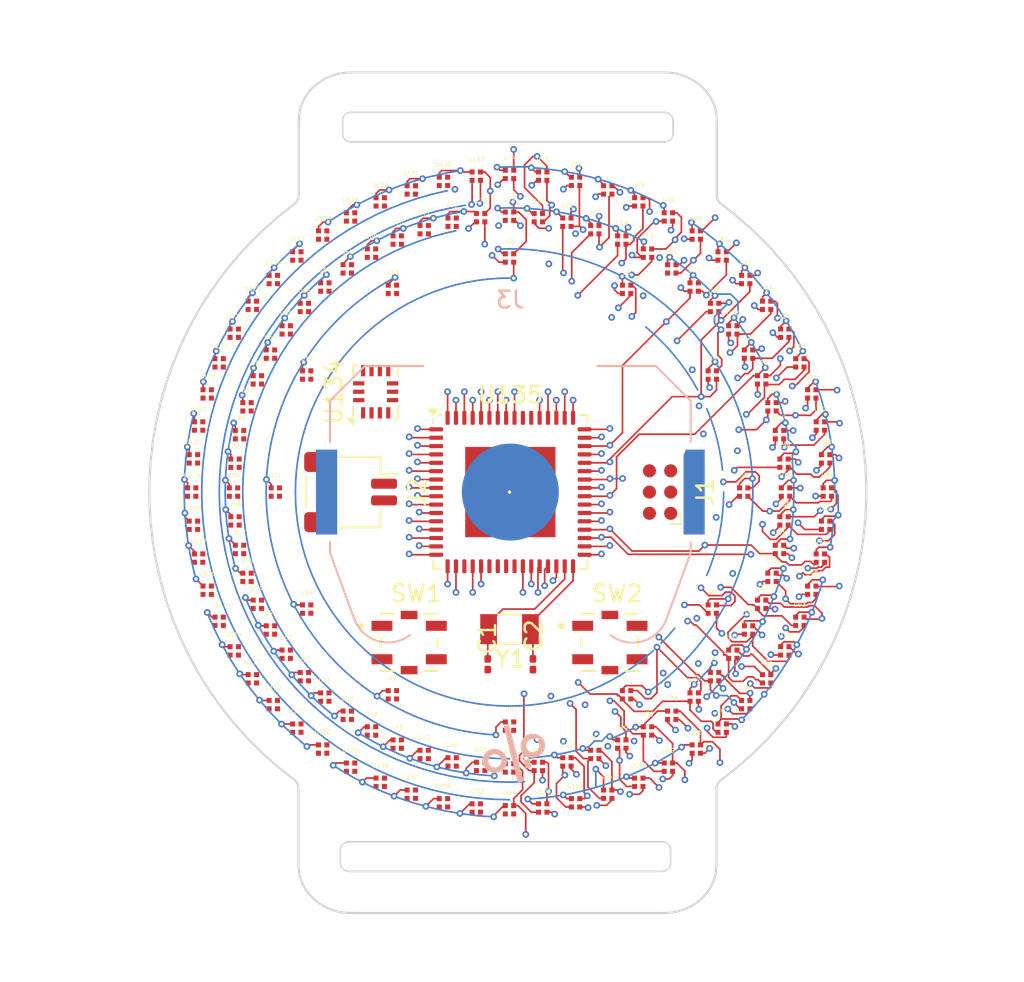
<source format=kicad_pcb>
(kicad_pcb (version 20241229) (generator "pcbnew") (generator_version "9.0")
  (layers (0 "F.Cu" signal) (4 "In1.Cu" mixed "GND.Cu") (6 "In2.Cu" mixed "PWR.Cu") (2 "B.Cu" signal) (13 "F.Paste" user) (15 "B.Paste" user) (5 "F.SilkS" user "F.Silkscreen") (7 "B.SilkS" user "B.Silkscreen") (1 "F.Mask" user) (3 "B.Mask" user) (25 "Edge.Cuts" user))
  (net 0 "")
  (net 1 "/Minute3")
  (net 2 "/B4")
  (net 3 "/R1")
  (net 4 "Net-(J1-GND)")
  (net 5 "/Minute4")
  (net 6 "/Minute5")
  (net 7 "/R4")
  (net 8 "/B6")
  (net 9 "/Minute2")
  (net 10 "Net-(J1-VCC)")
  (net 11 "/B2")
  (net 12 "/Second4")
  (net 13 "/G5")
  (net 14 "/G1")
  (net 15 "/R6")
  (net 16 "/B5")
  (net 17 "Net-(J1-~{RST})")
  (net 18 "/Second7")
  (net 19 "/Minute6")
  (net 20 "/Second3")
  (net 21 "/Second2")
  (net 22 "/G2")
  (net 23 "/Minute10")
  (net 24 "/G6")
  (net 25 "/G3")
  (net 26 "/Hour2")
  (net 27 "/Second6")
  (net 28 "/B3")
  (net 29 "/R3")
  (net 30 "/Minute9")
  (net 31 "/Minute8")
  (net 32 "/G4")
  (net 33 "/R2")
  (net 34 "/Second10")
  (net 35 "/Minute7")
  (net 36 "/Minute1")
  (net 37 "/Second1")
  (net 38 "/Second8")
  (net 39 "/B1")
  (net 40 "/Second5")
  (net 41 "/Hour1")
  (net 42 "/Second9")
  (net 43 "/R5")
  (net 44 "Net-(U135-PF0)")
  (net 45 "Net-(U135-PF1)")
  (net 46 "Net-(U135-PF3)")
  (net 47 "Net-(U135-PF2)")
  (net 48 "Net-(U134-INT1)")
  (net 49 "Net-(U134-SCx)")
  (net 50 "Net-(U134-SDx)")
  (net 54 "Net-(U135-PD7)")
  (net 57 "Net-(U135-PD6)")
  (net 58 "unconnected-(U135-NC-Pad1)")
  (net 59 "unconnected-(U135-AREF-Pad62)")
  (net 60 "unconnected-(U135-AVCC-Pad64)")
  (footprint "B39D3RGB_F6C0001HOU1930:B39D3RGB-F6C0001HOU1930_HVK" (layer "F.Cu") (at 93.2888 84.9265)
    (property "Reference" "U70")
    (property "Value" "B39D3RGB-F6C0001HOU1930")
  )
  (footprint "B39D3RGB_F6C0001HOU1930:B39D3RGB-F6C0001HOU1930_HVK" (layer "F.Cu") (at 112.7135 114.1198)
    (property "Reference" "U97")
    (property "Value" "B39D3RGB-F6C0001HOU1930")
  )
  (footprint "B39D3RGB_F6C0001HOU1930:B39D3RGB-F6C0001HOU1930_HVK" (layer "F.Cu") (at 86.6512 109.6985)
    (property "Reference" "U53")
    (property "Value" "B39D3RGB-F6C0001HOU1930")
  )
  (footprint "B39D3RGB_F6C0001HOU1930:B39D3RGB-F6C0001HOU1930_HVK" (layer "F.Cu") (at 116.1394 96.5695)
    (property "Reference" "U27")
    (property "Value" "B39D3RGB-F6C0001HOU1930")
  )
  (footprint "B39D3RGB_F6C0001HOU1930:B39D3RGB-F6C0001HOU1930_HVK" (layer "F.Cu") (at 90.3015 86.6512)
    (property "Reference" "U68")
    (property "Value" "B39D3RGB-F6C0001HOU1930")
  )
  (footprint "B39D3RGB_F6C0001HOU1930:B39D3RGB-F6C0001HOU1930_HVK" (layer "F.Cu") (at 94.1287 81.9299)
    (property "Reference" "U131")
    (property "Value" "B39D3RGB-F6C0001HOU1930")
  )
  (footprint "B39D3RGB_F6C0001HOU1930:B39D3RGB-F6C0001HOU1930_HVK" (layer "F.Cu") (at 81.1041 101.986)
    (property "Reference" "U118")
    (property "Value" "B39D3RGB-F6C0001HOU1930")
  )
  (footprint "B39D3RGB_F6C0001HOU1930:B39D3RGB-F6C0001HOU1930_HVK" (layer "F.Cu") (at 91.75 114.2894)
    (property "Reference" "U49")
    (property "Value" "B39D3RGB-F6C0001HOU1930")
  )
  (footprint "B39D3RGB_F6C0001HOU1930:B39D3RGB-F6C0001HOU1930_HVK" (layer "F.Cu") (at 93.2888 115.0735)
    (property "Reference" "U48")
    (property "Value" "B39D3RGB-F6C0001HOU1930")
  )
  (footprint "Crystal:Crystal_SMD_3215-2Pin_3.2x1.5mm" (layer "F.Cu") (at 100 108.2 180)
    (property "Reference" "Y1")
    (property "Value" "Crystal")
  )
  (footprint "B39D3RGB_F6C0001HOU1930:B39D3RGB-F6C0001HOU1930_HVK" (layer "F.Cu") (at 118.0701 105.8713)
    (property "Reference" "U92")
    (property "Value" "B39D3RGB-F6C0001HOU1930")
  )
  (footprint "B39D3RGB_F6C0001HOU1930:B39D3RGB-F6C0001HOU1930_HVK" (layer "F.Cu") (at 85.7106 91.75)
    (property "Reference" "U64")
    (property "Value" "B39D3RGB-F6C0001HOU1930")
  )
  (footprint "B39D3RGB_F6C0001HOU1930:B39D3RGB-F6C0001HOU1930_HVK" (layer "F.Cu") (at 115.0735 93.2888)
    (property "Reference" "U25")
    (property "Value" "B39D3RGB-F6C0001HOU1930")
  )
  (footprint "B39D3RGB_F6C0001HOU1930:B39D3RGB-F6C0001HOU1930_HVK" (layer "F.Cu") (at 108.25 85.7106)
    (property "Reference" "U19")
    (property "Value" "B39D3RGB-F6C0001HOU1930")
  )
  (footprint "B39D3RGB_F6C0001HOU1930:B39D3RGB-F6C0001HOU1930_HVK" (layer "F.Cu") (at 105.8713 118.0701)
    (property "Reference" "U101")
    (property "Value" "B39D3RGB-F6C0001HOU1930")
  )
  (footprint "B39D3RGB_F6C0001HOU1930:B39D3RGB-F6C0001HOU1930_HVK" (layer "F.Cu") (at 112.2619 88.9593)
    (property "Reference" "U22")
    (property "Value" "B39D3RGB-F6C0001HOU1930")
  )
  (footprint "Connector_JST:JST_SH_SM02B-SRSS-TB_1x02-1MP_P1.00mm_Horizontal" (layer "F.Cu") (at 90.5 100 -90)
    (property "Reference" "J2")
    (property "Value" "Lipo")
  )
  (footprint "B39D3RGB_F6C0001HOU1930:B39D3RGB-F6C0001HOU1930_HVK" (layer "F.Cu") (at 100 86)
    (property "Reference" "U2")
    (property "Value" "B39D3RGB-F6C0001HOU1930")
  )
  (footprint "B39D3RGB_F6C0001HOU1930:B39D3RGB-F6C0001HOU1930_HVK" (layer "F.Cu") (at 100 119)
    (property "Reference" "U104")
    (property "Value" "B39D3RGB-F6C0001HOU1930")
  )
  (footprint "B39D3RGB_F6C0001HOU1930:B39D3RGB-F6C0001HOU1930_HVK" (layer "F.Cu") (at 114.1198 112.7135)
    (property "Reference" "U96")
    (property "Value" "B39D3RGB-F6C0001HOU1930")
  )
  (footprint "B39D3RGB_F6C0001HOU1930:B39D3RGB-F6C0001HOU1930_HVK" (layer "F.Cu") (at 103.4305 116.1394)
    (property "Reference" "U42")
    (property "Value" "B39D3RGB-F6C0001HOU1930")
  )
  (footprint "B39D3RGB_F6C0001HOU1930:B39D3RGB-F6C0001HOU1930_HVK" (layer "F.Cu") (at 83.5 100)
    (property "Reference" "U59")
    (property "Value" "B39D3RGB-F6C0001HOU1930")
  )
  (footprint "B39D3RGB_F6C0001HOU1930:B39D3RGB-F6C0001HOU1930_HVK" (layer "F.Cu") (at 96.5695 116.1394)
    (property "Reference" "U46")
    (property "Value" "B39D3RGB-F6C0001HOU1930")
  )
  (footprint "B39D3RGB_F6C0001HOU1930:B39D3RGB-F6C0001HOU1930_HVK" (layer "F.Cu") (at 112.7135 85.8802)
    (property "Reference" "U81")
    (property "Value" "B39D3RGB-F6C0001HOU1930")
  )
  (footprint "B39D3RGB_F6C0001HOU1930:B39D3RGB-F6C0001HOU1930_HVK" (layer "F.Cu") (at 118.5848 96.0497)
    (property "Reference" "U87")
    (property "Value" "B39D3RGB-F6C0001HOU1930")
  )
  (footprint "B39D3RGB_F6C0001HOU1930:B39D3RGB-F6C0001HOU1930_HVK" (layer "F.Cu") (at 84.9265 106.7112)
    (property "Reference" "U55")
    (property "Value" "B39D3RGB-F6C0001HOU1930")
  )
  (footprint "B39D3RGB_F6C0001HOU1930:B39D3RGB-F6C0001HOU1930_HVK" (layer "F.Cu") (at 96.5695 83.8606)
    (property "Reference" "U72")
    (property "Value" "B39D3RGB-F6C0001HOU1930")
  )
  (footprint "Capacitor_SMD:C_0201_0603Metric" (layer "F.Cu") (at 98.7 110.3 90)
    (property "Reference" "C1")
    (property "Value" "C")
  )
  (footprint "B39D3RGB_F6C0001HOU1930:B39D3RGB-F6C0001HOU1930_HVK" (layer "F.Cu") (at 83.5904 101.7247)
    (property "Reference" "U58")
    (property "Value" "B39D3RGB-F6C0001HOU1930")
  )
  (footprint "B39D3RGB_F6C0001HOU1930:B39D3RGB-F6C0001HOU1930_HVK" (layer "F.Cu") (at 107 87.8756)
    (property "Reference" "U3")
    (property "Value" "B39D3RGB-F6C0001HOU1930")
  )
  (footprint "B39D3RGB_F6C0001HOU1930:B39D3RGB-F6C0001HOU1930_HVK" (layer "F.Cu") (at 105.0988 115.6924)
    (property "Reference" "U41")
    (property "Value" "B39D3RGB-F6C0001HOU1930")
  )
  (footprint "B39D3RGB_F6C0001HOU1930:B39D3RGB-F6C0001HOU1930_HVK" (layer "F.Cu") (at 81.1041 98.014)
    (property "Reference" "U120")
    (property "Value" "B39D3RGB-F6C0001HOU1930")
  )
  (footprint "B39D3RGB_F6C0001HOU1930:B39D3RGB-F6C0001HOU1930_HVK" (layer "F.Cu") (at 92.272 117.3574)
    (property "Reference" "U108")
    (property "Value" "B39D3RGB-F6C0001HOU1930")
  )
  (footprint "B39D3RGB_F6C0001HOU1930:B39D3RGB-F6C0001HOU1930_HVK" (layer "F.Cu") (at 118.8959 101.986)
    (property "Reference" "U90")
    (property "Value" "B39D3RGB-F6C0001HOU1930")
  )
  (footprint "B39D3RGB_F6C0001HOU1930:B39D3RGB-F6C0001HOU1930_HVK" (layer "F.Cu") (at 105.8713 81.9299)
    (property "Reference" "U77" (hide yes))
    (property "Value" "B39D3RGB-F6C0001HOU1930")
  )
  (footprint "B39D3RGB_F6C0001HOU1930:B39D3RGB-F6C0001HOU1930_HVK" (layer "F.Cu") (at 98.2753 83.5904)
    (property "Reference" "U73")
    (property "Value" "B39D3RGB-F6C0001HOU1930")
  )
  (footprint "B39D3RGB_F6C0001HOU1930:B39D3RGB-F6C0001HOU1930_HVK" (layer "F.Cu") (at 92.272 82.6426)
    (property "Reference" "U130")
    (property "Value" "B39D3RGB-F6C0001HOU1930")
  )
  (footprint "B39D3RGB_F6C0001HOU1930:B39D3RGB-F6C0001HOU1930_HVK" (layer "F.Cu") (at 115.3713 88.8321)
    (property "Reference" "U83")
    (property "Value" "B39D3RGB-F6C0001HOU1930")
  )
  (footprint "B39D3RGB_F6C0001HOU1930:B39D3RGB-F6C0001HOU1930_HVK" (layer "F.Cu") (at 119 100)
    (property "Reference" "U89")
    (property "Value" "B39D3RGB-F6C0001HOU1930")
  )
  (footprint "B39D3RGB_F6C0001HOU1930:B39D3RGB-F6C0001HOU1930_HVK" (layer "F.Cu") (at 111.0407 112.2619)
    (property "Reference" "U37")
    (property "Value" "B39D3RGB-F6C0001HOU1930")
  )
  (footprint "B39D3RGB_F6C0001HOU1930:B39D3RGB-F6C0001HOU1930_HVK" (layer "F.Cu") (at 113.3488 109.6985)
    (property "Reference" "U35")
    (property "Value" "B39D3RGB-F6C0001HOU1930")
  )
  (footprint "B39D3RGB_F6C0001HOU1930:B39D3RGB-F6C0001HOU1930_HVK" (layer "F.Cu") (at 81.4152 103.9503)
    (property "Reference" "U117")
    (property "Value" "B39D3RGB-F6C0001HOU1930")
  )
  (footprint "B39D3RGB_F6C0001HOU1930:B39D3RGB-F6C0001HOU1930_HVK" (layer "F.Cu") (at 93 112.1244)
    (property "Reference" "U9")
    (property "Value" "B39D3RGB-F6C0001HOU1930")
  )
  (footprint "B39D3RGB_F6C0001HOU1930:B39D3RGB-F6C0001HOU1930_HVK" (layer "F.Cu") (at 87.2865 85.8802)
    (property "Reference" "U127")
    (property "Value" "B39D3RGB-F6C0001HOU1930")
  )
  (footprint "B39D3RGB_F6C0001HOU1930:B39D3RGB-F6C0001HOU1930_HVK" (layer "F.Cu") (at 101.7247 83.5904)
    (property "Reference" "U15")
    (property "Value" "B39D3RGB-F6C0001HOU1930")
  )
  (footprint "B39D3RGB_F6C0001HOU1930:B39D3RGB-F6C0001HOU1930_HVK" (layer "F.Cu") (at 106.7112 84.9265)
    (property "Reference" "U18")
    (property "Value" "B39D3RGB-F6C0001HOU1930")
  )
  (footprint "B39D3RGB_F6C0001HOU1930:B39D3RGB-F6C0001HOU1930_HVK" (layer "F.Cu") (at 114.2894 91.75)
    (property "Reference" "U24")
    (property "Value" "B39D3RGB-F6C0001HOU1930")
  )
  (footprint "B39D3RGB_F6C0001HOU1930:B39D3RGB-F6C0001HOU1930_HVK" (layer "F.Cu") (at 111.0407 87.7381)
    (property "Reference" "U21")
    (property "Value" "B39D3RGB-F6C0001HOU1930")
  )
  (footprint "kicad-footprints:SW_TS21-34-035-BK-260-SMT-TR" (layer "F.Cu") (at 106 109)
    (property "Reference" "SW2")
    (property "Value" "SW_DPST")
  )
  (footprint "B39D3RGB_F6C0001HOU1930:B39D3RGB-F6C0001HOU1930_HVK" (layer "F.Cu") (at 98.014 81.1041)
    (property "Reference" "U133")
    (property "Value" "B39D3RGB-F6C0001HOU1930")
  )
  (footprint "B39D3RGB_F6C0001HOU1930:B39D3RGB-F6C0001HOU1930_HVK" (layer "F.Cu") (at 100 116.5)
    (property "Reference" "U44")
    (property "Value" "B39D3RGB-F6C0001HOU1930")
  )
  (footprint "B39D3RGB_F6C0001HOU1930:B39D3RGB-F6C0001HOU1930_HVK" (layer "F.Cu") (at 84.6287 88.8321)
    (property "Reference" "U125")
    (property "Value" "B39D3RGB-F6C0001HOU1930")
  )
  (footprint "B39D3RGB_F6C0001HOU1930:B39D3RGB-F6C0001HOU1930_HVK" (layer "F.Cu") (at 108.25 114.2894)
    (property "Reference" "U39")
    (property "Value" "B39D3RGB-F6C0001HOU1930")
  )
  (footprint "B39D3RGB_F6C0001HOU1930:B39D3RGB-F6C0001HOU1930_HVK" (layer "F.Cu") (at 112.1244 93)
    (property "Reference" "U4")
    (property "Value" "B39D3RGB-F6C0001HOU1930")
  )
  (footprint "B39D3RGB_F6C0001HOU1930:B39D3RGB-F6C0001HOU1930_HVK" (layer "F.Cu") (at 114.2894 108.25)
    (property "Reference" "U34")
    (property "Value" "B39D3RGB-F6C0001HOU1930")
  )
  (footprint "B39D3RGB_F6C0001HOU1930:B39D3RGB-F6C0001HOU1930_HVK" (layer "F.Cu") (at 111.1679 84.6287)
    (property "Reference" "U80")
    (property "Value" "B39D3RGB-F6C0001HOU1930")
  )
  (footprint "B39D3RGB_F6C0001HOU1930:B39D3RGB-F6C0001HOU1930_HVK" (layer "F.Cu") (at 83.5455 109.5)
    (property "Reference" "U114")
    (property "Value" "B39D3RGB-F6C0001HOU1930")
  )
  (footprint "B39D3RGB_F6C0001HOU1930:B39D3RGB-F6C0001HOU1930_HVK" (layer "F.Cu") (at 83.8606 96.5695)
    (property "Reference" "U61")
    (property "Value" "B39D3RGB-F6C0001HOU1930")
  )
  (footprint "B39D3RGB_F6C0001HOU1930:B39D3RGB-F6C0001HOU1930_HVK" (layer "F.Cu") (at 90.5 116.4545)
    (property "Reference" "U109")
    (property "Value" "B39D3RGB-F6C0001HOU1930")
  )
  (footprint "B39D3RGB_F6C0001HOU1930:B39D3RGB-F6C0001HOU1930_HVK" (layer "F.Cu") (at 94.1287 118.0701)
    (property "Reference" "U107")
    (property "Value" "B39D3RGB-F6C0001HOU1930")
  )
  (footprint "B39D3RGB_F6C0001HOU1930:B39D3RGB-F6C0001HOU1930_HVK" (layer "F.Cu") (at 81.4152 96.0497)
    (property "Reference" "U121")
    (property "Value" "B39D3RGB-F6C0001HOU1930")
  )
  (footprint "B39D3RGB_F6C0001HOU1930:B39D3RGB-F6C0001HOU1930_HVK" (layer "F.Cu") (at 101.7247 116.4096)
    (property "Reference" "U43")
    (property "Value" "B39D3RGB-F6C0001HOU1930")
  )
  (footprint "B39D3RGB_F6C0001HOU1930:B39D3RGB-F6C0001HOU1930_HVK" (layer "F.Cu") (at 86.6512 90.3015)
    (property "Reference" "U65")
    (property "Value" "B39D3RGB-F6C0001HOU1930")
  )
  (footprint "B39D3RGB_F6C0001HOU1930:B39D3RGB-F6C0001HOU1930_HVK" (layer "F.Cu") (at 107 112.1244)
    (property "Reference" "U7")
    (property "Value" "B39D3RGB-F6C0001HOU1930")
  )
  (footprint "B39D3RGB_F6C0001HOU1930:B39D3RGB-F6C0001HOU1930_HVK" (layer "F.Cu") (at 91.75 85.7106)
    (property "Reference" "U69")
    (property "Value" "B39D3RGB-F6C0001HOU1930")
  )
  (footprint "B39D3RGB_F6C0001HOU1930:B39D3RGB-F6C0001HOU1930_HVK" (layer "F.Cu") (at 98.014 118.8959)
    (property "Reference" "U105")
    (property "Value" "B39D3RGB-F6C0001HOU1930")
  )
  (footprint "B39D3RGB_F6C0001HOU1930:B39D3RGB-F6C0001HOU1930_HVK" (layer "F.Cu") (at 90.5 83.5455)
    (property "Reference" "U129")
    (property "Value" "B39D3RGB-F6C0001HOU1930")
  )
  (footprint "B39D3RGB_F6C0001HOU1930:B39D3RGB-F6C0001HOU1930_HVK" (layer "F.Cu") (at 115.3713 111.1679)
    (property "Reference" "U95")
    (property "Value" "B39D3RGB-F6C0001HOU1930")
  )
  (footprint "B39D3RGB_F6C0001HOU1930:B39D3RGB-F6C0001HOU1930_HVK" (layer "F.Cu") (at 115.6924 105.0988)
    (property "Reference" "U32")
    (property "Value" "B39D3RGB-F6C0001HOU1930")
  )
  (footprint "B39D3RGB_F6C0001HOU1930:B39D3RGB-F6C0001HOU1930_HVK" (layer "F.Cu") (at 85.7106 108.25)
    (property "Reference" "U54")
    (property "Value" "B39D3RGB-F6C0001HOU1930")
  )
  (footprint "B39D3RGB_F6C0001HOU1930:B39D3RGB-F6C0001HOU1930_HVK" (layer "F.Cu") (at 88.8321 84.6287)
    (property "Reference" "U128")
    (property "Value" "B39D3RGB-F6C0001HOU1930")
  )
  (footprint "B39D3RGB_F6C0001HOU1930:B39D3RGB-F6C0001HOU1930_HVK" (layer "F.Cu") (at 116.4096 101.7247)
    (property "Reference" "U30")
    (property "Value" "B39D3RGB-F6C0001HOU1930")
  )
  (footprint "B39D3RGB_F6C0001HOU1930:B39D3RGB-F6C0001HOU1930_HVK" (layer "F.Cu") (at 85.8802 87.2865)
    (property "Reference" "U126")
    (property "Value" "B39D3RGB-F6C0001HOU1930")
  )
  (footprint "B39D3RGB_F6C0001HOU1930:B39D3RGB-F6C0001HOU1930_HVK" (layer "F.Cu") (at 116.1394 103.4305)
    (property "Reference" "U31")
    (property "Value" "B39D3RGB-F6C0001HOU1930")
  )
  (footprint "B39D3RGB_F6C0001HOU1930:B39D3RGB-F6C0001HOU1930_HVK" (layer "F.Cu") (at 90.3015 113.3488)
    (property "Reference" "U50")
    (property "Value" "B39D3RGB-F6C0001HOU1930")
  )
  (footprint "B39D3RGB_F6C0001HOU1930:B39D3RGB-F6C0001HOU1930_HVK" (layer "F.Cu") (at 84.3076 94.9012)
    (property "Reference" "U62")
    (property "Value" "B39D3RGB-F6C0001HOU1930")
  )
  (footprint "B39D3RGB_F6C0001HOU1930:B39D3RGB-F6C0001HOU1930_HVK" (layer "F.Cu") (at 96.0497 118.5848)
    (property "Reference" "U106")
    (property "Value" "B39D3RGB-F6C0001HOU1930")
  )
  (footprint "B39D3RGB_F6C0001HOU1930:B39D3RGB-F6C0001HOU1930_HVK" (layer "F.Cu") (at 109.6985 86.6512)
    (property "Reference" "U20")
    (property "Value" "B39D3RGB-F6C0001HOU1930")
  )
  (footprint "B39D3RGB_F6C0001HOU1930:B39D3RGB-F6C0001HOU1930_HVK" (layer "F.Cu") (at 83.5455 90.5)
    (property "Reference" "U124")
    (property "Value" "B39D3RGB-F6C0001HOU1930")
  )
  (footprint "B39D3RGB_F6C0001HOU1930:B39D3RGB-F6C0001HOU1930_HVK" (layer "F.Cu") (at 117.3574 107.728)
    (property "Reference" "U93")
    (property "Value" "B39D3RGB-F6C0001HOU1930")
  )
  (footprint "B39D3RGB_F6C0001HOU1930:B39D3RGB-F6C0001HOU1930_HVK" (layer "F.Cu") (at 101.986 118.8959)
    (property "Reference" "U103")
    (property "Value" "B39D3RGB-F6C0001HOU1930")
  )
  (footprint "B39D3RGB_F6C0001HOU1930:B39D3RGB-F6C0001HOU1930_HVK" (layer "F.Cu") (at 118.0701 94.1287)
    (property "Reference" "U86")
    (property "Value" "B39D3RGB-F6C0001HOU1930")
  )
  (footprint "B39D3RGB_F6C0001HOU1930:B39D3RGB-F6C0001HOU1930_HVK" (layer "F.Cu") (at 85.8802 112.7135)
    (property "Reference" "U112")
    (property "Value" "B39D3RGB-F6C0001HOU1930")
  )
  (footprint "kicad-footprints:SW_TS21-34-035-BK-260-SMT-TR" (layer "F.Cu") (at 94 109)
    (property "Reference" "SW1")
    (property "Value" "SW_DPST")
  )
  (footprint "B39D3RGB_F6C0001HOU1930:B39D3RGB-F6C0001HOU1930_HVK" (layer "F.Cu") (at 84.9265 93.2888)
    (property "Reference" "U63")
    (property "Value" "B39D3RGB-F6C0001HOU1930")
  )
  (footprint "B39D3RGB_F6C0001HOU1930:B39D3RGB-F6C0001HOU1930_HVK" (layer "F.Cu") (at 116.4545 90.5)
    (property "Reference" "U84")
    (property "Value" "B39D3RGB-F6C0001HOU1930")
  )
  (footprint "B39D3RGB_F6C0001HOU1930:B39D3RGB-F6C0001HOU1930_HVK" (layer "F.Cu") (at 117.3574 92.272)
    (property "Reference" "U85")
    (property "Value" "B39D3RGB-F6C0001HOU1930")
  )
  (footprint "B39D3RGB_F6C0001HOU1930:B39D3RGB-F6C0001HOU1930_HVK" (layer "F.Cu") (at 114.1198 87.2865)
    (property "Reference" "U82")
    (property "Value" "B39D3RGB-F6C0001HOU1930")
  )
  (footprint "B39D3RGB_F6C0001HOU1930:B39D3RGB-F6C0001HOU1930_HVK" (layer "F.Cu") (at 87.7381 88.9593)
    (property "Reference" "U66")
    (property "Value" "B39D3RGB-F6C0001HOU1930")
  )
  (footprint "B39D3RGB_F6C0001HOU1930:B39D3RGB-F6C0001HOU1930_HVK" (layer "F.Cu") (at 83.5904 98.2753)
    (property "Reference" "U60")
    (property "Value" "B39D3RGB-F6C0001HOU1930")
  )
  (footprint "B39D3RGB_F6C0001HOU1930:B39D3RGB-F6C0001HOU1930_HVK" (layer "F.Cu") (at 100 83.5)
    (property "Reference" "U14")
    (property "Value" "B39D3RGB-F6C0001HOU1930")
  )
  (footprint "B39D3RGB_F6C0001HOU1930:B39D3RGB-F6C0001HOU1930_HVK" (layer "F.Cu") (at 109.6985 113.3488)
    (property "Reference" "U38")
    (property "Value" "B39D3RGB-F6C0001HOU1930")
  )
  (footprint "B39D3RGB_F6C0001HOU1930:B39D3RGB-F6C0001HOU1930_HVK" (layer "F.Cu") (at 103.9503 81.4152)
    (property "Reference" "U76")
    (property "Value" "B39D3RGB-F6C0001HOU1930")
  )
  (footprint "B39D3RGB_F6C0001HOU1930:B39D3RGB-F6C0001HOU1930_HVK" (layer "F.Cu") (at 96.0497 81.4152)
    (property "Reference" "U132")
    (property "Value" "B39D3RGB-F6C0001HOU1930")
  )
  (footprint "B39D3RGB_F6C0001HOU1930:B39D3RGB-F6C0001HOU1930_HVK" (layer "F.Cu") (at 81 100)
    (property "Reference" "U119")
    (property "Value" "B39D3RGB-F6C0001HOU1930")
  )
  (footprint "Capacitor_SMD:C_0201_0603Metric" (layer "F.Cu") (at 101.4 110.3 -90)
    (property "Reference" "C2")
    (property "Value" "C")
  )
  (footprint "B39D3RGB_F6C0001HOU1930:B39D3RGB-F6C0001HOU1930_HVK" (layer "F.Cu") (at 111.1679 115.3713)
    (property "Reference" "U98")
    (property "Value" "B39D3RGB-F6C0001HOU1930")
  )
  (footprint "B39D3RGB_F6C0001HOU1930:B39D3RGB-F6C0001HOU1930_HVK" (layer "F.Cu") (at 113.3488 90.3015)
    (property "Reference" "U23")
    (property "Value" "B39D3RGB-F6C0001HOU1930")
  )
  (footprint "B39D3RGB_F6C0001HOU1930:B39D3RGB-F6C0001HOU1930_HVK" (layer "F.Cu") (at 101.986 81.1041)
    (property "Reference" "U75")
    (property "Value" "B39D3RGB-F6C0001HOU1930")
  )
  (footprint "B39D3RGB_F6C0001HOU1930:B39D3RGB-F6C0001HOU1930_HVK" (layer "F.Cu") (at 87.8756 107)
    (property "Reference" "U10")
    (property "Value" "B39D3RGB-F6C0001HOU1930")
  )
  (footprint "B39D3RGB_F6C0001HOU1930:B39D3RGB-F6C0001HOU1930_HVK" (layer "F.Cu") (at 86 100)
    (property "Reference" "U11")
    (property "Value" "B39D3RGB-F6C0001HOU1930")
  )
  (footprint "B39D3RGB_F6C0001HOU1930:B39D3RGB-F6C0001HOU1930_HVK" (layer "F.Cu") (at 116.4545 109.5)
    (property "Reference" "U94")
    (property "Value" "B39D3RGB-F6C0001HOU1930")
  )
  (footprint "B39D3RGB_F6C0001HOU1930:B39D3RGB-F6C0001HOU1930_HVK" (layer "F.Cu") (at 82.6426 107.728)
    (property "Reference" "U115")
    (property "Value" "B39D3RGB-F6C0001HOU1930")
  )
  (footprint "B39D3RGB_F6C0001HOU1930:B39D3RGB-F6C0001HOU1930_HVK" (layer "F.Cu") (at 87.2865 114.1198)
    (property "Reference" "U111")
    (property "Value" "B39D3RGB-F6C0001HOU1930")
  )
  (footprint "B39D3RGB_F6C0001HOU1930:B39D3RGB-F6C0001HOU1930_HVK" (layer "F.Cu") (at 88.9593 112.2619)
    (property "Reference" "U51")
    (property "Value" "B39D3RGB-F6C0001HOU1930")
  )
  (footprint "B39D3RGB_F6C0001HOU1930:B39D3RGB-F6C0001HOU1930_HVK" (layer "F.Cu") (at 100 81)
    (property "Reference" "U74")
    (property "Value" "B39D3RGB-F6C0001HOU1930")
  )
  (footprint "B39D3RGB_F6C0001HOU1930:B39D3RGB-F6C0001HOU1930_HVK" (layer "F.Cu") (at 93 87.8756)
    (property "Reference" "U13")
    (property "Value" "B39D3RGB-F6C0001HOU1930")
  )
  (footprint "B39D3RGB_F6C0001HOU1930:B39D3RGB-F6C0001HOU1930_HVK" (layer "F.Cu") (at 112.2619 111.0407)
    (property "Reference" "U36")
    (property "Value" "B39D3RGB-F6C0001HOU1930")
  )
  (footprint "B39D3RGB_F6C0001HOU1930:B39D3RGB-F6C0001HOU1930_HVK" (layer "F.Cu") (at 100 114)
    (property "Reference" "U8")
    (property "Value" "B39D3RGB-F6C0001HOU1930")
  )
  (footprint "B39D3RGB_F6C0001HOU1930:B39D3RGB-F6C0001HOU1930_HVK" (layer "F.Cu") (at 103.4305 83.8606)
    (property "Reference" "U16")
    (property "Value" "B39D3RGB-F6C0001HOU1930")
  )
  (footprint "B39D3RGB_F6C0001HOU1930:B39D3RGB-F6C0001HOU1930_HVK" (layer "F.Cu") (at 114 100)
    (property "Reference" "U5")
    (property "Value" "B39D3RGB-F6C0001HOU1930")
  )
  (footprint "B39D3RGB_F6C0001HOU1930:B39D3RGB-F6C0001HOU1930_HVK" (layer "F.Cu") (at 109.5 83.5455)
    (property "Reference" "U79")
    (property "Value" "B39D3RGB-F6C0001HOU1930")
  )
  (footprint "B39D3RGB_F6C0001HOU1930:B39D3RGB-F6C0001HOU1930_HVK" (layer "F.Cu") (at 116.5 100)
    (property "Reference" "U29")
    (property "Value" "B39D3RGB-F6C0001HOU1930")
  )
  (footprint "B39D3RGB_F6C0001HOU1930:B39D3RGB-F6C0001HOU1930_HVK" (layer "F.Cu") (at 103.9503 118.5848)
    (property "Reference" "U102")
    (property "Value" "B39D3RGB-F6C0001HOU1930")
  )
  (footprint "B39D3RGB_F6C0001HOU1930:B39D3RGB-F6C0001HOU1930_HVK" (layer "F.Cu") (at 84.3076 105.0988)
    (property "Reference" "U56")
    (property "Value" "B39D3RGB-F6C0001HOU1930")
  )
  (footprint "B39D3RGB_F6C0001HOU1930:B39D3RGB-F6C0001HOU1930_HVK" (layer "F.Cu") (at 87.8756 93)
    (property "Reference" "U12")
    (property "Value" "B39D3RGB-F6C0001HOU1930")
  )
  (footprint "B39D3RGB_F6C0001HOU1930:B39D3RGB-F6C0001HOU1930_HVK" (layer "F.Cu") (at 115.0735 106.7112)
    (property "Reference" "U33")
    (property "Value" "B39D3RGB-F6C0001HOU1930")
  )
  (footprint "B39D3RGB_F6C0001HOU1930:B39D3RGB-F6C0001HOU1930_HVK" (layer "F.Cu") (at 83.8606 103.4305)
    (property "Reference" "U57")
    (property "Value" "B39D3RGB-F6C0001HOU1930")
  )
  (footprint "B39D3RGB_F6C0001HOU1930:B39D3RGB-F6C0001HOU1930_HVK" (layer "F.Cu") (at 105.0988 84.3076)
    (property "Reference" "U17")
    (property "Value" "B39D3RGB-F6C0001HOU1930")
  )
  (footprint "B39D3RGB_F6C0001HOU1930:B39D3RGB-F6C0001HOU1930_HVK" (layer "F.Cu") (at 88.9593 87.7381)
    (property "Reference" "U67")
    (property "Value" "B39D3RGB-F6C0001HOU1930")
  )
  (footprint "B39D3RGB_F6C0001HOU1930:B39D3RGB-F6C0001HOU1930_HVK" (layer "F.Cu") (at 94.9012 84.3076)
    (property "Reference" "U71")
    (property "Value" "B39D3RGB-F6C0001HOU1930")
  )
  (footprint "Connector:Tag-Connect_TC2030-IDC-NL_2x03_P1.27mm_Vertical" (layer "F.Cu") (at 109 100 90)
    (property "Reference" "J1")
    (property "Value" "AVR-ISP-6")
  )
  (footprint "B39D3RGB_F6C0001HOU1930:B39D3RGB-F6C0001HOU1930_HVK" (layer "F.Cu") (at 107.728 82.6426)
    (property "Reference" "U78")
    (property "Value" "B39D3RGB-F6C0001HOU1930")
  )
  (footprint "B39D3RGB_F6C0001HOU1930:B39D3RGB-F6C0001HOU1930_HVK" (layer "F.Cu") (at 118.8959 98.014)
    (property "Reference" "U88")
    (property "Value" "B39D3RGB-F6C0001HOU1930")
  )
  (footprint "B39D3RGB_F6C0001HOU1930:B39D3RGB-F6C0001HOU1930_HVK" (layer "F.Cu") (at 106.7112 115.0735)
    (property "Reference" "U40")
    (property "Value" "B39D3RGB-F6C0001HOU1930")
  )
  (footprint "Package_LGA:Bosch_LGA-14_3x2.5mm_P0.5mm" (layer "F.Cu") (at 92 94 90)
    (property "Reference" "U134")
    (property "Value" "BMI160")
  )
  (footprint "B39D3RGB_F6C0001HOU1930:B39D3RGB-F6C0001HOU1930_HVK" (layer "F.Cu") (at 84.6287 111.1679)
    (property "Reference" "U113")
    (property "Value" "B39D3RGB-F6C0001HOU1930")
  )
  (footprint "B39D3RGB_F6C0001HOU1930:B39D3RGB-F6C0001HOU1930_HVK" (layer "F.Cu") (at 115.6924 94.9012)
    (property "Reference" "U26")
    (property "Value" "B39D3RGB-F6C0001HOU1930")
  )
  (footprint "B39D3RGB_F6C0001HOU1930:B39D3RGB-F6C0001HOU1930_HVK" (layer "F.Cu") (at 94.9012 115.6924)
    (property "Reference" "U47")
    (property "Value" "B39D3RGB-F6C0001HOU1930")
  )
  (footprint "B39D3RGB_F6C0001HOU1930:B39D3RGB-F6C0001HOU1930_HVK" (layer "F.Cu") (at 118.5848 103.9503)
    (property "Reference" "U91")
    (property "Value" "B39D3RGB-F6C0001HOU1930")
  )
  (footprint "B39D3RGB_F6C0001HOU1930:B39D3RGB-F6C0001HOU1930_HVK" (layer "F.Cu") (at 87.7381 111.0407)
    (property "Reference" "U52")
    (property "Value" "B39D3RGB-F6C0001HOU1930")
  )
  (footprint "B39D3RGB_F6C0001HOU1930:B39D3RGB-F6C0001HOU1930_HVK" (layer "F.Cu") (at 81.9299 105.8713)
    (property "Reference" "U116")
    (property "Value" "B39D3RGB-F6C0001HOU1930")
  )
  (footprint "B39D3RGB_F6C0001HOU1930:B39D3RGB-F6C0001HOU1930_HVK" (layer "F.Cu") (at 81.9299 94.1287)
    (property "Reference" "U122")
    (property "Value" "B39D3RGB-F6C0001HOU1930")
  )
  (footprint "B39D3RGB_F6C0001HOU1930:B39D3RGB-F6C0001HOU1930_HVK" (layer "F.Cu") (at 88.8321 115.3713)
    (property "Reference" "U110")
    (property "Value" "B39D3RGB-F6C0001HOU1930")
  )
  (footprint "Package_DFN_QFN:QFN-64-1EP_9x9mm_P0.5mm_EP5.4x5.4mm" (layer "F.Cu") (at 100.05 100)
    (property "Reference" "U135")
    (property "Value" "ATmega165PA-M")
  )
  (footprint "B39D3RGB_F6C0001HOU1930:B39D3RGB-F6C0001HOU1930_HVK" (layer "F.Cu") (at 112.1244 107)
    (property "Reference" "U6")
    (property "Value" "B39D3RGB-F6C0001HOU1930")
  )
  (footprint "B39D3RGB_F6C0001HOU1930:B39D3RGB-F6C0001HOU1930_HVK" (layer "F.Cu") (at 109.5 116.4545)
    (property "Reference" "U99")
    (property "Value" "B39D3RGB-F6C0001HOU1930")
  )
  (footprint "B39D3RGB_F6C0001HOU1930:B39D3RGB-F6C0001HOU1930_HVK" (layer "F.Cu") (at 107.728 117.3574)
    (property "Reference" "U100")
    (property "Value" "B39D3RGB-F6C0001HOU1930")
  )
  (footprint "B39D3RGB_F6C0001HOU1930:B39D3RGB-F6C0001HOU1930_HVK" (layer "F.Cu") (at 82.6426 92.272)
    (property "Reference" "U123")
    (property "Value" "B39D3RGB-F6C0001HOU1930")
  )
  (footprint "B39D3RGB_F6C0001HOU1930:B39D3RGB-F6C0001HOU1930_HVK" (layer "F.Cu") (at 116.4096 98.2753)
    (property "Reference" "U28")
    (property "Value" "B39D3RGB-F6C0001HOU1930")
  )
  (footprint "B39D3RGB_F6C0001HOU1930:B39D3RGB-F6C0001HOU1930_HVK" (layer "F.Cu") (at 98.2753 116.4096)
    (property "Reference" "U45")
    (property "Value" "B39D3RGB-F6C0001HOU1930")
  )
  (footprint "Battery:BatteryHolder_Keystone_3034_1x20mm" (layer "B.Cu") (at 100.05 100 180)
    (property "Reference" "J3")
    (property "Value" "Coin Cell")
  )
  (gr_poly (pts (xy 99.929917 113.923616) (xy 99.926694 113.92384) (xy 99.923459 113.92423) (xy 99.920217 113.924788) (xy 99.916973 113.925517) (xy 99.709045 113.977807) (xy 99.705842 113.978699) (xy 99.702722 113.979741) (xy 99.699687 113.980928) (xy 99.696741 113.982254) (xy 99.693886 113.983716) (xy 99.691126 113.985307) (xy 99.688464 113.987024) (xy 99.685901 113.988861) (xy 99.683442 113.990813) (xy 99.681089 113.992875) (xy 99.678845 113.995043) (xy 99.676713 113.997312) (xy 99.674697 113.999676) (xy 99.672798 114.00213) (xy 99.67102 114.004671) (xy 99.669367 114.007292) (xy 99.66784 114.009989) (xy 99.666443 114.012757) (xy 99.665178 114.015591) (xy 99.664049 114.018486) (xy 99.663059 114.021437) (xy 99.662211 114.024439) (xy 99.661507 114.027488) (xy 99.66095 114.030578) (xy 99.660544 114.033705) (xy 99.660291 114.036863) (xy 99.660195 114.040048) (xy 99.660258 114.043254) (xy 99.660483 114.046477) (xy 99.660873 114.049712) (xy 99.661431 114.052954) (xy 99.662161 114.056198) (xy 100.483237 117.321214) (xy 100.484129 117.324417) (xy 100.485171 117.327537) (xy 100.486358 117.330571) (xy 100.487685 117.333517) (xy 100.489146 117.336371) (xy 100.490738 117.339131) (xy 100.492455 117.341794) (xy 100.494292 117.344356) (xy 100.496244 117.346815) (xy 100.498306 117.349168) (xy 100.500474 117.351412) (xy 100.502743 117.353544) (xy 100.505107 117.35556) (xy 100.507561 117.357459) (xy 100.510101 117.359236) (xy 100.512723 117.36089) (xy 100.515419 117.362417) (xy 100.518187 117.363814) (xy 100.521021 117.365079) (xy 100.523916 117.366207) (xy 100.526867 117.367198) (xy 100.52987 117.368046) (xy 100.532918 117.36875) (xy 100.536008 117.369307) (xy 100.539135 117.369713) (xy 100.542293 117.369966) (xy 100.545477 117.370063) (xy 100.548684 117.37) (xy 100.551907 117.369775) (xy 100.555142 117.369385) (xy 100.558384 117.368827) (xy 100.561628 117.368098) (xy 100.769556 117.315808) (xy 100.772759 117.314916) (xy 100.775879 117.313875) (xy 100.778914 117.312688) (xy 100.78186 117.311361) (xy 100.784714 117.3099) (xy 100.787474 117.308308) (xy 100.790137 117.306592) (xy 100.7927 117.304755) (xy 100.795159 117.302803) (xy 100.797512 117.30074) (xy 100.799756 117.298572) (xy 100.801887 117.296304) (xy 100.803904 117.29394) (xy 100.805803 117.291485) (xy 100.80758 117.288945) (xy 100.809234 117.286324) (xy 100.810761 117.283627) (xy 100.812158 117.280859) (xy 100.813423 117.278025) (xy 100.814551 117.27513) (xy 100.815541 117.272179) (xy 100.81639 117.269177) (xy 100.817094 117.266129) (xy 100.817651 117.263039) (xy 100.818057 117.259912) (xy 100.818309 117.256754) (xy 100.818406 117.25357) (xy 100.818343 117.250364) (xy 100.818118 117.247141) (xy 100.817728 117.243906) (xy 100.817169 117.240664) (xy 100.81644 117.237421) (xy 99.995364 113.972404) (xy 99.994472 113.969201) (xy 99.99343 113.966081) (xy 99.992243 113.963047) (xy 99.990917 113.9601) (xy 99.989455 113.957246) (xy 99.987864 113.954486) (xy 99.986147 113.951823) (xy 99.98431 113.94926) (xy 99.982358 113.946801) (xy 99.980295 113.944448) (xy 99.978127 113.942204) (xy 99.975859 113.940073) (xy 99.973495 113.938056) (xy 99.97104 113.936157) (xy 99.9685 113.93438) (xy 99.965879 113.932726) (xy 99.963182 113.931199) (xy 99.960414 113.929801) (xy 99.95758 113.928537) (xy 99.954685 113.927408) (xy 99.951734 113.926418) (xy 99.948732 113.925569) (xy 99.945683 113.924865) (xy 99.942593 113.924309) (xy 99.939466 113.923902) (xy 99.936308 113.923649) (xy 99.933123 113.923553)) (fill yes) (layer "B.SilkS"))
  (gr_poly (pts (xy 101.35582 114.45) (xy 101.320817 114.452845) (xy 101.285693 114.457423) (xy 101.250448 114.463733) (xy 101.215082 114.471776) (xy 101.179215 114.481654) (xy 101.144384 114.49299) (xy 101.110587 114.505784) (xy 101.077826 114.520035) (xy 101.046099 114.535744) (xy 101.015407 114.552911) (xy 100.98575 114.571536) (xy 100.957127 114.591618) (xy 100.929539 114.613159) (xy 100.902984 114.636157) (xy 100.877465 114.660613) (xy 100.852979 114.686527) (xy 100.829527 114.713899) (xy 100.807108 114.742728) (xy 100.785724 114.773016) (xy 100.765373 114.804762) (xy 100.746385 114.837108) (xy 100.729202 114.869667) (xy 100.713821 114.90244) (xy 100.700245 114.935426) (xy 100.688472 114.968626) (xy 100.678502 115.00204) (xy 100.670336 115.035667) (xy 100.663973 115.069509) (xy 100.659415 115.103565) (xy 100.656659 115.137835) (xy 100.655708 115.17232) (xy 100.65656 115.207019) (xy 100.659216 115.241933) (xy 100.663676 115.277061) (xy 100.66994 115.312404) (xy 100.678007 115.347963) (xy 100.680655 115.358124) (xy 100.683445 115.368184) (xy 100.686358 115.378155) (xy 100.689376 115.388052) (xy 100.68962 115.388882) (xy 100.689835 115.389717) (xy 100.690024 115.390557) (xy 100.690189 115.3914) (xy 100.690331 115.392248) (xy 100.690453 115.393101) (xy 100.690557 115.393958) (xy 100.690643 115.39482) (xy 100.690776 115.396131) (xy 100.690935 115.397443) (xy 100.691119 115.398757) (xy 100.691329 115.400071) (xy 100.691565 115.401387) (xy 100.691828 115.402703) (xy 100.692118 115.404019) (xy 100.692435 115.405334) (xy 100.955444 116.451193) (xy 100.956683 116.455643) (xy 100.958131 116.459977) (xy 100.959779 116.464193) (xy 100.961622 116.468286) (xy 100.963653 116.472252) (xy 100.965864 116.476087) (xy 100.968249 116.479786) (xy 100.970801 116.483346) (xy 100.973513 116.486763) (xy 100.976378 116.490032) (xy 100.97939 116.493149) (xy 100.982541 116.49611) (xy 100.985825 116.498912) (xy 100.989235 116.50155) (xy 100.992764 116.504019) (xy 100.996406 116.506317) (xy 101.000152 116.508438) (xy 101.003998 116.51038) (xy 101.007934 116.512136) (xy 101.011956 116.513704) (xy 101.016056 116.51508) (xy 101.020227 116.516259) (xy 101.024462 116.517237) (xy 101.028755 116.51801) (xy 101.033099 116.518575) (xy 101.037486 116.518926) (xy 101.04191 116.51906) (xy 101.046365 116.518973) (xy 101.050842 116.518661) (xy 101.055336 116.518119) (xy 101.05984 116.517344) (xy 101.064346 116.516331) (xy 101.223509 116.476304) (xy 101.227959 116.475065) (xy 101.232294 116.473617) (xy 101.23651 116.471969) (xy 101.240603 116.470126) (xy 101.244569 116.468096) (xy 101.248403 116.465884) (xy 101.252103 116.4635) (xy 101.255663 116.460948) (xy 101.259079 116.458236) (xy 101.262348 116.45537) (xy 101.265465 116.452359) (xy 101.268427 116.449207) (xy 101.271229 116.445923) (xy 101.273866 116.442513) (xy 101.276336 116.438984) (xy 101.278634 116.435343) (xy 101.280755 116.431596) (xy 101.282696 116.427751) (xy 101.284453 116.423814) (xy 101.286021 116.419792) (xy 101.287396 116.415692) (xy 101.288575 116.411521) (xy 101.289554 116.407286) (xy 101.290327 116.402993) (xy 101.290891 116.39865) (xy 101.291242 116.394262) (xy 101.291377 116.389838) (xy 101.29129 116.385384) (xy 101.290977 116.380906) (xy 101.290435 116.376412) (xy 101.28966 116.371908) (xy 101.288647 116.367402) (xy 101.168309 115.888874) (xy 101.168002 115.88745) (xy 101.167795 115.886037) (xy 101.167687 115.884636) (xy 101.167672 115.883251) (xy 101.16775 115.881885) (xy 101.167916 115.880542) (xy 101.168168 115.879224) (xy 101.168503 115.877934) (xy 101.168917 115.876676) (xy 101.169408 115.875453) (xy 101.169973 115.874268) (xy 101.170608 115.873124) (xy 101.171311 115.872024) (xy 101.172078 115.870971) (xy 101.172907 115.869969) (xy 101.173794 115.869021) (xy 101.174737 115.86813) (xy 101.175733 115.867298) (xy 101.176778 115.86653) (xy 101.177869 115.865827) (xy 101.179004 115.865194) (xy 101.18018 115.864634) (xy 101.181393 115.86415) (xy 101.18264 115.863744) (xy 101.183919 115.86342) (xy 101.185226 115.863181) (xy 101.186559 115.863031) (xy 101.187914 115.862972) (xy 101.189288 115.863007) (xy 101.190679 115.86314) (xy 101.192083 115.863374) (xy 101.193498 115.863712) (xy 101.216228 115.869574) (xy 101.239077 115.874663) (xy 101.262043 115.878977) (xy 101.285128 115.882517) (xy 101.308331 115.885282) (xy 101.331653 115.887271) (xy 101.355093 115.888485) (xy 101.378652 115.888923) (xy 101.402329 115.888583) (xy 101.426126 115.887467) (xy 101.450041 115.885572) (xy 101.474076 115.8829) (xy 101.498229 115.879449) (xy 101.522502 115.875219) (xy 101.546895 115.87021) (xy 101.571407 115.864421) (xy 101.607269 115.854535) (xy 101.642077 115.84318) (xy 101.675831 115.830357) (xy 101.708532 115.816065) (xy 101.740178 115.800305) (xy 101.77077 115.783075) (xy 101.800308 115.764377) (xy 101.828792 115.744211) (xy 101.856222 115.722575) (xy 101.882598 115.699471) (xy 101.90792 115.674898) (xy 101.932188 115.648856) (xy 101.955402 115.621345) (xy 101.977562 115.592366) (xy 101.998668 115.561918) (xy 102.01872 115.530001) (xy 102.037124 115.497301) (xy 102.053755 115.464379) (xy 102.068611 115.431233) (xy 102.081694 115.397865) (xy 102.093003 115.364274) (xy 102.102538 115.33046) (xy 102.110299 115.296424) (xy 102.116286 115.262165) (xy 102.120499 115.227684) (xy 102.122939 115.192981) (xy 102.123414 115.168048) (xy 101.781784 115.168048) (xy 101.78153 115.187218) (xy 101.780311 115.206216) (xy 101.778126 115.225044) (xy 101.774976 115.243701) (xy 101.77086 115.262186) (xy 101.765778 115.2805) (xy 101.759731 115.298643) (xy 101.752718 115.316614) (xy 101.744739 115.334413) (xy 101.735794 115.352041) (xy 101.725884 115.369497) (xy 101.715201 115.386483) (xy 101.703924 115.402696) (xy 101.692055 115.418136) (xy 101.679593 115.432802) (xy 101.666538 115.446694) (xy 101.65289 115.459813) (xy 101.638649 115.472159) (xy 101.623816 115.483731) (xy 101.60839 115.49453) (xy 101.59237 115.504555) (xy 101.575759 115.513807) (xy 101.558554 115.522285) (xy 101.540756 115.52999) (xy 101.522366 115.536921) (xy 101.503382 115.543079) (xy 101.483806 115.548463) (xy 101.463019 115.553157) (xy 101.442378 115.556746) (xy 101.421883 115.55923) (xy 101.401533 115.56061) (xy 101.381329 115.560886) (xy 101.361271 115.560057) (xy 101.341358 115.558124) (xy 101.321591 115.555086) (xy 101.30197 115.550943) (xy 101.282495 115.545697) (xy 101.263165 115.539345) (xy 101.243982 115.53189) (xy 101.224943 115.523329) (xy 101.206051 115.513665) (xy 101.187304 115.502896) (xy 101.168703 115.491022) (xy 101.15578 115.481953) (xy 101.14327 115.472364) (xy 101.131188 115.462272) (xy 101.119549 115.451697) (xy 101.108367 115.440658) (xy 101.097657 115.429173) (xy 101.087434 115.41726) (xy 101.077713 115.404939) (xy 101.068508 115.392229) (xy 101.059834 115.379148) (xy 101.051706 115.365714) (xy 101.044138 115.351948) (xy 101.037145 115.337866) (xy 101.030743 115.323489) (xy 101.024945 115.308834) (xy 101.019767 115.293921) (xy 101.013401 115.272547) (xy 101.008182 115.251324) (xy 101.004108 115.230252) (xy 101.00118 115.209331) (xy 100.999397 115.188561) (xy 100.99876 115.167942) (xy 100.999267 115.147474) (xy 101.00092 115.127157) (xy 101.003717 115.106991) (xy 101.007659 115.086976) (xy 101.012746 115.067113) (xy 101.018976 115.0474) (xy 101.026351 115.027839) (xy 101.03487 115.008429) (xy 101.044533 114.98917) (xy 101.05534 114.970063) (xy 101.066166 114.952863) (xy 101.077586 114.93646) (xy 101.089598 114.920853) (xy 101.102203 114.906044) (xy 101.1154 114.892031) (xy 101.129189 114.878817) (xy 101.143571 114.866399) (xy 101.158546 114.854779) (xy 101.174112 114.843957) (xy 101.190271 114.833933) (xy 101.207021 114.824707) (xy 101.224364 114.81628) (xy 101.242298 114.80865) (xy 101.260824 114.801819) (xy 101.279942 114.795787) (xy 101.299651 114.790554) (xy 101.318292 114.786539) (xy 101.337055 114.783464) (xy 101.355902 114.781321) (xy 101.374797 114.780105) (xy 101.393703 114.77981) (xy 101.412583 114.780427) (xy 101.431401 114.781952) (xy 101.450118 114.784377) (xy 101.4687 114.787696) (xy 101.487108 114.791903) (xy 101.505306 114.796991) (xy 101.523257 114.802954) (xy 101.540925 114.809785) (xy 101.558272 114.817478) (xy 101.575261 114.826025) (xy 101.591857 114.835422) (xy 101.608802 114.846077) (xy 101.624961 114.857265) (xy 101.640334 114.868983) (xy 101.654919 114.881233) (xy 101.668718 114.894015) (xy 101.68173 114.907327) (xy 101.693955 114.921171) (xy 101.705394 114.935545) (xy 101.716045 114.950451) (xy 101.72591 114.965887) (xy 101.734987 114.981854) (xy 101.743278 114.998351) (xy 101.750781 115.015378) (xy 101.757498 115.032936) (xy 101.763427 115.051024) (xy 101.768569 115.069641) (xy 101.773143 115.089664) (xy 101.776752 115.109515) (xy 101.779395 115.129197) (xy 101.781072 115.148708) (xy 101.781784 115.168048) (xy 102.123414 115.168048) (xy 102.123604 115.158056) (xy 102.122496 115.122908) (xy 102.119615 115.087539) (xy 102.114959 115.051948) (xy 102.10853 115.016136) (xy 102.100328 114.980101) (xy 102.090842 114.94589) (xy 102.079838 114.912665) (xy 102.067317 114.880425) (xy 102.053278 114.849171) (xy 102.037721 114.818902) (xy 102.020646 114.789619) (xy 102.002053 114.761321) (xy 101.981942 114.734008) (xy 101.960313 114.707682) (xy 101.937167 114.68234) (xy 101.912503 114.657984) (xy 101.88632 114.634614) (xy 101.85862 114.612229) (xy 101.829402 114.59083) (xy 101.798667 114.570415) (xy 101.766413 114.550987) (xy 101.732863 114.533043) (xy 101.699191 114.516831) (xy 101.665399 114.502352) (xy 101.631485 114.489605) (xy 101.597451 114.478591) (xy 101.563295 114.469309) (xy 101.529019 114.46176) (xy 101.494621 114.455943) (xy 101.460102 114.451859) (xy 101.425463 114.449507) (xy 101.390702 114.448887)) (fill yes) (layer "B.SilkS"))
  (gr_poly (pts (xy 99.065728 115.360473) (xy 99.030772 115.363514) (xy 98.995997 115.36834) (xy 98.961403 115.374949) (xy 98.926992 115.383343) (xy 98.892763 115.39352) (xy 98.858715 115.405482) (xy 98.82485 115.419227) (xy 98.791166 115.434757) (xy 98.757664 115.452071) (xy 98.725047 115.470587) (xy 98.693884 115.49019) (xy 98.664177 115.510879) (xy 98.635925 115.532656) (xy 98.609127 115.555519) (xy 98.583785 115.579469) (xy 98.559897 115.604507) (xy 98.537464 115.630632) (xy 98.516486 115.657844) (xy 98.496963 115.686144) (xy 98.478895 115.715532) (xy 98.462281 115.746007) (xy 98.447122 115.77757) (xy 98.433417 115.810221) (xy 98.421167 115.843961) (xy 98.410372 115.878788) (xy 98.401087 115.914536) (xy 98.393639 115.950085) (xy 98.388028 115.985435) (xy 98.384254 116.020587) (xy 98.382317 116.05554) (xy 98.382216 116.090294) (xy 98.383953 116.124849) (xy 98.387526 116.159205) (xy 98.392937 116.193362) (xy 98.400185 116.227319) (xy 98.40927 116.261077) (xy 98.420192 116.294636) (xy 98.432951 116.327994) (xy 98.447547 116.361154) (xy 98.463981 116.394113) (xy 98.482252 116.426872) (xy 98.501538 116.458714) (xy 98.521969 116.489182) (xy 98.543545 116.518276) (xy 98.566265 116.545995) (xy 98.590131 116.57234) (xy 98.615142 116.597311) (xy 98.641298 116.620907) (xy 98.668599 116.64313) (xy 98.697045 116.663977) (xy 98.726635 116.683451) (xy 98.757371 116.70155) (xy 98.789252 116.718276) (xy 98.822278 116.733626) (xy 98.856448 116.747603) (xy 98.891764 116.760205) (xy 98.928225 116.771434) (xy 98.964218 116.780812) (xy 99.000029 116.788407) (xy 99.035658 116.794218) (xy 99.071105 116.798244) (xy 99.106369 116.800487) (xy 99.141452 116.800946) (xy 99.176353 116.79962) (xy 99.211071 116.796511) (xy 99.245607 116.791617) (xy 99.279961 116.78494) (xy 99.314133 116.776478) (xy 99.348123 116.766232) (xy 99.38193 116.754202) (xy 99.415555 116.740388) (xy 99.448997 116.72479) (xy 99.482257 116.707407) (xy 99.514487 116.688505) (xy 99.545305 116.668478) (xy 99.57471 116.647328) (xy 99.602703 116.625055) (xy 99.629283 116.601657) (xy 99.654451 116.577136) (xy 99.678207 116.55149) (xy 99.70055 116.524721) (xy 99.721481 116.496829) (xy 99.740999 116.467812) (xy 99.759105 116.437672) (xy 99.775799 116.406407) (xy 99.79108 116.374019) (xy 99.804949 116.340507) (xy 99.817405 116.305872) (xy 99.828449 116.270112) (xy 99.837278 116.235968) (xy 99.844303 116.201904) (xy 99.849525 116.167921) (xy 99.852944 116.134018) (xy 99.854559 116.100196) (xy 99.854395 116.070627) (xy 99.509212 116.070627) (xy 99.509051 116.08917) (xy 99.507936 116.107795) (xy 99.505867 116.126501) (xy 99.502845 116.145289) (xy 99.49887 116.164158) (xy 99.493941 116.183109) (xy 99.487897 116.202737) (xy 99.481117 116.221739) (xy 99.473601 116.240115) (xy 99.465348 116.257865) (xy 99.45636 116.274988) (xy 99.446636 116.291485) (xy 99.436176 116.307355) (xy 99.424981 116.322599) (xy 99.413049 116.337216) (xy 99.400382 116.351206) (xy 99.386979 116.364569) (xy 99.37284 116.377305) (xy 99.357966 116.389413) (xy 99.342356 116.400895) (xy 99.32601 116.411748) (xy 99.308929 116.421975) (xy 99.291183 116.431342) (xy 99.27331 116.439744) (xy 99.255311 116.447179) (xy 99.237185 116.453648) (xy 99.218933 116.459151) (xy 99.200555 116.463688) (xy 99.18205 116.467258) (xy 99.163418 116.469862) (xy 99.144661 116.4715) (xy 99.125777 116.472172) (xy 99.106766 116.471877) (xy 99.08763 116.470617) (xy 99.068367 116.46839) (xy 99.048979 116.465197) (xy 99.029464 116.461038) (xy 99.009823 116.455913) (xy 98.990665 116.449994) (xy 98.972122 116.443321) (xy 98.954196 116.435893) (xy 98.936885 116.427709) (xy 98.92019 116.418771) (xy 98.904112 116.409078) (xy 98.888649 116.39863) (xy 98.873802 116.387426) (xy 98.85957 116.375468) (xy 98.845955 116.362755) (xy 98.832956 116.349287) (xy 98.820572 116.335064) (xy 98.808804 116.320086) (xy 98.797652 116.304353) (xy 98.787116 116.287865) (xy 98.777196 116.270623) (xy 98.767826 116.252884) (xy 98.759418 116.235032) (xy 98.751973 116.217069) (xy 98.74549 116.198993) (xy 98.739969 116.180806) (xy 98.735409 116.162507) (xy 98.731812 116.144096) (xy 98.729177 116.125573) (xy 98.727504 116.106939) (xy 98.726793 116.088194) (xy 98.727044 116.069337) (xy 98.728257 116.050369) (xy 98.730431 116.031291) (xy 98.733568 116.012101) (xy 98.737666 115.992801) (xy 98.742726 115.97339) (xy 98.748645 115.954228) (xy 98.755324 115.935667) (xy 98.762762 115.917706) (xy 98.77096 115.900344) (xy 98.779917 115.883583) (xy 98.789633 115.867422) (xy 98.800109 115.851862) (xy 98.811344 115.836903) (xy 98.823339 115.822544) (xy 98.836092 115.808786) (xy 98.849605 115.795629) (xy 98.863877 115.783073) (xy 98.878908 115.771118) (xy 98.894699 115.759765) (xy 98.911248 115.749013) (xy 98.928556 115.738863) (xy 98.946076 115.729436) (xy 98.963737 115.720977) (xy 98.981538 115.713488) (xy 98.999481 115.706969) (xy 99.017565 115.701419) (xy 99.03579 115.696839) (xy 99.054156 115.693228) (xy 99.072663 115.690588) (xy 99.091311 115.688917) (xy 99.110099 115.688217) (xy 99.129029 115.688486) (xy 99.148099 115.689727) (xy 99.16731 115.691937) (xy 99.186662 115.695118) (xy 99.206155 115.69927) (xy 99.225789 115.704393) (xy 99.24472 115.710247) (xy 99.263066 115.716866) (xy 99.280826 115.724248) (xy 99.298001 115.732394) (xy 99.314591 115.741304) (xy 99.330594 115.750978) (xy 99.346012 115.761415) (xy 99.360844 115.772615) (xy 99.37509 115.784578) (xy 99.38875 115.797304) (xy 99.401823 115.810793) (xy 99.41431 115.825045) (xy 99.42621 115.840059) (xy 99.437523 115.855836) (xy 99.44825 115.872375) (xy 99.458389 115.889675) (xy 99.467762 115.907404) (xy 99.476181 115.925214) (xy 99.483647 115.943105) (xy 99.49016 115.961078) (xy 99.495719 115.979133) (xy 99.500324 115.997268) (xy 99.503976 116.015486) (xy 99.506675 116.033785) (xy 99.50842 116.052165) (xy 99.509212 116.070627) (xy 99.854395 116.070627) (xy 99.854372 116.066454) (xy 99.852381 116.032793) (xy 99.848587 115.999211) (xy 99.84299 115.965709) (xy 99.83559 115.932287) (xy 99.826387 115.898944) (xy 99.815381 115.865682) (xy 99.802572 115.832498) (xy 99.787961 115.799394) (xy 99.771546 115.766369) (xy 99.753328 115.733423) (xy 99.733248 115.701107) (xy 99.712196 115.67023) (xy 99.690173 115.640793) (xy 99.667179 115.612796) (xy 99.643214 115.586238) (xy 99.618277 115.56112) (xy 99.59237 115.537443) (xy 99.565492 115.515205) (xy 99.537644 115.494406) (xy 99.508824 115.475048) (xy 99.479033 115.457129) (xy 99.448272 115.440651) (xy 99.41654 115.425612) (xy 99.383837 115.412013) (xy 99.350164 115.399854) (xy 99.315519 115.389135) (xy 99.279289 115.379688) (xy 99.243241 115.372025) (xy 99.207375 115.366147) (xy 99.17169 115.362052) (xy 99.136188 115.359742) (xy 99.100867 115.359215)) (fill yes) (layer "B.SilkS"))
  (gr_poly (pts (xy 109.131585 120.918737) (xy 109.157305 120.920452) (xy 109.182807 120.923291) (xy 109.208048 120.927238) (xy 109.232985 120.932278) (xy 109.257574 120.938393) (xy 109.281774 120.945569) (xy 109.305541 120.953789) (xy 109.328832 120.963037) (xy 109.351605 120.973298) (xy 109.373816 120.984555) (xy 109.395423 120.996793) (xy 109.416383 121.009995) (xy 109.436653 121.024147) (xy 109.45619 121.03923) (xy 109.474952 121.055231) (xy 109.492808 121.072048) (xy 109.509641 121.089559) (xy 109.525432 121.107726) (xy 109.540165 121.126511) (xy 109.553821 121.145875) (xy 109.566383 121.16578) (xy 109.577833 121.186188) (xy 109.588153 121.20706) (xy 109.597325 121.228358) (xy 109.605332 121.250044) (xy 109.612155 121.272078) (xy 109.617778 121.294424) (xy 109.622182 121.317042) (xy 109.62535 121.339895) (xy 109.627264 121.362943) (xy 109.627906 121.386148) (xy 109.627906 122.218927) (xy 109.627264 122.242133) (xy 109.62535 122.265181) (xy 109.622182 122.288034) (xy 109.617778 122.310652) (xy 109.612155 122.332997) (xy 109.605332 122.355032) (xy 109.597325 122.376718) (xy 109.588153 122.398016) (xy 109.577833 122.418888) (xy 109.566383 122.439296) (xy 109.553821 122.459201) (xy 109.540165 122.478565) (xy 109.525432 122.49735) (xy 109.509641 122.515517) (xy 109.492808 122.533028) (xy 109.474952 122.549845) (xy 109.45619 122.565848) (xy 109.436653 122.580934) (xy 109.416383 122.595086) (xy 109.395423 122.608289) (xy 109.373816 122.620527) (xy 109.351605 122.631785) (xy 109.328832 122.642045) (xy 109.305541 122.651293) (xy 109.281774 122.659512) (xy 109.257574 122.666687) (xy 109.232985 122.672801) (xy 109.208048 122.67784) (xy 109.182807 122.681786) (xy 109.157305 122.684625) (xy 109.131585 122.686339) (xy 109.105689 122.686914) (xy 90.413169 122.686914) (xy 90.387274 122.686339) (xy 90.361555 122.684625) (xy 90.336054 122.681786) (xy 90.310815 122.67784) (xy 90.285879 122.672801) (xy 90.261291 122.666687) (xy 90.237092 122.659512) (xy 90.213325 122.651293) (xy 90.190034 122.642045) (xy 90.167262 122.631785) (xy 90.14505 122.620527) (xy 90.123442 122.608289) (xy 90.102481 122.595086) (xy 90.082209 122.580934) (xy 90.06267 122.565848) (xy 90.043906 122.549845) (xy 90.026051 122.533028) (xy 90.009219 122.515517) (xy 89.993429 122.49735) (xy 89.978697 122.478565) (xy 89.965041 122.459201) (xy 89.95248 122.439296) (xy 89.941031 122.418888) (xy 89.930712 122.398016) (xy 89.92154 122.376718) (xy 89.913533 122.355032) (xy 89.90671 122.332997) (xy 89.901087 122.310652) (xy 89.896683 122.288034) (xy 89.893515 122.265181) (xy 89.891601 122.242133) (xy 89.89096 122.218927) (xy 89.89096 121.386148) (xy 89.891601 121.362943) (xy 89.893515 121.339895) (xy 89.896683 121.317042) (xy 89.901087 121.294424) (xy 89.90671 121.272078) (xy 89.913533 121.250044) (xy 89.92154 121.228358) (xy 89.930712 121.20706) (xy 89.941031 121.186188) (xy 89.95248 121.16578) (xy 89.965041 121.145875) (xy 89.978697 121.126511) (xy 89.993429 121.107726) (xy 90.009219 121.089559) (xy 90.026051 121.072048) (xy 90.043906 121.055231) (xy 90.06267 121.03923) (xy 90.082209 121.024147) (xy 90.102481 121.009995) (xy 90.123442 120.996793) (xy 90.14505 120.984555) (xy 90.167262 120.973298) (xy 90.190034 120.963037) (xy 90.213325 120.953789) (xy 90.237092 120.945569) (xy 90.261291 120.938393) (xy 90.285879 120.932278) (xy 90.310815 120.927238) (xy 90.336054 120.923291) (xy 90.361555 120.920452) (xy 90.387274 120.918737) (xy 90.413169 120.918161) (xy 109.105689 120.918161)) (stroke (width 0.1)) (fill no) (layer "Edge.Cuts"))
  (gr_poly (pts (xy 109.280135 77.292191) (xy 109.306676 77.293996) (xy 109.332831 77.29697) (xy 109.358567 77.301082) (xy 109.383852 77.306303) (xy 109.408652 77.312604) (xy 109.432935 77.319956) (xy 109.456668 77.328328) (xy 109.479818 77.337692) (xy 109.502352 77.348018) (xy 109.524237 77.359277) (xy 109.545441 77.37144) (xy 109.565931 77.384476) (xy 109.585674 77.398357) (xy 109.604636 77.413054) (xy 109.622786 77.428536) (xy 109.640091 77.444775) (xy 109.656517 77.461742) (xy 109.672031 77.479405) (xy 109.686602 77.497738) (xy 109.700195 77.516709) (xy 109.712779 77.53629) (xy 109.72432 77.556451) (xy 109.734786 77.577163) (xy 109.744143 77.598397) (xy 109.75236 77.620123) (xy 109.759402 77.642311) (xy 109.765237 77.664933) (xy 109.769833 77.687958) (xy 109.773157 77.711358) (xy 109.775175 77.735104) (xy 109.775855 77.759165) (xy 109.775855 78.59112) (xy 109.775175 78.615181) (xy 109.773157 78.638926) (xy 109.769833 78.662326) (xy 109.765237 78.685352) (xy 109.759402 78.707974) (xy 109.75236 78.730162) (xy 109.744143 78.751888) (xy 109.734786 78.773121) (xy 109.72432 78.793833) (xy 109.712779 78.813994) (xy 109.700195 78.833575) (xy 109.686602 78.852547) (xy 109.672031 78.870879) (xy 109.656517 78.888543) (xy 109.640091 78.905509) (xy 109.622786 78.921748) (xy 109.604636 78.937231) (xy 109.585674 78.951927) (xy 109.565931 78.965808) (xy 109.545441 78.978845) (xy 109.524237 78.991007) (xy 109.502352 79.002266) (xy 109.479818 79.012593) (xy 109.456668 79.021957) (xy 109.432935 79.030329) (xy 109.408652 79.03768) (xy 109.383852 79.043981) (xy 109.358567 79.049203) (xy 109.332831 79.053315) (xy 109.306676 79.056288) (xy 109.280135 79.058094) (xy 109.253241 79.058702) (xy 90.546019 79.058702) (xy 90.519125 79.058094) (xy 90.492583 79.056288) (xy 90.466428 79.053315) (xy 90.440691 79.049203) (xy 90.415406 79.043981) (xy 90.390605 79.03768) (xy 90.366322 79.030329) (xy 90.342589 79.021957) (xy 90.319438 79.012593) (xy 90.296904 79.002266) (xy 90.275018 78.991007) (xy 90.253814 78.978845) (xy 90.233324 78.965808) (xy 90.213581 78.951927) (xy 90.194618 78.937231) (xy 90.176468 78.921748) (xy 90.159163 78.905509) (xy 90.142737 78.888543) (xy 90.127222 78.870879) (xy 90.112652 78.852547) (xy 90.099058 78.833575) (xy 90.086474 78.813994) (xy 90.074933 78.793833) (xy 90.064467 78.773121) (xy 90.05511 78.751888) (xy 90.046894 78.730162) (xy 90.039851 78.707974) (xy 90.034016 78.685352) (xy 90.02942 78.662326) (xy 90.026096 78.638926) (xy 90.024078 78.615181) (xy 90.023398 78.59112) (xy 90.023398 77.759165) (xy 90.024078 77.735104) (xy 90.026096 77.711358) (xy 90.02942 77.687958) (xy 90.034016 77.664933) (xy 90.039851 77.642311) (xy 90.046894 77.620123) (xy 90.05511 77.598397) (xy 90.064467 77.577163) (xy 90.074933 77.556451) (xy 90.086474 77.53629) (xy 90.099058 77.516709) (xy 90.112652 77.497738) (xy 90.127222 77.479405) (xy 90.142737 77.461742) (xy 90.159163 77.444775) (xy 90.176468 77.428536) (xy 90.194618 77.413054) (xy 90.213581 77.398357) (xy 90.233324 77.384476) (xy 90.253814 77.37144) (xy 90.275018 77.359277) (xy 90.296904 77.348018) (xy 90.319438 77.337692) (xy 90.342589 77.328328) (xy 90.366322 77.319956) (xy 90.390605 77.312604) (xy 90.415406 77.306303) (xy 90.440691 77.301082) (xy 90.466428 77.29697) (xy 90.492583 77.293996) (xy 90.519125 77.292191) (xy 90.546019 77.291582) (xy 109.253241 77.291582)) (stroke (width 0.1)) (fill no) (layer "Edge.Cuts"))
  (gr_poly (pts (xy 91.069053 74.899652) (xy 108.723792 74.899652) (xy 108.960589 74.899594) (xy 109.106548 74.900838) (xy 109.26278 74.904103) (xy 109.42321 74.910268) (xy 109.581762 74.92021) (xy 109.732362 74.934809) (xy 109.802781 74.944129) (xy 109.868934 74.954943) (xy 110.088337 75.002506) (xy 110.302159 75.064114) (xy 110.509689 75.139252) (xy 110.71021 75.227401) (xy 110.903011 75.328045) (xy 111.087377 75.440666) (xy 111.262595 75.564749) (xy 111.427951 75.699775) (xy 111.582731 75.845228) (xy 111.726223 76.00059) (xy 111.857712 76.165346) (xy 111.918732 76.251084) (xy 111.976485 76.338977) (xy 112.030879 76.428959) (xy 112.081828 76.520966) (xy 112.12924 76.614934) (xy 112.173027 76.710798) (xy 112.2131 76.808492) (xy 112.24937 76.907954) (xy 112.281746 77.009117) (xy 112.310141 77.111918) (xy 112.325884 77.177883) (xy 112.339466 77.243437) (xy 112.351048 77.308943) (xy 112.360785 77.374764) (xy 112.375361 77.5088) (xy 112.384456 77.648445) (xy 112.389332 77.796601) (xy 112.391251 77.95617) (xy 112.391272 78.321146) (xy 112.391272 79.120066) (xy 112.391272 82.304369) (xy 112.391535 82.311749) (xy 112.392326 82.320651) (xy 112.395518 82.342548) (xy 112.400891 82.369105) (xy 112.408492 82.399371) (xy 112.418364 82.432393) (xy 112.424166 82.449639) (xy 112.430553 82.467217) (xy 112.43753 82.485007) (xy 112.445103 82.502891) (xy 112.453277 82.520749) (xy 112.462058 82.538462) (xy 112.471429 82.555922) (xy 112.481299 82.57305) (xy 112.491571 82.589779) (xy 112.502149 82.606039) (xy 112.512934 82.621761) (xy 112.523831 82.636876) (xy 112.534742 82.651315) (xy 112.545571 82.665009) (xy 112.556221 82.67789) (xy 112.566594 82.689888) (xy 112.576594 82.700935) (xy 112.586124 82.710961) (xy 112.595087 82.719898) (xy 112.603386 82.727676) (xy 112.610925 82.734227) (xy 112.617606 82.739481) (xy 113.591451 83.501507) (xy 114.514426 84.313485) (xy 115.385159 85.17278) (xy 116.202278 86.076758) (xy 116.964412 87.022787) (xy 117.67019 88.008231) (xy 118.318241 89.030458) (xy 118.907191 90.086833) (xy 119.435671 91.174723) (xy 119.902308 92.291493) (xy 120.305731 93.434511) (xy 120.644569 94.601142) (xy 120.91745 95.788752) (xy 121.123003 96.994707) (xy 121.259855 98.216375) (xy 121.326636 99.45112) (xy 121.330833 99.703676) (xy 121.332232 99.992695) (xy 121.330833 100.28171) (xy 121.326636 100.534258) (xy 121.259755 101.770317) (xy 121.122646 102.993255) (xy 120.916687 104.200431) (xy 120.643257 105.389204) (xy 120.303735 106.556934) (xy 119.899498 107.700978) (xy 119.431925 108.818698) (xy 118.902394 109.907451) (xy 118.312284 110.964597) (xy 117.662972 111.987495) (xy 116.955838 112.973504) (xy 116.192259 113.919984) (xy 115.373614 114.824293) (xy 114.501282 115.683792) (xy 113.576639 116.495838) (xy 112.601066 117.257792) (xy 112.594402 117.263033) (xy 112.586887 117.269578) (xy 112.578616 117.277356) (xy 112.569686 117.286298) (xy 112.550231 117.30739) (xy 112.539898 117.319401) (xy 112.52929 117.332294) (xy 112.518503 117.346001) (xy 112.507632 117.36045) (xy 112.496774 117.375571) (xy 112.486024 117.391295) (xy 112.47548 117.407551) (xy 112.465236 117.424269) (xy 112.45539 117.441379) (xy 112.446036 117.458811) (xy 112.437268 117.476487) (xy 112.429103 117.494303) (xy 112.421536 117.512141) (xy 112.414563 117.529883) (xy 112.408178 117.547411) (xy 112.402376 117.564608) (xy 112.397151 117.581355) (xy 112.392499 117.597534) (xy 112.388413 117.613028) (xy 112.38489 117.627719) (xy 112.381923 117.641489) (xy 112.379507 117.654219) (xy 112.377637 117.665793) (xy 112.376308 117.676092) (xy 112.375514 117.684997) (xy 112.375251 117.692392) (xy 112.375251 121.979975) (xy 112.374717 121.980515) (xy 112.374452 121.980779) (xy 112.374319 121.980911) (xy 112.374183 121.981043) (xy 112.371909 122.213413) (xy 112.367974 122.340558) (xy 112.361247 122.471083) (xy 112.351034 122.602041) (xy 112.33664 122.730486) (xy 112.327659 122.792847) (xy 112.317371 122.853474) (xy 112.305692 122.912) (xy 112.292533 122.968058) (xy 112.231752 123.172052) (xy 112.155391 123.369231) (xy 112.064164 123.559078) (xy 111.958787 123.741078) (xy 111.839974 123.914714) (xy 111.70844 124.07947) (xy 111.564902 124.234829) (xy 111.410073 124.380276) (xy 111.24467 124.515293) (xy 111.069407 124.639366) (xy 110.884999 124.751977) (xy 110.692162 124.85261) (xy 110.49161 124.940749) (xy 110.28406 125.015878) (xy 110.070225 125.07748) (xy 109.850821 125.12504) (xy 109.784689 125.13585) (xy 109.714298 125.145168) (xy 109.563769 125.159764) (xy 109.405302 125.169707) (xy 109.244962 125.175875) (xy 109.088815 125.179144) (xy 108.942928 125.180392) (xy 108.706199 125.180338) (xy 91.051459 125.180338) (xy 90.81466 125.180394) (xy 90.6687 125.179148) (xy 90.512467 125.17588) (xy 90.352036 125.169714) (xy 90.193483 125.159771) (xy 90.042882 125.145172) (xy 89.972463 125.135853) (xy 89.90631 125.12504) (xy 89.686908 125.077476) (xy 89.473086 125.015867) (xy 89.265558 124.940729) (xy 89.065037 124.85258) (xy 88.872236 124.751936) (xy 88.687871 124.639315) (xy 88.512653 124.515233) (xy 88.347298 124.380207) (xy 88.192517 124.234755) (xy 88.049026 124.079392) (xy 87.917538 123.914637) (xy 87.856518 123.828898) (xy 87.798766 123.741005) (xy 87.744372 123.651022) (xy 87.693425 123.559015) (xy 87.646013 123.465046) (xy 87.602227 123.369182) (xy 87.562155 123.271486) (xy 87.525887 123.172024) (xy 87.493511 123.07086) (xy 87.465117 122.968058) (xy 87.449375 122.902094) (xy 87.435792 122.83654) (xy 87.424211 122.771034) (xy 87.414473 122.705213) (xy 87.399898 122.571177) (xy 87.390803 122.43153) (xy 87.385927 122.283372) (xy 87.384007 122.123803) (xy 87.383986 121.758829) (xy 87.383986 120.959925) (xy 87.383986 117.664515) (xy 87.383724 117.657104) (xy 87.382932 117.64817) (xy 87.379739 117.62621) (xy 87.374363 117.599585) (xy 87.366759 117.569252) (xy 87.356884 117.536163) (xy 87.351081 117.518883) (xy 87.344693 117.501271) (xy 87.337715 117.483447) (xy 87.330142 117.465531) (xy 87.321967 117.44764) (xy 87.313186 117.429895) (xy 87.303818 117.412407) (xy 87.293951 117.395247) (xy 87.283684 117.378485) (xy 87.273111 117.362191) (xy 87.26233 117.346433) (xy 87.251438 117.331282) (xy 87.24053 117.316805) (xy 87.229705 117.303074) (xy 87.219058 117.290157) (xy 87.208686 117.278123) (xy 87.198685 117.267042) (xy 87.189154 117.256983) (xy 87.180187 117.248016) (xy 87.171882 117.24021) (xy 87.164336 117.233634) (xy 87.157645 117.228357) (xy 86.186339 116.466216) (xy 85.265799 115.654337) (xy 84.397389 114.795343) (xy 83.582471 113.891858) (xy 82.822411 112.946503) (xy 82.118572 111.961901) (xy 81.472318 110.940675) (xy 80.885013 109.885448) (xy 80.358019 108.798841) (xy 79.892703 107.683478) (xy 79.490426 106.541982) (xy 79.152554 105.376975) (xy 78.880449 104.191079) (xy 78.675476 102.986918) (xy 78.538999 101.767113) (xy 78.472381 100.534288) (xy 78.468183 100.281742) (xy 78.466779 99.992728) (xy 78.468175 99.70371) (xy 78.472381 99.451151) (xy 78.539125 98.21705) (xy 78.675869 96.996001) (xy 78.881245 95.790636) (xy 79.153882 94.603585) (xy 79.492413 93.437479) (xy 79.895467 92.294949) (xy 80.361677 91.178627) (xy 80.889672 90.091144) (xy 81.478085 89.03513) (xy 82.125546 88.013216) (xy 82.830686 87.028034) (xy 83.592136 86.082215) (xy 84.408527 85.17839) (xy 85.278491 84.31919) (xy 86.200658 83.507245) (xy 87.173659 82.745188) (xy 87.180361 82.739915) (xy 87.187916 82.73335) (xy 87.196226 82.725563) (xy 87.205195 82.716621) (xy 87.224726 82.695547) (xy 87.235096 82.683552) (xy 87.24574 82.670676) (xy 87.256562 82.656988) (xy 87.267465 82.642556) (xy 87.278354 82.627448) (xy 87.289132 82.611733) (xy 87.299702 82.595479) (xy 87.309969 82.578755) (xy 87.319836 82.561628) (xy 87.329207 82.544168) (xy 87.337994 82.526452) (xy 87.346172 82.508591) (xy 87.353748 82.490704) (xy 87.360726 82.472911) (xy 87.367114 82.45533) (xy 87.372917 82.438081) (xy 87.37814 82.421283) (xy 87.382789 82.405055) (xy 87.386869 82.389517) (xy 87.390387 82.374788) (xy 87.393348 82.360987) (xy 87.395758 82.348233) (xy 87.397623 82.336646) (xy 87.398947 82.326344) (xy 87.399738 82.317448) (xy 87.4 82.310076) (xy 87.4 78.1) (xy 87.401061 78.09894) (xy 87.403342 77.866574) (xy 87.407278 77.73943) (xy 87.414005 77.608905) (xy 87.424217 77.477946) (xy 87.438609 77.349497) (xy 87.447589 77.287136) (xy 87.457875 77.226506) (xy 87.469553 77.167977) (xy 87.482711 77.111918) (xy 87.54348 76.907954) (xy 87.61982 76.710798) (xy 87.711018 76.520966) (xy 87.81636 76.338977) (xy 87.935131 76.165346) (xy 88.06662 76.00059) (xy 88.210111 75.845228) (xy 88.364891 75.699775) (xy 88.530247 75.564749) (xy 88.705464 75.440666) (xy 88.88983 75.328045) (xy 89.08263 75.227401) (xy 89.283151 75.139252) (xy 89.49068 75.064114) (xy 89.704502 75.002506) (xy 89.923903 74.954943) (xy 89.990056 74.944128) (xy 90.060476 74.934807) (xy 90.211076 74.920207) (xy 90.36963 74.910264) (xy 90.530061 74.9041) (xy 90.686294 74.900836) (xy 90.832254 74.899593)) (stroke (width 0.131876)) (fill no) (layer "Edge.Cuts"))
  (via (at 103.95 84.543895) (size 0.4) (drill 0.2) (layers "F.Cu" "B.Cu") (net 0))
  (via (at 96.74 81.893867) (size 0.4) (drill 0.2) (layers "F.Cu" "B.Cu") (net 0))
  (segment (start 84.0708 100.821) (end 84.05 100) (width 0.1) (layer "B.Cu") (net 0))
  (segment (start 86.6119 88.9638) (end 87.1572 88.3343) (width 0.1) (layer "B.Cu") (net 0))
  (segment (start 93.362733 89.053098) (end 93.898758 88.74489) (width 0.1) (layer "B.Cu") (net 0))
  (segment (start 89.386038 92.843397) (end 89.742905 92.341555) (width 0.1) (layer "B.Cu") (net 0))
  (segment (start 81.9738 96.292) (end 82.1793 95.402) (width 0.1) (layer "B.Cu") (net 0))
  (segment (start 87.6283 113.62) (end 86.9892 113.0108) (width 0.1) (layer "B.Cu") (net 0))
  (segment (start 91.2295 83.821) (end 92.0228 83.414) (width 0.1) (layer "B.Cu") (net 0))
  (segment (start 82.7396 98.2261) (end 82.8499 97.3578) (width 0.1) (layer "B.Cu") (net 0))
  (segment (start 84.7424 89.712) (end 85.2554 88.991) (width 0.1) (layer "B.Cu") (net 0))
  (segment (start 81.6239 99.053) (end 81.695 98.119) (width 0.1) (layer "B.Cu") (net 0))
  (segment (start 89.2756 88.1935) (end 89.8543 87.6922) (width 0.1) (layer "B.Cu") (net 0))
  (segment (start 87.199999 99.999998) (end 87.216654 99.341312) (width 0.1) (layer "B.Cu") (net 0))
  (segment (start 93.085 114.377) (end 92.3973 114.025) (width 0.1) (layer "B.Cu") (net 0))
  (segment (start 88.9638 86.6119) (end 89.6192 86.0968) (width 0.1) (layer "B.Cu") (net 0))
  (segment (start 84.3609 107.522) (end 84.0135 106.753) (width 0.1) (layer "B.Cu") (net 0))
  (segment (start 83.7028 94.0345) (end 84.0135 93.2466) (width 0.1) (layer "B.Cu") (net 0))
  (segment (start 81.812 97.198) (end 81.9738 96.292) (width 0.1) (layer "B.Cu") (net 0))
  (segment (start 112.733912 101.308724) (end 112.652513 101.949312) (width 0.1) (layer "B.Cu") (net 0))
  (segment (start 85.6228 93.085) (end 85.9751 92.3973) (width 0.1) (layer "B.Cu") (net 0))
  (segment (start 91.0822 113.226) (end 90.4569 112.781) (width 0.1) (layer "B.Cu") (net 0))
  (segment (start 101.949312 112.652513) (end 101.308724 112.733912) (width 0.1) (layer "B.Cu") (net 0))
  (segment (start 81.812 102.8021) (end 81.695 101.8813) (width 0.1) (layer "B.Cu") (net 0))
  (segment (start 88.205886 104.982336) (end 87.976699 104.401067) (width 0.1) (layer "B.Cu") (net 0))
  (segment (start 92.0228 116.5856) (end 91.2295 116.1792) (width 0.1) (layer "B.Cu") (net 0))
  (segment (start 83.4144 107.9772) (end 83.046 107.1621) (width 0.1) (layer "B.Cu") (net 0))
  (segment (start 92.8379 116.954) (end 92.0228 116.5856) (width 0.1) (layer "B.Cu") (net 0))
  (segment (start 95.017661 88.205886) (end 95.598929 87.976699) (width 0.1) (layer "B.Cu") (net 0))
  (segment (start 82.1793 95.402) (end 82.4272 94.528) (width 0.1) (layer "B.Cu") (net 0))
  (segment (start 96.0138 115.448) (end 95.257 115.233) (width 0.1) (layer "B.Cu") (net 0))
  (segment (start 110.946899 93.362733) (end 111.255107 93.898758) (width 0.1) (layer "B.Cu") (net 0))
  (segment (start 84.0708 99.1792) (end 84.1324 98.3692) (width 0.1) (layer "B.Cu") (net 0))
  (segment (start 91.0034 85.1618) (end 91.73 84.7441) (width 0.1) (layer "B.Cu") (net 0))
  (segment (start 100 115.95) (end 99.1792 115.929) (width 0.1) (layer "B.Cu") (net 0))
  (segment (start 91.2295 116.1792) (end 90.4589 115.7362) (width 0.1) (layer "B.Cu") (net 0))
  (segment (start 95.664 83.1962) (end 96.5034 83.0025) (width 0.1) (layer "B.Cu") (net 0))
  (segment (start 91.85801 109.8771) (end 91.393568 109.47479) (width 0.1) (layer "B.Cu") (net 0))
  (segment (start 94.5159 85.0178) (end 95.257 84.7671) (width 0.1) (layer "B.Cu") (net 0))
  (segment (start 112.39702 103.198917) (end 112.224535 103.806326) (width 0.1) (layer "B.Cu") (net 0))
  (segment (start 85.9751 107.603) (end 85.6228 106.915) (width 0.1) (layer "B.Cu") (net 0))
  (segment (start 83.43 105.159) (end 83.1962 104.336) (width 0.1) (layer "B.Cu") (net 0))
  (segment (start 96.19367 112.224535) (end 95.598929 112.023297) (width 0.1) (layer "B.Cu") (net 0))
  (segment (start 84.7424 110.2876) (end 84.2638 109.5411) (width 0.1) (layer "B.Cu") (net 0))
  (segment (start 112.39702 96.801079) (end 112.539947 97.420352) (width 0.1) (layer "B.Cu") (net 0))
  (segment (start 86.774 108.918) (end 86.3591 108.271) (width 0.1) (layer "B.Cu") (net 0))
  (segment (start 87.1572 88.3343) (end 87.7317 87.7317) (width 0.1) (layer "B.Cu") (net 0))
  (segment (start 84.7441 108.27) (end 84.3609 107.522) (width 0.1) (layer "B.Cu") (net 0))
  (segment (start 99.1792 115.929) (end 98.3692 115.868) (width 0.1) (layer "B.Cu") (net 0))
  (segment (start 89.742905 107.658442) (end 89.386038 107.156599) (width 0.1) (layer "B.Cu") (net 0))
  (segment (start 95.257 115.233) (end 94.5159 114.982) (width 0.1) (layer "B.Cu") (net 0))
  (segment (start 95.4016 117.8207) (end 94.5284 117.5728) (width 0.1) (layer "B.Cu") (net 0))
  (segment (start 110.257091 92.341555) (end 110.613959 92.843397) (width 0.1) (layer "B.Cu") (net 0))
  (segment (start 97.571 115.766) (end 96.7855 115.626) (width 0.1) (layer "B.Cu") (net 0))
  (segment (start 112.023297 95.598929) (end 112.224535 96.19367) (width 0.1) (layer "B.Cu") (net 0))
  (segment (start 108.141986 109.8771) (end 107.658442 110.257091) (width 0.1) (layer "B.Cu") (net 0))
  (segment (start 109.050964 90.949032) (end 109.47479 91.393568) (width 0.1) (layer "B.Cu") (net 0))
  (segment (start 85.1618 108.997) (end 84.7441 108.27) (width 0.1) (layer "B.Cu") (net 0))
  (segment (start 92.4781 84.3609) (end 93.2466 84.0135) (width 0.1) (layer "B.Cu") (net 0))
  (segment (start 98.050685 87.347484) (end 98.52 87.287848) (width 0.1) (layer "B.Cu") (net 0))
  (segment (start 91.85801 90.122897) (end 92.341555 89.742905) (width 0.1) (layer "B.Cu") (net 0))
  (segment (start 88.3343 112.843) (end 87.7317 112.268) (width 0.1) (layer "B.Cu") (net 0))
  (segment (start 90.4569 87.2187) (end 91.0822 86.774) (width 0.1) (layer "B.Cu") (net 0))
  (segment (start 96.801079 87.602977) (end 97.420352 87.460049) (width 0.1) (layer "B.Cu") (net 0))
  (segment (start 81.6 100) (end 81.6239 99.053) (width 0.1) (layer "B.Cu") (net 0))
  (segment (start 84.2638 90.459) (end 84.5158 90.066) (width 0.1) (layer "B.Cu") (net 0))
  (segment (start 108.141986 90.122897) (end 108.606429 90.525207) (width 0.1) (layer "B.Cu") (net 0))
  (segment (start 89.2756 111.806) (end 88.7216 111.278) (width 0.1) (layer "B.Cu") (net 0))
  (segment (start 84.3741 103.214) (end 84.2338 102.429) (width 0.1) (layer "B.Cu") (net 0))
  (segment (start 87.2187 90.4569) (end 87.6922 89.8543) (width 0.1) (layer "B.Cu") (net 0))
  (segment (start 82.6726 100.893) (end 82.65 100) (width 0.1) (layer "B.Cu") (net 0))
  (segment (start 84.2338 97.571) (end 84.3741 96.7855) (width 0.1) (layer "B.Cu") (net 0))
  (segment (start 89.6192 113.903) (end 88.9638 113.388) (width 0.1) (layer "B.Cu") (net 0))
  (segment (start 93.898758 111.255107) (end 93.362733 110.946899) (width 0.1) (layer "B.Cu") (net 0))
  (segment (start 88.74489 106.101238) (end 88.462218 105.549327) (width 0.1) (layer "B.Cu") (net 0))
  (segment (start 112.652513 101.949312) (end 112.539947 102.579644) (width 0.1) (layer "B.Cu") (net 0))
  (segment (start 98.691273 112.733912) (end 98.050685 112.652513) (width 0.1) (layer "B.Cu") (net 0))
  (segment (start 109.47479 108.606429) (end 109.050964 109.050964) (width 0.1) (layer "B.Cu") (net 0))
  (segment (start 109.47479 91.393568) (end 109.8771 91.85801) (width 0.1) (layer "B.Cu") (net 0))
  (segment (start 92.4781 115.639) (end 91.73 115.256) (width 0.1) (layer "B.Cu") (net 0))
  (segment (start 93.7915 85.3034) (end 94.5159 85.0178) (width 0.1) (layer "B.Cu") (net 0))
  (segment (start 93.898758 88.74489) (end 94.450669 88.462218) (width 0.1) (layer "B.Cu") (net 0))
  (segment (start 99.0531 118.3761) (end 98.1187 118.305) (width 0.1) (layer "B.Cu") (net 0))
  (segment (start 98.050685 112.652513) (end 97.420352 112.539947) (width 0.1) (layer "B.Cu") (net 0))
  (segment (start 81.6239 100.9469) (end 81.6 100) (width 0.1) (layer "B.Cu") (net 0))
  (segment (start 112.539947 102.579644) (end 112.39702 103.198917) (width 0.1) (layer "B.Cu") (net 0))
  (segment (start 90.2995 114.387) (end 89.6192 113.903) (width 0.1) (layer "B.Cu") (net 0))
  (segment (start 83.4144 92.023) (end 83.8208 91.229) (width 0.1) (layer "B.Cu") (net 0))
  (segment (start 83.8208 108.7705) (end 83.4144 107.9772) (width 0.1) (layer "B.Cu") (net 0))
  (segment (start 97.420352 112.539947) (end 96.801079 112.39702) (width 0.1) (layer "B.Cu") (net 0))
  (segment (start 88.462218 105.549327) (end 88.205886 104.982336) (width 0.1) (layer "B.Cu") (net 0))
  (segment (start 91.7293 86.3591) (end 92.3973 85.9751) (width 0.1) (layer "B.Cu") (net 0))
  (segment (start 109.8771 91.85801) (end 110.257091 92.341555) (width 0.1) (layer "B.Cu") (net 0))
  (segment (start 98.2261 117.26) (end 97.3578 117.15) (width 0.1) (layer "B.Cu") (net 0))
  (segment (start 90.949032 90.949032) (end 91.393568 90.525207) (width 0.1) (layer "B.Cu") (net 0))
  (segment (start 83.8208 91.229) (end 84.2638 90.459) (width 0.1) (layer "B.Cu") (net 0))
  (segment (start 112.539947 97.420352) (end 112.652513 98.050685) (width 0.1) (layer "B.Cu") (net 0))
  (segment (start 85.9751 92.3973) (end 86.3591 91.7293) (width 0.1) (layer "B.Cu") (net 0))
  (segment (start 88.74489 93.898758) (end 89.053098 93.362733) (width 0.1) (layer "B.Cu") (net 0))
  (segment (start 89.8543 112.308) (end 89.2756 111.806) (width 0.1) (layer "B.Cu") (net 0))
  (segment (start 108.606429 90.525207) (end 109.050964 90.949032) (width 0.1) (layer "B.Cu") (net 0))
  (segment (start 112.652513 98.050685) (end 112.733912 98.691273) (width 0.1) (layer "B.Cu") (net 0))
  (segment (start 112.783342 100.658684) (end 112.733912 101.308724) (width 0.1) (layer "B.Cu") (net 0))
  (segment (start 87.976699 95.598929) (end 88.205886 95.017661) (width 0.1) (layer "B.Cu") (net 0))
  (segment (start 81.695 101.8813) (end 81.6239 100.9469) (width 0.1) (layer "B.Cu") (net 0))
  (segment (start 85.0178 94.5159) (end 85.3034 93.7915) (width 0.1) (layer "B.Cu") (net 0))
  (segment (start 85.3034 106.208) (end 85.0178 105.484) (width 0.1) (layer "B.Cu") (net 0))
  (segment (start 90.4589 84.264) (end 91.2295 83.821) (width 0.1) (layer "B.Cu") (net 0))
  (segment (start 86.38 112.3717) (end 85.8017 111.7041) (width 0.1) (layer "B.Cu") (net 0))
  (segment (start 96.2918 118.0262) (end 95.4016 117.8207) (width 0.1) (layer "B.Cu") (net 0))
  (segment (start 81.9738 103.7082) (end 81.812 102.8021) (width 0.1) (layer "B.Cu") (net 0))
  (segment (start 96.801079 112.39702) (end 96.19367 112.224535) (width 0.1) (layer "B.Cu") (net 0))
  (segment (start 112.799997 99.999998) (end 112.783342 100.658684) (width 0.1) (layer "B.Cu") (net 0))
  (segment (start 87.266084 101.308724) (end 87.216654 100.658684) (width 0.1) (layer "B.Cu") (net 0))
  (segment (start 93.2466 115.987) (end 92.4781 115.639) (width 0.1) (layer "B.Cu") (net 0))
  (segment (start 84.2638 109.5411) (end 83.8208 108.7705) (width 0.1) (layer "B.Cu") (net 0))
  (segment (start 92.3973 85.9751) (end 93.085 85.6228) (width 0.1) (layer "B.Cu") (net 0))
  (segment (start 84.0135 93.2466) (end 84.3609 92.4781) (width 0.1) (layer "B.Cu") (net 0))
  (segment (start 112.023297 104.401067) (end 111.79411 104.982336) (width 0.1) (layer "B.Cu") (net 0))
  (segment (start 104.401067 112.023297) (end 103.806326 112.224535) (width 0.1) (layer "B.Cu") (net 0))
  (segment (start 96.0138 84.5522) (end 96.7855 84.3741) (width 0.1) (layer "B.Cu") (net 0))
  (segment (start 107.156599 110.613959) (end 106.637263 110.946899) (width 0.1) (layer "B.Cu") (net 0))
  (segment (start 84.1324 101.631) (end 84.0708 100.821) (width 0.1) (layer "B.Cu") (net 0))
  (segment (start 102.579644 112.539947) (end 101.949312 112.652513) (width 0.1) (layer "B.Cu") (net 0))
  (segment (start 87.216654 100.658684) (end 87.199999 99.999998) (width 0.1) (layer "B.Cu") (net 0))
  (segment (start 107.658442 110.257091) (end 107.156599 110.613959) (width 0.1) (layer "B.Cu") (net 0))
  (segment (start 87.2187 109.543) (end 86.774 108.918) (width 0.1) (layer "B.Cu") (net 0))
  (segment (start 82.7396 101.774) (end 82.6726 100.893) (width 0.1) (layer "B.Cu") (net 0))
  (segment (start 86.0968 110.381) (end 85.6131 109.701) (width 0.1) (layer "B.Cu") (net 0))
  (segment (start 84.7441 91.73) (end 85.1618 91.0034) (width 0.1) (layer "B.Cu") (net 0))
  (segment (start 89.386038 107.156599) (end 89.053098 106.637263) (width 0.1) (layer "B.Cu") (net 0))
  (segment (start 88.2959 85.802) (end 88.991 85.255) (width 0.1) (layer "B.Cu") (net 0))
  (segment (start 84.5158 90.066) (end 84.7424 89.712) (width 0.1) (layer "B.Cu") (net 0))
  (segment (start 85.8017 88.296) (end 86.38 87.628) (width 0.1) (layer "B.Cu") (net 0))
  (segment (start 83.046 92.838) (end 83.4144 92.023) (width 0.1) (layer "B.Cu") (net 0))
  (segment (start 82.65 100) (end 82.6726 99.1072) (width 0.1) (layer "B.Cu") (net 0))
  (segment (start 96.7855 115.626) (end 96.0138 115.448) (width 0.1) (layer "B.Cu") (net 0))
  (segment (start 89.7124 115.2576) (end 88.991 114.7446) (width 0.1) (layer "B.Cu") (net 0))
  (segment (start 87.266084 98.691273) (end 87.347484 98.050685) (width 0.1) (layer "B.Cu") (net 0))
  (segment (start 85.6131 109.701) (end 85.1618 108.997) (width 0.1) (layer "B.Cu") (net 0))
  (segment (start 98.691273 87.266084) (end 99.341312 87.216654) (width 0.1) (layer "B.Cu") (net 0))
  (segment (start 88.2959 114.1983) (end 87.6283 113.62) (width 0.1) (layer "B.Cu") (net 0))
  (segment (start 108.606429 109.47479) (end 108.141986 109.8771) (width 0.1) (layer "B.Cu") (net 0))
  (segment (start 92.341555 89.742905) (end 92.843397 89.386038) (width 0.1) (layer "B.Cu") (net 0))
  (segment (start 96.19367 87.775462) (end 96.801079 87.602977) (width 0.1) (layer "B.Cu") (net 0))
  (segment (start 112.224535 96.19367) (end 112.39702 96.801079) (width 0.1) (layer "B.Cu") (net 0))
  (segment (start 96.5034 83.0025) (end 97.3578 82.8499) (width 0.1) (layer "B.Cu") (net 0))
  (segment (start 82.4272 105.4716) (end 82.1793 104.5984) (width 0.1) (layer "B.Cu") (net 0))
  (segment (start 109.8771 108.141986) (end 109.47479 108.606429) (width 0.1) (layer "B.Cu") (net 0))
  (segment (start 82.4272 94.528) (end 82.7165 93.673) (width 0.1) (layer "B.Cu") (net 0))
  (segment (start 92.8379 83.046) (end 93.6735 82.717) (width 0.1) (layer "B.Cu") (net 0))
  (segment (start 83.0025 96.5034) (end 83.1962 95.664) (width 0.1) (layer "B.Cu") (net 0))
  (segment (start 87.7317 87.7317) (end 88.3343 87.1572) (width 0.1) (layer "B.Cu") (net 0))
  (segment (start 87.347484 101.949312) (end 87.266084 101.308724) (width 0.1) (layer "B.Cu") (net 0))
  (segment (start 89.742905 92.341555) (end 90.122897 91.85801) (width 0.1) (layer "B.Cu") (net 0))
  (segment (start 90.525207 108.606429) (end 90.122897 108.141986) (width 0.1) (layer "B.Cu") (net 0))
  (segment (start 99.999998 112.799997) (end 99.341312 112.783342) (width 0.1) (layer "B.Cu") (net 0))
  (segment (start 101.308724 112.733912) (end 100.658684 112.783342) (width 0.1) (layer "B.Cu") (net 0))
  (segment (start 85.8017 111.7041) (end 85.2554 111.009) (width 0.1) (layer "B.Cu") (net 0))
  (segment (start 85.0178 105.484) (end 84.7671 104.743) (width 0.1) (layer "B.Cu") (net 0))
  (segment (start 90.4589 115.7362) (end 89.7124 115.2576) (width 0.1) (layer "B.Cu") (net 0))
  (segment (start 93.7915 114.697) (end 93.085 114.377) (width 0.1) (layer "B.Cu") (net 0))
  (segment (start 84.5522 96.0138) (end 84.7671 95.257) (width 0.1) (layer "B.Cu") (net 0))
  (segment (start 89.8543 87.6922) (end 90.4569 87.2187) (width 0.1) (layer "B.Cu") (net 0))
  (segment (start 95.598929 112.023297) (end 95.017661 111.79411) (width 0.1) (layer "B.Cu") (net 0))
  (segment (start 94.5284 117.5728) (end 93.6735 117.2835) (width 0.1) (layer "B.Cu") (net 0))
  (segment (start 88.7216 88.7216) (end 89.2756 88.1935) (width 0.1) (layer "B.Cu") (net 0))
  (segment (start 82.7165 93.673) (end 83.046 92.838) (width 0.1) (layer "B.Cu") (net 0))
  (segment (start 83.1962 104.336) (end 83.0025 103.497) (width 0.1) (layer "B.Cu") (net 0))
  (segment (start 100.658684 112.783342) (end 99.999998 112.799997) (width 0.1) (layer "B.Cu") (net 0))
  (segment (start 85.2554 88.991) (end 85.8017 88.296) (width 0.1) (layer "B.Cu") (net 0))
  (segment (start 87.976699 104.401067) (end 87.775462 103.806326) (width 0.1) (layer "B.Cu") (net 0))
  (segment (start 88.991 114.7446) (end 88.2959 114.1983) (width 0.1) (layer "B.Cu") (net 0))
  (segment (start 96.5034 116.998) (end 95.664 116.804) (width 0.1) (layer "B.Cu") (net 0))
  (segment (start 85.3034 93.7915) (end 85.6228 93.085) (width 0.1) (layer "B.Cu") (net 0))
  (segment (start 86.0968 89.6192) (end 86.6119 88.9638) (width 0.1) (layer "B.Cu") (net 0))
  (segment (start 95.664 116.804) (end 94.8406 116.57) (width 0.1) (layer "B.Cu") (net 0))
  (segment (start 103.806326 112.224535) (end 103.198917 112.39702) (width 0.1) (layer "B.Cu") (net 0))
  (segment (start 104.982336 111.79411) (end 104.401067 112.023297) (width 0.1) (layer "B.Cu") (net 0))
  (segment (start 86.6119 111.036) (end 86.0968 110.381) (width 0.1) (layer "B.Cu") (net 0))
  (segment (start 88.3343 87.1572) (end 88.9638 86.6119) (width 0.1) (layer "B.Cu") (net 0))
  (segment (start 82.6726 99.1072) (end 82.7396 98.2261) (width 0.1) (layer "B.Cu") (net 0))
  (segment (start 99.341312 112.783342) (end 98.691273 112.733912) (width 0.1) (layer "B.Cu") (net 0))
  (segment (start 88.1935 110.724) (end 87.6922 110.146) (width 0.1) (layer "B.Cu") (net 0))
  (segment (start 90.4569 112.781) (end 89.8543 112.308) (width 0.1) (layer "B.Cu") (net 0))
  (segment (start 97.420352 87.460049) (end 98.050685 87.347484) (width 0.1) (layer "B.Cu") (net 0))
  (segment (start 100 118.4) (end 99.0531 118.3761) (width 0.1) (layer "B.Cu") (net 0))
  (segment (start 87.775462 96.19367) (end 87.976699 95.598929) (width 0.1) (layer "B.Cu") (net 0))
  (segment (start 87.7317 112.268) (end 87.1572 111.666) (width 0.1) (layer "B.Cu") (net 0))
  (segment (start 84.7671 104.743) (end 84.5522 103.986) (width 0.1) (layer "B.Cu") (net 0))
  (segment (start 84.1324 98.3692) (end 84.2338 97.571) (width 0.1) (layer "B.Cu") (net 0))
  (segment (start 92.341555 110.257091) (end 91.85801 109.8771) (width 0.1) (layer "B.Cu") (net 0))
  (segment (start 94.5159 114.982) (end 93.7915 114.697) (width 0.1) (layer "B.Cu") (net 0))
  (segment (start 91.393568 109.47479) (end 90.949032 109.050964) (width 0.1) (layer "B.Cu") (net 0))
  (segment (start 98.52 87.287848) (end 98.691273 87.266084) (width 0.1) (layer "B.Cu") (net 0))
  (segment (start 93.2466 84.0135) (end 94.0345 83.7028) (width 0.1) (layer "B.Cu") (net 0))
  (segment (start 84.3741 96.7855) (end 84.5522 96.0138) (width 0.1) (layer "B.Cu") (net 0))
  (segment (start 84.5522 103.986) (end 84.3741 103.214) (width 0.1) (layer "B.Cu") (net 0))
  (segment (start 110.613959 92.843397) (end 110.946899 93.362733) (width 0.1) (layer "B.Cu") (net 0))
  (segment (start 95.598929 87.976699) (end 96.19367 87.775462) (width 0.1) (layer "B.Cu") (net 0))
  (segment (start 84.2338 102.429) (end 84.1324 101.631) (width 0.1) (layer "B.Cu") (net 0))
  (segment (start 89.7124 84.742) (end 90.4589 84.264) (width 0.1) (layer "B.Cu") (net 0))
  (segment (start 112.224535 103.806326) (end 112.023297 104.401067) (width 0.1) (layer "B.Cu") (net 0))
  (segment (start 88.7216 111.278) (end 88.1935 110.724) (width 0.1) (layer "B.Cu") (net 0))
  (segment (start 97.3578 117.15) (end 96.5034 116.998) (width 0.1) (layer "B.Cu") (net 0))
  (segment (start 89.053098 106.637263) (end 88.74489 106.101238) (width 0.1) (layer "B.Cu") (net 0))
  (segment (start 85.6131 90.2995) (end 86.0968 89.6192) (width 0.1) (layer "B.Cu") (net 0))
  (segment (start 98.3692 115.868) (end 97.571 115.766) (width 0.1) (layer "B.Cu") (net 0))
  (segment (start 87.6922 110.146) (end 87.2187 109.543) (width 0.1) (layer "B.Cu") (net 0))
  (segment (start 84.7671 95.257) (end 85.0178 94.5159) (width 0.1) (layer "B.Cu") (net 0))
  (segment (start 105.549327 111.537779) (end 104.982336 111.79411) (width 0.1) (layer "B.Cu") (net 0))
  (segment (start 93.362733 110.946899) (end 92.843397 110.613959) (width 0.1) (layer "B.Cu") (net 0))
  (segment (start 84.0135 106.753) (end 83.7028 105.966) (width 0.1) (layer "B.Cu") (net 0))
  (segment (start 88.1935 89.2756) (end 88.7216 88.7216) (width 0.1) (layer "B.Cu") (net 0))
  (segment (start 83.43 94.8406) (end 83.7028 94.0345) (width 0.1) (layer "B.Cu") (net 0))
  (segment (start 99.1072 117.327) (end 98.2261 117.26) (width 0.1) (layer "B.Cu") (net 0))
  (segment (start 93.6735 117.2835) (end 92.8379 116.954) (width 0.1) (layer "B.Cu") (net 0))
  (segment (start 83.7028 105.966) (end 83.43 105.159) (width 0.1) (layer "B.Cu") (net 0))
  (segment (start 94.0345 83.7028) (end 94.8406 83.43) (width 0.1) (layer "B.Cu") (net 0))
  (segment (start 95.017661 111.79411) (end 94.450669 111.537779) (width 0.1) (layer "B.Cu") (net 0))
  (segment (start 87.6283 86.38) (end 88.2959 85.802) (width 0.1) (layer "B.Cu") (net 0))
  (segment (start 88.205886 95.017661) (end 88.462218 94.450669) (width 0.1) (layer "B.Cu") (net 0))
  (segment (start 93.085 85.6228) (end 93.7915 85.3034) (width 0.1) (layer "B.Cu") (net 0))
  (segment (start 87.602977 103.198917) (end 87.460049 102.579644) (width 0.1) (layer "B.Cu") (net 0))
  (segment (start 94.5284 82.427) (end 95.4016 82.179) (width 0.1) (layer "B.Cu") (net 0))
  (segment (start 87.347484 98.050685) (end 87.460049 97.420352) (width 0.1) (layer "B.Cu") (net 0))
  (segment (start 111.79411 95.017661) (end 112.023297 95.598929) (width 0.1) (layer "B.Cu") (net 0))
  (segment (start 92.843397 89.386038) (end 93.362733 89.053098) (width 0.1) (layer "B.Cu") (net 0))
  (segment (start 82.8499 102.642) (end 82.7396 101.774) (width 0.1) (layer "B.Cu") (net 0))
  (segment (start 94.8406 83.43) (end 95.664 83.1962) (width 0.1) (layer "B.Cu") (net 0))
  (segment (start 87.775462 103.806326) (end 87.602977 103.198917) (width 0.1) (layer "B.Cu") (net 0))
  (segment (start 95.4016 82.179) (end 96.2918 81.974) (width 0.1) (layer "B.Cu") (net 0))
  (segment (start 88.9638 113.388) (end 88.3343 112.843) (width 0.1) (layer "B.Cu") (net 0))
  (segment (start 82.8499 97.3578) (end 83.0025 96.5034) (width 0.1) (layer "B.Cu") (net 0))
  (segment (start 91.73 115.256) (end 91.0034 114.838) (width 0.1) (layer "B.Cu") (net 0))
  (segment (start 88.991 85.255) (end 89.7124 84.742) (width 0.1) (layer "B.Cu") (net 0))
  (segment (start 83.046 107.1621) (end 82.7165 106.3265) (width 0.1) (layer "B.Cu") (net 0))
  (segment (start 87.460049 97.420352) (end 87.602977 96.801079) (width 0.1) (layer "B.Cu") (net 0))
  (segment (start 91.393568 90.525207) (end 91.85801 90.122897) (width 0.1) (layer "B.Cu") (net 0))
  (segment (start 90.949032 109.050964) (end 90.525207 108.606429) (width 0.1) (layer "B.Cu") (net 0))
  (segment (start 87.216654 99.341312) (end 87.266084 98.691273) (width 0.1) (layer "B.Cu") (net 0))
  (segment (start 91.7293 113.641) (end 91.0822 113.226) (width 0.1) (layer "B.Cu") (net 0))
  (segment (start 82.1793 104.5984) (end 81.9738 103.7082) (width 0.1) (layer "B.Cu") (net 0))
  (segment (start 90.525207 91.393568) (end 90.949032 90.949032) (width 0.1) (layer "B.Cu") (net 0))
  (segment (start 86.3591 91.7293) (end 86.774 91.0822) (width 0.1) (layer "B.Cu") (net 0))
  (segment (start 95.257 84.7671) (end 96.0138 84.5522) (width 0.1) (layer "B.Cu") (net 0))
  (segment (start 92.3973 114.025) (end 91.7293 113.641) (width 0.1) (layer "B.Cu") (net 0))
  (segment (start 86.774 91.0822) (end 87.2187 90.4569) (width 0.1) (layer "B.Cu") (net 0))
  (segment (start 85.2554 111.009) (end 84.7424 110.2876) (width 0.1) (layer "B.Cu") (net 0))
  (segment (start 100.893 117.327) (end 100 117.35) (width 0.1) (layer "B.Cu") (net 0))
  (segment (start 85.1618 91.0034) (end 85.6131 90.2995) (width 0.1) (layer "B.Cu") (net 0))
  (segment (start 86.38 87.628) (end 86.9892 86.989) (width 0.1) (layer "B.Cu") (net 0))
  (segment (start 91.0822 86.774) (end 91.7293 86.3591) (width 0.1) (layer "B.Cu") (net 0))
  (segment (start 86.9892 86.989) (end 87.6283 86.38) (width 0.1) (layer "B.Cu") (net 0))
  (segment (start 106.101238 111.255107) (end 105.549327 111.537779) (width 0.1) (layer "B.Cu") (net 0))
  (segment (start 87.6922 89.8543) (end 88.1935 89.2756) (width 0.1) (layer "B.Cu") (net 0))
  (segment (start 99.341312 87.216654) (end 99.999998 87.199999) (width 0.1) (layer "B.Cu") (net 0))
  (segment (start 92.843397 110.613959) (end 92.341555 110.257091) (width 0.1) (layer "B.Cu") (net 0))
  (segment (start 87.1572 111.666) (end 86.6119 111.036) (width 0.1) (layer "B.Cu") (net 0))
  (segment (start 83.0025 103.497) (end 82.8499 102.642) (width 0.1) (layer "B.Cu") (net 0))
  (segment (start 85.6228 106.915) (end 85.3034 106.208) (width 0.1) (layer "B.Cu") (net 0))
  (segment (start 89.053098 93.362733) (end 89.386038 92.843397) (width 0.1) (layer "B.Cu") (net 0))
  (segment (start 86.9892 113.0108) (end 86.38 112.3717) (width 0.1) (layer "B.Cu") (net 0))
  (segment (start 98.1187 118.305) (end 97.1979 118.188) (width 0.1) (layer "B.Cu") (net 0))
  (segment (start 89.6192 86.0968) (end 90.2995 85.6131) (width 0.1) (layer "B.Cu") (net 0))
  (segment (start 83.1962 95.664) (end 83.43 94.8406) (width 0.1) (layer "B.Cu") (net 0))
  (segment (start 91.73 84.7441) (end 92.4781 84.3609) (width 0.1) (layer "B.Cu") (net 0))
  (segment (start 94.0345 116.297) (end 93.2466 115.987) (width 0.1) (layer "B.Cu") (net 0))
  (segment (start 90.2995 85.6131) (end 91.0034 85.1618) (width 0.1) (layer "B.Cu") (net 0))
  (segment (start 94.8406 116.57) (end 94.0345 116.297) (width 0.1) (layer "B.Cu") (net 0))
  (segment (start 87.460049 102.579644) (end 87.347484 101.949312) (width 0.1) (layer "B.Cu") (net 0))
  (segment (start 94.450669 88.462218) (end 95.017661 88.205886) (width 0.1) (layer "B.Cu") (net 0))
  (segment (start 88.462218 94.450669) (end 88.74489 93.898758) (width 0.1) (layer "B.Cu") (net 0))
  (segment (start 90.122897 91.85801) (end 90.525207 91.393568) (width 0.1) (layer "B.Cu") (net 0))
  (segment (start 81.695 98.119) (end 81.812 97.198) (width 0.1) (layer "B.Cu") (net 0))
  (segment (start 100 117.35) (end 99.1072 117.327) (width 0.1) (layer "B.Cu") (net 0))
  (segment (start 97.1979 118.188) (end 96.2918 118.0262) (width 0.1) (layer "B.Cu") (net 0))
  (segment (start 86.3591 108.271) (end 85.9751 107.603) (width 0.1) (layer "B.Cu") (net 0))
  (segment (start 84.3609 92.4781) (end 84.7441 91.73) (width 0.1) (layer "B.Cu") (net 0))
  (segment (start 90.122897 108.141986) (end 89.742905 107.658442) (width 0.1) (layer "B.Cu") (net 0))
  (segment (start 92.0228 83.414) (end 92.8379 83.046) (width 0.1) (layer "B.Cu") (net 0))
  (segment (start 94.450669 111.537779) (end 93.898758 111.255107) (width 0.1) (layer "B.Cu") (net 0))
  (segment (start 93.6735 82.717) (end 94.5284 82.427) (width 0.1) (layer "B.Cu") (net 0))
  (segment (start 106.637263 110.946899) (end 106.101238 111.255107) (width 0.1) (layer "B.Cu") (net 0))
  (segment (start 84.05 100) (end 84.0708 99.1792) (width 0.1) (layer "B.Cu") (net 0))
  (segment (start 82.7165 106.3265) (end 82.4272 105.4716) (width 0.1) (layer "B.Cu") (net 0))
  (segment (start 103.198917 112.39702) (end 102.579644 112.539947) (width 0.1) (layer "B.Cu") (net 0))
  (segment (start 87.602977 96.801079) (end 87.775462 96.19367) (width 0.1) (layer "B.Cu") (net 0))
  (segment (start 91.0034 114.838) (end 90.2995 114.387) (width 0.1) (layer "B.Cu") (net 0))
  (segment (start 115.689 94.1548) (end 115.968 94.1548) (width 0.1) (layer "F.Cu") (net 1))
  (segment (start 115.442 94.4012) (end 115.689 94.1548) (width 0.1) (layer "F.Cu") (net 1))
  (segment (start 116.492 101.05) (end 116.965 101.05) (width 0.1) (layer "F.Cu") (net 1))
  (segment (start 116.228694 102.81) (end 116.765 102.81) (width 0.1) (layer "F.Cu") (net 1))
  (segment (start 116.25 99.75) (end 116.25 99.72) (width 0.1) (layer "F.Cu") (net 1))
  (segment (start 116.25 99.72) (end 116.67 99.3) (width 0.1) (layer "F.Cu") (net 1))
  (segment (start 116.67 99.3) (end 116.982 99.3) (width 0.1) (layer "F.Cu") (net 1))
  (segment (start 116.4133 97.68) (end 116.16 97.9333) (width 0.1) (layer "F.Cu") (net 1))
  (segment (start 116.257 95.86) (end 116.49 95.86) (width 0.1) (layer "F.Cu") (net 1))
  (segment (start 104.488 99.75) (end 105.45 99.75) (width 0.1) (layer "F.Cu") (net 1))
  (segment (start 105.45 99.75) (end 105.5 99.7) (width 0.1) (layer "F.Cu") (net 1))
  (segment (start 117.03 97.68) (end 116.4133 97.68) (width 0.1) (layer "F.Cu") (net 1))
  (segment (start 115.889 96.2275) (end 116.257 95.86) (width 0.1) (layer "F.Cu") (net 1))
  (segment (start 116.16 97.9333) (end 116.16 98.0253) (width 0.1) (layer "F.Cu") (net 1))
  (segment (start 116.16 101.475) (end 116.16 101.383) (width 0.1) (layer "F.Cu") (net 1))
  (segment (start 116.16 101.383) (end 116.492 101.05) (width 0.1) (layer "F.Cu") (net 1))
  (segment (start 115.442 94.6512) (end 115.442 94.4012) (width 0.1) (layer "F.Cu") (net 1))
  (segment (start 115.889 96.3195) (end 115.889 96.2275) (width 0.1) (layer "F.Cu") (net 1))
  (segment (start 117.12 97.59) (end 117.03 97.68) (width 0.1) (layer "F.Cu") (net 1))
  (segment (start 115.889 103.149694) (end 116.228694 102.81) (width 0.1) (layer "F.Cu") (net 1))
  (segment (start 115.889 103.18) (end 115.889 103.149694) (width 0.1) (layer "F.Cu") (net 1))
  (via (at 117.12 97.59) (size 0.4) (drill 0.2) (layers "F.Cu" "B.Cu") (net 1))
  (via (at 116.765 102.81) (size 0.4) (drill 0.2) (layers "F.Cu" "B.Cu") (net 1))
  (via (at 105.5 99.7) (size 0.4) (drill 0.2) (layers "F.Cu" "B.Cu") (net 1))
  (via (at 116.49 95.86) (size 0.4) (drill 0.2) (layers "F.Cu" "B.Cu") (net 1))
  (via (at 116.965 101.05) (size 0.4) (drill 0.2) (layers "F.Cu" "B.Cu") (net 1))
  (via (at 115.968 94.1548) (size 0.4) (drill 0.2) (layers "F.Cu" "B.Cu") (net 1))
  (via (at 116.982 99.3) (size 0.4) (drill 0.2) (layers "F.Cu" "B.Cu") (net 1))
  (segment (start 117.12 97.59) (end 116.912 97.798) (width 0.1) (layer "B.Cu") (net 1))
  (segment (start 116.655 96.5739) (end 116.49 95.86) (width 0.1) (layer "B.Cu") (net 1))
  (segment (start 116.978 99.1252) (end 116.982 99.3) (width 0.1) (layer "B.Cu") (net 1))
  (segment (start 116.978 100.875) (end 116.965 101.05) (width 0.1) (layer "B.Cu") (net 1))
  (segment (start 116.465 95.7514) (end 116.49 95.86) (width 0.1) (layer "B.Cu") (net 1))
  (segment (start 116.912 98.2619) (end 116.978 99.1252) (width 0.1) (layer "B.Cu") (net 1))
  (segment (start 116.982 99.3) (end 117 100) (width 0.1) (layer "B.Cu") (net 1))
  (segment (start 117.12 97.3) (end 116.655 96.835) (width 0.1) (layer "B.Cu") (net 1))
  (segment (start 116.236 94.9447) (end 116.465 95.7514) (width 0.1) (layer "B.Cu") (net 1))
  (segment (start 116.655 96.835) (end 116.655 96.5739) (width 0.1) (layer "B.Cu") (net 1))
  (segment (start 116.912 101.738) (end 116.804 102.589) (width 0.1) (layer "B.Cu") (net 1))
  (segment (start 116.804 102.589) (end 116.765 102.81) (width 0.1) (layer "B.Cu") (net 1))
  (segment (start 117 100) (end 116.978 100.875) (width 0.1) (layer "B.Cu") (net 1))
  (segment (start 117.12 97.59) (end 117.12 97.3) (width 0.1) (layer "B.Cu") (net 1))
  (segment (start 116.965 101.05) (end 116.912 101.738) (width 0.1) (layer "B.Cu") (net 1))
  (segment (start 115.968 94.1548) (end 116.236 94.9447) (width 0.1) (layer "B.Cu") (net 1))
  (segment (start 116.912 97.798) (end 116.912 98.2619) (width 0.1) (layer "B.Cu") (net 1))
  (segment (start 105.6213 82.1799) (end 105.305732 82.1799) (width 0.1) (layer "F.Cu") (net 2))
  (segment (start 113.627315 100.25) (end 113.127315 100.75) (width 0.1) (layer "F.Cu") (net 2))
  (segment (start 111.0279 107.949) (end 110.794633 107.715733) (width 0.1) (layer "F.Cu") (net 2))
  (segment (start 105.3713 118.3201) (end 104.69 117.6388) (width 0.1) (layer "F.Cu") (net 2))
  (segment (start 115.0579 111.4179) (end 114.86 111.22) (width 0.1) (layer "F.Cu") (net 2))
  (segment (start 104.69 117.6388) (end 104.69 116.1012) (width 0.1) (layer "F.Cu") (net 2))
  (segment (start 112.8028 109.6028) (end 111.149 107.949) (width 0.1) (layer "F.Cu") (net 2))
  (segment (start 113.341982 111.323764) (end 113.0988 111.080582) (width 0.1) (layer "F.Cu") (net 2))
  (segment (start 95.6125 102.25) (end 94.65 102.25) (width 0.1) (layer "F.Cu") (net 2))
  (segment (start 113.0988 90.955) (end 113.226 91.0822) (width 0.1) (layer "F.Cu") (net 2))
  (segment (start 118.3 100.24) (end 118.74 100.24) (width 0.1) (layer "F.Cu") (net 2))
  (segment (start 115.1213 89.0821) (end 114.866606 89.0821) (width 0.1) (layer "F.Cu") (net 2))
  (segment (start 94.65 102.25) (end 94.6 102.2) (width 0.1) (layer "F.Cu") (net 2))
  (segment (start 113.958046 111.323764) (end 113.341982 111.323764) (width 0.1) (layer "F.Cu") (net 2))
  (segment (start 114.866606 89.0821) (end 114.632253 88.847747) (width 0.1) (layer "F.Cu") (net 2))
  (segment (start 114.228355 111.053455) (end 113.958046 111.323764) (width 0.1) (layer "F.Cu") (net 2))
  (segment (start 103.98 113.001267) (end 103.62 112.641267) (width 0.1) (layer "F.Cu") (net 2))
  (segment (start 112.9445 109.7445) (end 112.8028 109.7445) (width 0.1) (layer "F.Cu") (net 2))
  (segment (start 105.6213 118.3201) (end 105.3713 118.3201) (width 0.1) (layer "F.Cu") (net 2))
  (segment (start 113.0988 111.080582) (end 113.0988 109.9485) (width 0.1) (layer "F.Cu") (net 2))
  (segment (start 114.7271 111.22) (end 114.560555 111.053455) (width 0.1) (layer "F.Cu") (net 2))
  (segment (start 110.794633 107.715733) (end 110.645733 107.715733) (width 0.1) (layer "F.Cu") (net 2))
  (segment (start 113.0988 109.8988) (end 112.9445 109.7445) (width 0.1) (layer "F.Cu") (net 2))
  (segment (start 103.98 115.503198) (end 103.98 113.001267) (width 0.1) (layer "F.Cu") (net 2))
  (segment (start 118.74 100.24) (end 118.75 100.25) (width 0.1) (layer "F.Cu") (net 2))
  (segment (start 114.86 111.22) (end 114.7271 111.22) (width 0.1) (layer "F.Cu") (net 2))
  (segment (start 104.419202 115.9424) (end 103.98 115.503198) (width 0.1) (layer "F.Cu") (net 2))
  (segment (start 113.0988 109.9485) (end 113.0988 109.8988) (width 0.1) (layer "F.Cu") (net 2))
  (segment (start 115.1213 111.4179) (end 115.0579 111.4179) (width 0.1) (layer "F.Cu") (net 2))
  (segment (start 116.25 100.25) (end 116.25 100.391839) (width 0.1) (layer "F.Cu") (net 2))
  (segment (start 104.69 116.1012) (end 104.8488 115.9424) (width 0.1) (layer "F.Cu") (net 2))
  (segment (start 103.72 85.6864) (end 103.72 87.387129) (width 0.1) (layer "F.Cu") (net 2))
  (segment (start 111.149 107.949) (end 111.0279 107.949) (width 0.1) (layer "F.Cu") (net 2))
  (segment (start 114.560555 111.053455) (end 114.228355 111.053455) (width 0.1) (layer "F.Cu") (net 2))
  (segment (start 112.8028 109.7445) (end 112.8028 109.6028) (width 0.1) (layer "F.Cu") (net 2))
  (segment (start 104.8488 115.9424) (end 104.419202 115.9424) (width 0.1) (layer "F.Cu") (net 2))
  (segment (start 105.305732 82.1799) (end 105.15 82.335632) (width 0.1) (layer "F.Cu") (net 2))
  (segment (start 104.8488 84.5576) (end 103.72 85.6864) (width 0.1) (layer "F.Cu") (net 2))
  (segment (start 113.0988 90.5515) (end 113.0988 90.955) (width 0.1) (layer "F.Cu") (net 2))
  (segment (start 116.25 100.391839) (end 115.931839 100.71) (width 0.1) (layer "F.Cu") (net 2))
  (segment (start 113.75 100.25) (end 113.627315 100.25) (width 0.1) (layer "F.Cu") (net 2))
  (via (at 103.72 87.387129) (size 0.4) (drill 0.2) (layers "F.Cu" "B.Cu") (net 2))
  (via (at 94.6 102.2) (size 0.4) (drill 0.2) (layers "F.Cu" "B.Cu") (net 2))
  (via (at 113.226 91.0822) (size 0.4) (drill 0.2) (layers "F.Cu" "B.Cu") (net 2))
  (via (at 110.645733 107.715733) (size 0.4) (drill 0.2) (layers "F.Cu" "B.Cu") (net 2))
  (via (at 105.15 82.335632) (size 0.4) (drill 0.2) (layers "F.Cu" "B.Cu") (net 2))
  (via (at 115.931839 100.71) (size 0.4) (drill 0.2) (layers "F.Cu" "B.Cu") (net 2))
  (via (at 103.62 112.641267) (size 0.4) (drill 0.2) (layers "F.Cu" "B.Cu") (net 2))
  (via (at 110.926884 92.683116) (size 0.4) (drill 0.2) (layers "F.Cu" "B.Cu") (net 2))
  (via (at 114.632253 88.847747) (size 0.4) (drill 0.2) (layers "F.Cu" "B.Cu") (net 2))
  (via (at 118.3 100.24) (size 0.4) (drill 0.2) (layers "F.Cu" "B.Cu") (net 2))
  (via (at 113.127315 100.75) (size 0.4) (drill 0.2) (layers "F.Cu" "B.Cu") (net 2))
  (segment (start 115.931839 100.71) (end 115.929 100.821) (width 0.1) (layer "B.Cu") (net 2))
  (segment (start 100.97 119.22) (end 100.97 120.367161) (width 0.1) (layer "F.Cu") (net 3))
  (segment (start 115.9424 94.6512) (end 116.397157 94.6512) (width 0.1) (layer "F.Cu") (net 3))
  (segment (start 100.5 118.75) (end 100.97 119.22) (width 0.1) (layer "F.Cu") (net 3))
  (segment (start 100.542 83.25) (end 100.25 83.25) (width 0.1) (layer "F.Cu") (net 3))
  (segment (start 116.0746 104.981) (end 116.392 104.981) (width 0.1) (layer "F.Cu") (net 3))
  (segment (start 109.9485 113.0988) (end 110.1985 113.0988) (width 0.1) (layer "F.Cu") (net 3))
  (segment (start 116.397157 94.6512) (end 116.478357 94.57) (width 0.1) (layer "F.Cu") (net 3))
  (segment (start 100.78 116.688) (end 100.78 117.8) (width 0.1) (layer "F.Cu") (net 3))
  (segment (start 118.3498 105.651) (end 119.682511 105.651) (width 0.1) (layer "F.Cu") (net 3))
  (segment (start 115.9424 104.8488) (end 116.0746 104.981) (width 0.1) (layer "F.Cu") (net 3))
  (segment (start 100.25 118.33) (end 100.25 118.75) (width 0.1) (layer "F.Cu") (net 3))
  (segment (start 111.4179 84.3787) (end 111.5013 84.3787) (width 0.1) (layer "F.Cu") (net 3))
  (segment (start 109.9485 86.4012) (end 110.1688 86.4012) (width 0.1) (layer "F.Cu") (net 3))
  (segment (start 111.5013 84.3787) (end 112.28875 83.59125) (width 0.1) (layer "F.Cu") (net 3))
  (segment (start 100.78 117.8) (end 100.25 118.33) (width 0.1) (layer "F.Cu") (net 3))
  (segment (start 100.25 85.75) (end 101 85) (width 0.1) (layer "F.Cu") (net 3))
  (segment (start 101 85) (end 101 83.708) (width 0.1) (layer "F.Cu") (net 3))
  (segment (start 100.342 116.25) (end 100.78 116.688) (width 0.1) (layer "F.Cu") (net 3))
  (segment (start 110.1985 113.0988) (end 111.4179 114.3182) (width 0.1) (layer "F.Cu") (net 3))
  (segment (start 100.25 83.25) (end 100.25 82.705062) (width 0.1) (layer "F.Cu") (net 3))
  (segment (start 102.8 95.5625) (end 102.8 94.5) (width 0.1) (layer "F.Cu") (net 3))
  (segment (start 116.392 104.981) (end 116.57 105.159) (width 0.1) (layer "F.Cu") (net 3))
  (segment (start 118.3201 93.8787) (end 119.5528 93.8787) (width 0.1) (layer "F.Cu") (net 3))
  (segment (start 112.127097 114.929997) (end 112.579931 115.382831) (width 0.1) (layer "F.Cu") (net 3))
  (segment (start 111.4179 115.1213) (end 111.609203 114.929997) (width 0.1) (layer "F.Cu") (net 3))
  (segment (start 100.25 118.75) (end 100.5 118.75) (width 0.1) (layer "F.Cu") (net 3))
  (segment (start 111.609203 114.929997) (end 112.127097 114.929997) (width 0.1) (layer "F.Cu") (net 3))
  (segment (start 101 83.708) (end 100.542 83.25) (width 0.1) (layer "F.Cu") (net 3))
  (segment (start 100.25 80.75) (end 100.25 79.6097) (width 0.1) (layer "F.Cu") (net 3))
  (segment (start 112.579931 115.382831) (end 112.579931 116.179931) (width 0.1) (layer "F.Cu") (net 3))
  (segment (start 119.682511 105.651) (end 119.713511 105.62) (width 0.1) (layer "F.Cu") (net 3))
  (segment (start 100.25 116.25) (end 100.342 116.25) (width 0.1) (layer "F.Cu") (net 3))
  (segment (start 110.1688 86.4012) (end 110.432612 86.137388) (width 0.1) (layer "F.Cu") (net 3))
  (segment (start 111.4179 114.3182) (end 111.4179 115.1213) (width 0.1) (layer "F.Cu") (net 3))
  (segment (start 100.25 82.705062) (end 100.2 82.655062) (width 0.1) (layer "F.Cu") (net 3))
  (segment (start 119.5528 93.8787) (end 119.578 93.9039) (width 0.1) (layer "F.Cu") (net 3))
  (segment (start 118.3201 105.6213) (end 118.3498 105.651) (width 0.1) (layer "F.Cu") (net 3))
  (via (at 116.478357 94.57) (size 0.4) (drill 0.2) (layers "F.Cu" "B.Cu") (net 3))
  (via (at 110.432612 86.137388) (size 0.4) (drill 0.2) (layers "F.Cu" "B.Cu") (net 3))
  (via (at 100.25 79.5063) (size 0.4) (drill 0.2) (layers "F.Cu" "B.Cu") (net 3))
  (via (at 119.578 93.9039) (size 0.4) (drill 0.2) (layers "F.Cu" "B.Cu") (net 3))
  (via (at 116.57 105.159) (size 0.4) (drill 0.2) (layers "F.Cu" "B.Cu") (net 3))
  (via (at 102.8 94.5) (size 0.4) (drill 0.2) (layers "F.Cu" "B.Cu") (net 3))
  (via (at 100.2 82.655062) (size 0.4) (drill 0.2) (layers "F.Cu" "B.Cu") (net 3))
  (via (at 119.713511 105.62) (size 0.4) (drill 0.2) (layers "F.Cu" "B.Cu") (net 3))
  (via (at 112.28875 83.59125) (size 0.4) (drill 0.2) (layers "F.Cu" "B.Cu") (net 3))
  (via (at 112.579931 116.179931) (size 0.4) (drill 0.2) (layers "F.Cu" "B.Cu") (net 3))
  (via (at 100.97 120.475175) (size 0.4) (drill 0.2) (layers "F.Cu" "B.Cu") (net 3))
  (segment (start 96.8 95.5625) (end 96.8 94.5) (width 0.1) (layer "F.Cu") (net 4))
  (segment (start 101.8 95.5625) (end 101.8 94.5) (width 0.1) (layer "F.Cu") (net 4))
  (via (at 100 100) (size 0.4) (drill 0.2) (layers "F.Cu" "B.Cu") (net 4))
  (via (at 96.8 94.5) (size 0.4) (drill 0.2) (layers "F.Cu" "B.Cu") (net 4))
  (via (at 101.8 94.5) (size 0.4) (drill 0.2) (layers "F.Cu" "B.Cu") (net 4))
  (segment (start 112.0119 110.451388) (end 112.246644 110.216644) (width 0.1) (layer "F.Cu") (net 5))
  (segment (start 113.912 109.152) (end 114.162 109.402) (width 0.1) (layer "F.Cu") (net 5))
  (segment (start 112.0119 110.7907) (end 112.0119 110.451388) (width 0.1) (layer "F.Cu") (net 5))
  (segment (start 114.0394 107.75) (end 114.0394 108) (width 0.1) (layer "F.Cu") (net 5))
  (segment (start 115.129184 107.749184) (end 115.084 107.704) (width 0.1) (layer "F.Cu") (net 5))
  (segment (start 116.343 104.553) (end 116.371 104.58) (width 0.1) (layer "F.Cu") (net 5))
  (segment (start 115.028 106.165) (end 115.724 106.165) (width 0.1) (layer "F.Cu") (net 5))
  (segment (start 115.084 107.704) (end 114.0854 107.704) (width 0.1) (layer "F.Cu") (net 5))
  (segment (start 115.646 104.553) (end 116.343 104.553) (width 0.1) (layer "F.Cu") (net 5))
  (segment (start 113.099 109.356) (end 113.303 109.152) (width 0.1) (layer "F.Cu") (net 5))
  (segment (start 115.442 104.757) (end 115.646 104.553) (width 0.1) (layer "F.Cu") (net 5))
  (segment (start 110.7907 112.0119) (end 110.7907 111.754006) (width 0.1) (layer "F.Cu") (net 5))
  (segment (start 113.303 109.152) (end 113.912 109.152) (width 0.1) (layer "F.Cu") (net 5))
  (segment (start 113.099 109.448) (end 113.099 109.356) (width 0.1) (layer "F.Cu") (net 5))
  (segment (start 115.724 106.165) (end 115.809 106.25) (width 0.1) (layer "F.Cu") (net 5))
  (segment (start 110.7907 111.754006) (end 111.037353 111.507353) (width 0.1) (layer "F.Cu") (net 5))
  (segment (start 105.95 99.25) (end 106 99.2) (width 0.1) (layer "F.Cu") (net 5))
  (segment (start 115.442 104.849) (end 115.442 104.757) (width 0.1) (layer "F.Cu") (net 5))
  (segment (start 114.824 106.461) (end 114.824 106.369) (width 0.1) (layer "F.Cu") (net 5))
  (segment (start 114.0854 107.704) (end 114.0394 107.75) (width 0.1) (layer "F.Cu") (net 5))
  (segment (start 104.488 99.25) (end 105.95 99.25) (width 0.1) (layer "F.Cu") (net 5))
  (segment (start 114.824 106.369) (end 115.028 106.165) (width 0.1) (layer "F.Cu") (net 5))
  (via (at 106 99.2) (size 0.4) (drill 0.2) (layers "F.Cu" "B.Cu") (net 5))
  (via (at 112.246644 110.216644) (size 0.4) (drill 0.2) (layers "F.Cu" "B.Cu") (net 5))
  (via (at 111.037353 111.507353) (size 0.4) (drill 0.2) (layers "F.Cu" "B.Cu") (net 5))
  (via (at 115.809 106.25) (size 0.4) (drill 0.2) (layers "F.Cu" "B.Cu") (net 5))
  (via (at 115.129184 107.749184) (size 0.4) (drill 0.2) (layers "F.Cu" "B.Cu") (net 5))
  (via (at 106.76 99.19) (size 0.4) (drill 0.2) (layers "F.Cu" "B.Cu") (net 5))
  (via (at 111.787143 112.242012) (size 0.4) (drill 0.2) (layers "F.Cu" "B.Cu") (net 5))
  (via (at 114.162 109.402) (size 0.4) (drill 0.2) (layers "F.Cu" "B.Cu") (net 5))
  (via (at 116.371 104.58) (size 0.4) (drill 0.2) (layers "F.Cu" "B.Cu") (net 5))
  (segment (start 111.787143 112.242012) (end 111.799988 112.242012) (width 0.1) (layer "B.Cu") (net 5))
  (segment (start 115.007 107.987) (end 114.948 108.103) (width 0.1) (layer "B.Cu") (net 5))
  (segment (start 115.809 106.25) (end 115.664 106.617) (width 0.1) (layer "B.Cu") (net 5))
  (segment (start 114.948 108.103) (end 114.539 108.815) (width 0.1) (layer "B.Cu") (net 5))
  (segment (start 106.75 99.2) (end 106.76 99.19) (width 0.1) (layer "B.Cu") (net 5))
  (segment (start 111.806 110.724) (end 111.278 111.278) (width 0.1) (layer "B.Cu") (net 5))
  (segment (start 115.968 105.845) (end 115.809 106.25) (width 0.1) (layer "B.Cu") (net 5))
  (segment (start 113.623 110.171) (end 114.097 109.505) (width 0.1) (layer "B.Cu") (net 5))
  (segment (start 115.129184 107.749184) (end 115.007 107.987) (width 0.1) (layer "B.Cu") (net 5))
  (segment (start 115.324 107.37) (end 115.129184 107.749184) (width 0.1) (layer "B.Cu") (net 5))
  (segment (start 114.097 109.505) (end 114.162 109.402) (width 0.1) (layer "B.Cu") (net 5))
  (segment (start 114.539 108.815) (end 114.162 109.402) (width 0.1) (layer "B.Cu") (net 5))
  (segment (start 116.236 105.055) (end 115.968 105.845) (width 0.1) (layer "B.Cu") (net 5))
  (segment (start 111.278 111.278) (end 111.037353 111.507353) (width 0.1) (layer "B.Cu") (net 5))
  (segment (start 111.799988 112.242012) (end 112.021 112.021) (width 0.1) (layer "B.Cu") (net 5))
  (segment (start 113.118 110.814) (end 113.623 110.171) (width 0.1) (layer "B.Cu") (net 5))
  (segment (start 112.584 111.43) (end 113.102 110.832) (width 0.1) (layer "B.Cu") (net 5))
  (segment (start 115.664 106.617) (end 115.324 107.37) (width 0.1) (layer "B.Cu") (net 5))
  (segment (start 112.246644 110.216644) (end 111.806 110.724) (width 0.1) (layer "B.Cu") (net 5))
  (segment (start 106 99.2) (end 106.75 99.2) (width 0.1) (layer "B.Cu") (net 5))
  (segment (start 112.021 112.021) (end 112.584 111.43) (width 0.1) (layer "B.Cu") (net 5))
  (segment (start 113.102 110.832) (end 113.118 110.814) (width 0.1) (layer "B.Cu") (net 5))
  (segment (start 116.371 104.58) (end 116.236 105.055) (width 0.1) (layer "B.Cu") (net 5))
  (segment (start 108 114.0394) (end 107.556938 114.0394) (width 0.1) (layer "F.Cu") (net 6))
  (segment (start 101.4747 116.1596) (end 101.24408 116.1596) (width 0.1) (layer "F.Cu") (net 6))
  (segment (start 104.486302 115.4424) (end 104.38 115.336098) (width 0.1) (layer "F.Cu") (net 6))
  (segment (start 108 114.039) (end 108 113.947) (width 0.1) (layer "F.Cu") (net 6))
  (segment (start 106.1935 114.8235) (end 106.4612 114.8235) (width 0.1) (layer "F.Cu") (net 6))
  (segment (start 102.848164 115.8894) (end 102.68 115.721236) (width 0.1) (layer "F.Cu") (net 6))
  (segment (start 103.1805 115.8894) (end 102.848164 115.8894) (width 0.1) (layer "F.Cu") (net 6))
  (segment (start 108.8482 113.0988) (end 108.204 113.743) (width 0.1) (layer "F.Cu") (net 6))
  (segment (start 104.8488 115.4424) (end 104.486302 115.4424) (width 0.1) (layer "F.Cu") (net 6))
  (segment (start 107.556938 114.0394) (end 107.538169 114.058169) (width 0.1) (layer "F.Cu") (net 6))
  (segment (start 101.3 104.438) (end 101.3 105.5) (width 0.1) (layer "F.Cu") (net 6))
  (segment (start 105.99 114.62) (end 106.1935 114.8235) (width 0.1) (layer "F.Cu") (net 6))
  (segment (start 109.4485 113.0988) (end 108.8482 113.0988) (width 0.1) (layer "F.Cu") (net 6))
  (segment (start 108 113.947) (end 108.204 113.743) (width 0.1) (layer "F.Cu") (net 6))
  (segment (start 101.24408 116.1596) (end 101 115.91552) (width 0.1) (layer "F.Cu") (net 6))
  (via (at 102.68 115.721236) (size 0.4) (drill 0.2) (layers "F.Cu" "B.Cu") (net 6))
  (via (at 101.3 105.5) (size 0.4) (drill 0.2) (layers "F.Cu" "B.Cu") (net 6))
  (via (at 107.538169 114.058169) (size 0.4) (drill 0.2) (layers "F.Cu" "B.Cu") (net 6))
  (via (at 101 115.91552) (size 0.4) (drill 0.2) (layers "F.Cu" "B.Cu") (net 6))
  (via (at 105.99 114.62) (size 0.4) (drill 0.2) (layers "F.Cu" "B.Cu") (net 6))
  (via (at 104.38 115.336098) (size 0.4) (drill 0.2) (layers "F.Cu" "B.Cu") (net 6))
  (segment (start 106.208 114.697) (end 106.915 114.377) (width 0.1) (layer "B.Cu") (net 6))
  (segment (start 103.214 115.626) (end 102.68 115.721236) (width 0.1) (layer "B.Cu") (net 6))
  (segment (start 105.785376 114.62) (end 105.515376 114.89) (width 0.1) (layer "B.Cu") (net 6))
  (segment (start 104.743 115.233) (end 104.38 115.336098) (width 0.1) (layer "B.Cu") (net 6))
  (segment (start 105.99 114.62) (end 106.067 114.697) (width 0.1) (layer "B.Cu") (net 6))
  (segment (start 102.68 115.721236) (end 102.429 115.766) (width 0.1) (layer "B.Cu") (net 6))
  (segment (start 103.986 115.448) (end 103.214 115.626) (width 0.1) (layer "B.Cu") (net 6))
  (segment (start 105.99 114.62) (end 105.785376 114.62) (width 0.1) (layer "B.Cu") (net 6))
  (segment (start 104.38 115.336098) (end 103.986 115.448) (width 0.1) (layer "B.Cu") (net 6))
  (segment (start 106.067 114.697) (end 106.208 114.697) (width 0.1) (layer "B.Cu") (net 6))
  (segment (start 105.086 114.89) (end 104.743 115.233) (width 0.1) (layer "B.Cu") (net 6))
  (segment (start 101.631 115.868) (end 101 115.91552) (width 0.1) (layer "B.Cu") (net 6))
  (segment (start 105.515376 114.89) (end 105.086 114.89) (width 0.1) (layer "B.Cu") (net 6))
  (segment (start 107.603 114.025) (end 107.538169 114.058169) (width 0.1) (layer "B.Cu") (net 6))
  (segment (start 106.915 114.377) (end 107.538169 114.058169) (width 0.1) (layer "B.Cu") (net 6))
  (segment (start 102.429 115.766) (end 101.631 115.868) (width 0.1) (layer "B.Cu") (net 6))
  (segment (start 106.121 81.6799) (end 106.208 81.6799) (width 0.1) (layer "F.Cu") (net 7))
  (segment (start 105.4408 115.4424) (end 106.1213 116.1229) (width 0.1) (layer "F.Cu") (net 7))
  (segment (start 116.75 99.75) (end 117.37 99.75) (width 0.1) (layer "F.Cu") (net 7))
  (segment (start 105.3488 83.509146) (end 105.36 83.497946) (width 0.1) (layer "F.Cu") (net 7))
  (segment (start 119.25 99.75) (end 119.342 99.75) (width 0.1) (layer "F.Cu") (net 7))
  (segment (start 114.927 99.3561) (end 114.927 99.0239) (width 0.1) (layer "F.Cu") (net 7))
  (segment (start 114.4954 109.7) (end 114.4311 109.7) (width 0.1) (layer "F.Cu") (net 7))
  (segment (start 115.6213 110.849586) (end 115.920443 110.550443) (width 0.1) (layer "F.Cu") (net 7))
  (segment (start 106.1213 116.1229) (end 106.1213 117.8201) (width 0.1) (layer "F.Cu") (net 7))
  (segment (start 113.5988 90.0212) (end 113.943656 89.676344) (width 0.1) (layer "F.Cu") (net 7))
  (segment (start 119.546 100.684) (end 119.21 101.02) (width 0.1) (layer "F.Cu") (net 7))
  (segment (start 106.533923 117.8201) (end 106.63 117.916177) (width 0.1) (layer "F.Cu") (net 7))
  (segment (start 114.139 98.789) (end 113.538 99.39) (width 0.1) (layer "F.Cu") (net 7))
  (segment (start 113.538 99.39) (end 112.784573 99.39) (width 0.1) (layer "F.Cu") (net 7))
  (segment (start 114.6921 98.789) (end 114.139 98.789) (width 0.1) (layer "F.Cu") (net 7))
  (segment (start 106.208 81.6799) (end 106.6 82.0719) (width 0.1) (layer "F.Cu") (net 7))
  (segment (start 117.37 99.75) (end 117.38 99.76) (width 0.1) (layer "F.Cu") (net 7))
  (segment (start 119.342 99.75) (end 119.546 99.954) (width 0.1) (layer "F.Cu") (net 7))
  (segment (start 94.65 101.25) (end 94.6 101.2) (width 0.1) (layer "F.Cu") (net 7))
  (segment (start 113.8548 109.7) (end 113.6033 109.4485) (width 0.1) (layer "F.Cu") (net 7))
  (segment (start 119.546 99.954) (end 119.546 100.684) (width 0.1) (layer "F.Cu") (net 7))
  (segment (start 115.6213 110.9179) (end 115.6213 110.8259) (width 0.1) (layer "F.Cu") (net 7))
  (segment (start 114.3281 109.803) (end 113.9959 109.803) (width 0.1) (layer "F.Cu") (net 7))
  (segment (start 115.6213 110.9179) (end 115.6213 110.849586) (width 0.1) (layer "F.Cu") (net 7))
  (segment (start 113.8929 109.7) (end 113.8548 109.7) (width 0.1) (layer "F.Cu") (net 7))
  (segment (start 113.6033 109.4485) (end 113.5988 109.4485) (width 0.1) (layer "F.Cu") (net 7))
  (segment (start 115.6213 110.8259) (end 114.4954 109.7) (width 0.1) (layer "F.Cu") (net 7))
  (segment (start 114.4311 109.7) (end 114.3281 109.803) (width 0.1) (layer "F.Cu") (net 7))
  (segment (start 114.25 99.75) (end 114.5331 99.75) (width 0.1) (layer "F.Cu") (net 7))
  (segment (start 115.6213 88.5821) (end 115.8713 88.5821) (width 0.1) (layer "F.Cu") (net 7))
  (segment (start 114.927 99.0239) (end 114.6921 98.789) (width 0.1) (layer "F.Cu") (net 7))
  (segment (start 105.3488 84.0576) (end 105.3488 83.509146) (width 0.1) (layer "F.Cu") (net 7))
  (segment (start 95.6125 101.25) (end 94.65 101.25) (width 0.1) (layer "F.Cu") (net 7))
  (segment (start 114.5331 99.75) (end 114.927 99.3561) (width 0.1) (layer "F.Cu") (net 7))
  (segment (start 116.014216 88.725016) (end 116.014216 89.595784) (width 0.1) (layer "F.Cu") (net 7))
  (segment (start 113.5988 90.0515) (end 113.5988 90.0212) (width 0.1) (layer "F.Cu") (net 7))
  (segment (start 115.8713 88.5821) (end 116.014216 88.725016) (width 0.1) (layer "F.Cu") (net 7))
  (segment (start 113.9959 109.803) (end 113.8929 109.7) (width 0.1) (layer "F.Cu") (net 7))
  (segment (start 105.3488 115.4424) (end 105.4408 115.4424) (width 0.1) (layer "F.Cu") (net 7))
  (segment (start 106.1213 117.8201) (end 106.533923 117.8201) (width 0.1) (layer "F.Cu") (net 7))
  (via (at 113.943656 89.676344) (size 0.4) (drill 0.2) (layers "F.Cu" "B.Cu") (net 7))
  (via (at 116.014216 89.595784) (size 0.4) (drill 0.2) (layers "F.Cu" "B.Cu") (net 7))
  (via (at 105.36 83.497946) (size 0.4) (drill 0.2) (layers "F.Cu" "B.Cu") (net 7))
  (via (at 115.920443 110.550443) (size 0.4) (drill 0.2) (layers "F.Cu" "B.Cu") (net 7))
  (via (at 106.6 82.0719) (size 0.4) (drill 0.2) (layers "F.Cu" "B.Cu") (net 7))
  (via (at 117.38 99.76) (size 0.4) (drill 0.2) (layers "F.Cu" "B.Cu") (net 7))
  (via (at 106.63 117.916177) (size 0.4) (drill 0.2) (layers "F.Cu" "B.Cu") (net 7))
  (via (at 94.6 101.2) (size 0.4) (drill 0.2) (layers "F.Cu" "B.Cu") (net 7))
  (via (at 119.21 101.02) (size 0.4) (drill 0.2) (layers "F.Cu" "B.Cu") (net 7))
  (via (at 112.784573 99.39) (size 0.4) (drill 0.2) (layers "F.Cu" "B.Cu") (net 7))
  (segment (start 113.903 89.6192) (end 113.943656 89.676344) (width 0.1) (layer "B.Cu") (net 7))
  (segment (start 112.783342 99.341312) (end 112.784573 99.39) (width 0.1) (layer "B.Cu") (net 7))
  (segment (start 101.736 119.1459) (end 101.303586 119.1459) (width 0.1) (layer "F.Cu") (net 8))
  (segment (start 107.329 103.529) (end 106 102.2) (width 0.1) (layer "F.Cu") (net 8))
  (segment (start 106.546 112.1704) (end 106.454 112.1704) (width 0.1) (layer "F.Cu") (net 8))
  (segment (start 114.8235 93.5388) (end 114.8235 94.141521) (width 0.1) (layer "F.Cu") (net 8))
  (segment (start 104.488 102.25) (end 105.95 102.25) (width 0.1) (layer "F.Cu") (net 8))
  (segment (start 105.95 102.25) (end 106 102.2) (width 0.1) (layer "F.Cu") (net 8))
  (segment (start 115.8894 103.7725) (end 115.8894 103.6805) (width 0.1) (layer "F.Cu") (net 8))
  (segment (start 107.447821 113.117821) (end 108.551993 113.117821) (width 0.1) (layer "F.Cu") (net 8))
  (segment (start 107.633 85.6856) (end 107.633 84.8501) (width 0.1) (layer "F.Cu") (net 8))
  (segment (start 107.908 85.9606) (end 107.633 85.6856) (width 0.1) (layer "F.Cu") (net 8))
  (segment (start 114.4441 103.17) (end 111.677591 103.17) (width 0.1) (layer "F.Cu") (net 8))
  (segment (start 107.633 84.8501) (end 108.666167 83.816933) (width 0.1) (layer "F.Cu") (net 8))
  (segment (start 114.8235 94.141521) (end 114.841979 94.16) (width 0.1) (layer "F.Cu") (net 8))
  (segment (start 104.80718 112.08) (end 104.11 111.38282) (width 0.1) (layer "F.Cu") (net 8))
  (segment (start 111.4619 113.709) (end 112.059 113.709) (width 0.1) (layer "F.Cu") (net 8))
  (segment (start 110.7907 113.0378) (end 111.4619 113.709) (width 0.1) (layer "F.Cu") (net 8))
  (segment (start 97.947151 83.8404) (end 97.55 84.237551) (width 0.1) (layer "F.Cu") (net 8))
  (segment (start 112.3715 114.3698) (end 112.1675 114.1658) (width 0.1) (layer "F.Cu") (net 8))
  (segment (start 112.4635 114.3698) (end 112.3715 114.3698) (width 0.1) (layer "F.Cu") (net 8))
  (segment (start 112.059 113.709) (end 112.1675 113.8175) (width 0.1) (layer "F.Cu") (net 8))
  (segment (start 108.551993 113.117821) (end 109.157914 112.5119) (width 0.1) (layer "F.Cu") (net 8))
  (segment (start 114.9546 103.6805) (end 114.4441 103.17) (width 0.1) (layer "F.Cu") (net 8))
  (segment (start 100.86 116.34262) (end 100.86 116.31652) (width 0.1) (layer "F.Cu") (net 8))
  (segment (start 112.1675 114.1658) (end 112.1675 113.8175) (width 0.1) (layer "F.Cu") (net 8))
  (segment (start 100.86 116.31652) (end 100.8339 116.31652) (width 0.1) (layer "F.Cu") (net 8))
  (segment (start 108 85.9606) (end 107.908 85.9606) (width 0.1) (layer "F.Cu") (net 8))
  (segment (start 100.599 116.08162) (end 100.599 115.74942) (width 0.1) (layer "F.Cu") (net 8))
  (segment (start 97.764 82.768619) (end 97.73 82.802619) (width 0.1) (layer "F.Cu") (net 8))
  (segment (start 100.86 115.51452) (end 100.86 112.075444) (width 0.1) (layer "F.Cu") (net 8))
  (segment (start 109.157914 112.5119) (end 110.7907 112.5119) (width 0.1) (layer "F.Cu") (net 8))
  (segment (start 98.0253 83.8404) (end 97.947151 83.8404) (width 0.1) (layer "F.Cu") (net 8))
  (segment (start 106.454 112.1704) (end 106.454 112.08) (width 0.1) (layer "F.Cu") (net 8))
  (segment (start 110.7907 112.5119) (end 110.7907 113.0378) (width 0.1) (layer "F.Cu") (net 8))
  (segment (start 100.8339 115.51452) (end 100.86 115.51452) (width 0.1) (layer "F.Cu") (net 8))
  (segment (start 115.8894 103.6805) (end 114.9546 103.6805) (width 0.1) (layer "F.Cu") (net 8))
  (segment (start 108.7845 83.7955) (end 108.763067 83.816933) (width 0.1) (layer "F.Cu") (net 8))
  (segment (start 101.4747 117.381072) (end 101.4747 116.6596) (width 0.1) (layer "F.Cu") (net 8))
  (segment (start 106.75 112.42) (end 107.447821 113.117821) (width 0.1) (layer "F.Cu") (net 8))
  (segment (start 100.599 115.74942) (end 100.8339 115.51452) (width 0.1) (layer "F.Cu") (net 8))
  (segment (start 117.666046 104.149) (end 117.455046 104.36) (width 0.1) (layer "F.Cu") (net 8))
  (segment (start 106.75 112.3744) (end 106.546 112.1704) (width 0.1) (layer "F.Cu") (net 8))
  (segment (start 118.3348 104.2003) (end 118.192173 104.342927) (width 0.1) (layer "F.Cu") (net 8))
  (segment (start 101.17698 116.6596) (end 100.86 116.34262) (width 0.1) (layer "F.Cu") (net 8))
  (segment (start 97.764 81.3541) (end 97.764 82.768619) (width 0.1) (layer "F.Cu") (net 8))
  (segment (start 100.86 112.075444) (end 100.87 112.065444) (width 0.1) (layer "F.Cu") (net 8))
  (segment (start 118.192173 104.342927) (end 117.998246 104.149) (width 0.1) (layer "F.Cu") (net 8))
  (segment (start 116.5371 104.179) (end 116.2959 104.179) (width 0.1) (layer "F.Cu") (net 8))
  (segment (start 108.666167 83.816933) (end 108.763067 83.816933) (width 0.1) (layer "F.Cu") (net 8))
  (segment (start 106.454 112.08) (end 104.80718 112.08) (width 0.1) (layer "F.Cu") (net 8))
  (segment (start 116.2959 104.179) (end 115.8894 103.7725) (width 0.1) (layer "F.Cu") (net 8))
  (segment (start 100.689 118.531314) (end 100.689 118.166772) (width 0.1) (layer "F.Cu") (net 8))
  (segment (start 117.998246 104.149) (end 117.666046 104.149) (width 0.1) (layer "F.Cu") (net 8))
  (segment (start 116.7181 104.36) (end 116.5371 104.179) (width 0.1) (layer "F.Cu") (net 8))
  (segment (start 108 85.9606) (end 107.450354 85.9606) (width 0.1) (layer "F.Cu") (net 8))
  (segment (start 100.689 118.166772) (end 101.4747 117.381072) (width 0.1) (layer "F.Cu") (net 8))
  (segment (start 106.75 112.3744) (end 106.75 112.42) (width 0.1) (layer "F.Cu") (net 8))
  (segment (start 100.8339 116.31652) (end 100.599 116.08162) (width 0.1) (layer "F.Cu") (net 8))
  (segment (start 101.4747 116.6596) (end 101.17698 116.6596) (width 0.1) (layer "F.Cu") (net 8))
  (segment (start 109.25 83.7955) (end 108.7845 83.7955) (width 0.1) (layer "F.Cu") (net 8))
  (segment (start 117.455046 104.36) (end 116.7181 104.36) (width 0.1) (layer "F.Cu") (net 8))
  (segment (start 116.598 92.522) (end 115.951592 93.168408) (width 0.1) (layer "F.Cu") (net 8))
  (segment (start 107.450354 85.9606) (end 107.319877 85.830123) (width 0.1) (layer "F.Cu") (net 8))
  (segment (start 117.1074 92.522) (end 116.598 92.522) (width 0.1) (layer "F.Cu") (net 8))
  (segment (start 111.318591 103.529) (end 107.329 103.529) (width 0.1) (layer "F.Cu") (net 8))
  (segment (start 111.677591 103.17) (end 111.318591 103.529) (width 0.1) (layer "F.Cu") (net 8))
  (segment (start 101.303586 119.1459) (end 100.689 118.531314) (width 0.1) (layer "F.Cu") (net 8))
  (via (at 114.841979 94.16) (size 0.4) (drill 0.2) (layers "F.Cu" "B.Cu") (net 8))
  (via (at 111.677591 103.17) (size 0.4) (drill 0.2) (layers "F.Cu" "B.Cu") (net 8))
  (via (at 106 102.2) (size 0.4) (drill 0.2) (layers "F.Cu" "B.Cu") (net 8))
  (via (at 108.763067 83.816933) (size 0.4) (drill 0.2) (layers "F.Cu" "B.Cu") (net 8))
  (via (at 104.11 111.38282) (size 0.4) (drill 0.2) (layers "F.Cu" "B.Cu") (net 8))
  (via (at 111.589562 96.52) (size 0.4) (drill 0.2) (layers "F.Cu" "B.Cu") (net 8))
  (via (at 100.87 112.065444) (size 0.4) (drill 0.2) (layers "F.Cu" "B.Cu") (net 8))
  (via (at 97.73 82.802619) (size 0.4) (drill 0.2) (layers "F.Cu" "B.Cu") (net 8))
  (via (at 107.319877 85.830123) (size 0.4) (drill 0.2) (layers "F.Cu" "B.Cu") (net 8))
  (via (at 106.10537 89.55463) (size 0.4) (drill 0.2) (layers "F.Cu" "B.Cu") (net 8))
  (via (at 97.55 84.237551) (size 0.4) (drill 0.2) (layers "F.Cu" "B.Cu") (net 8))
  (via (at 115.951592 93.168408) (size 0.4) (drill 0.2) (layers "F.Cu" "B.Cu") (net 8))
  (segment (start 97.55 84.237551) (end 97.571 84.2338) (width 0.1) (layer "B.Cu") (net 8))
  (segment (start 115.951592 93.168408) (end 115.987 93.2466) (width 0.1) (layer "B.Cu") (net 8))
  (segment (start 108.763067 83.816933) (end 108.771 83.821) (width 0.1) (layer "B.Cu") (net 8))
  (segment (start 106.401 97.896186) (end 106.401 99.799) (width 0.1) (layer "F.Cu") (net 9))
  (segment (start 114.824 93.0265) (end 115.289 92.5614) (width 0.1) (layer "F.Cu") (net 9))
  (segment (start 109.448 86.0715) (end 109.57 85.9498) (width 0.1) (layer "F.Cu") (net 9))
  (segment (start 110.791 87.2093) (end 110.977 87.0233) (width 0.1) (layer "F.Cu") (net 9))
  (segment (start 111.0723 96.54) (end 107.757186 96.54) (width 0.1) (layer "F.Cu") (net 9))
  (segment (start 114.039 91.5) (end 114.039 91.4606) (width 0.1) (layer "F.Cu") (net 9))
  (segment (start 113.099 89.8912) (end 113.42 89.5703) (width 0.1) (layer "F.Cu") (net 9))
  (segment (start 114.824 93.0388) (end 114.824 93.0265) (width 0.1) (layer "F.Cu") (net 9))
  (segment (start 114.8235 93.0388) (end 114.5735 93.0388) (width 0.1) (layer "F.Cu") (net 9))
  (segment (start 112.012 88.7093) (end 112.012 88.5281) (width 0.1) (layer "F.Cu") (net 9))
  (segment (start 110.791 87.4881) (end 110.791 87.2093) (width 0.1) (layer "F.Cu") (net 9))
  (segment (start 105.95 100.25) (end 106 100.2) (width 0.1) (layer "F.Cu") (net 9))
  (segment (start 113.099 90.0515) (end 113.099 89.8912) (width 0.1) (layer "F.Cu") (net 9))
  (segment (start 104.488 100.25) (end 105.95 100.25) (width 0.1) (layer "F.Cu") (net 9))
  (segment (start 107.757186 96.54) (end 106.401 97.896186) (width 0.1) (layer "F.Cu") (net 9))
  (segment (start 109.448 86.4012) (end 109.448 86.0715) (width 0.1) (layer "F.Cu") (net 9))
  (segment (start 112.012 88.5281) (end 112.284 88.2556) (width 0.1) (layer "F.Cu") (net 9))
  (segment (start 114.039 91.4606) (end 114.451 91.0485) (width 0.1) (layer "F.Cu") (net 9))
  (segment (start 106.401 99.799) (end 106 100.2) (width 0.1) (layer "F.Cu") (net 9))
  (segment (start 114.5735 93.0388) (end 111.0723 96.54) (width 0.1) (layer "F.Cu") (net 9))
  (via (at 113.42 89.5703) (size 0.4) (drill 0.2) (layers "F.Cu" "B.Cu") (net 9))
  (via (at 109.57 85.9498) (size 0.4) (drill 0.2) (layers "F.Cu" "B.Cu") (net 9))
  (via (at 112.284 88.2556) (size 0.4) (drill 0.2) (layers "F.Cu" "B.Cu") (net 9))
  (via (at 106 100.2) (size 0.4) (drill 0.2) (layers "F.Cu" "B.Cu") (net 9))
  (via (at 114.451 91.0485) (size 0.4) (drill 0.2) (layers "F.Cu" "B.Cu") (net 9))
  (via (at 115.289 92.5614) (size 0.4) (drill 0.2) (layers "F.Cu" "B.Cu") (net 9))
  (via (at 110.977 87.0233) (size 0.4) (drill 0.2) (layers "F.Cu" "B.Cu") (net 9))
  (segment (start 110.171 86.3773) (end 110.814 86.882) (width 0.1) (layer "B.Cu") (net 9))
  (segment (start 115.289 92.5614) (end 115.324 92.6298) (width 0.1) (layer "B.Cu") (net 9))
  (segment (start 114.539 91.1849) (end 114.948 91.8968) (width 0.1) (layer "B.Cu") (net 9))
  (segment (start 113.42 89.5703) (end 113.66 89.3303) (width 0.1) (layer "B.Cu") (net 9))
  (segment (start 111.43 87.4163) (end 112.021 87.9792) (width 0.1) (layer "B.Cu") (net 9))
  (segment (start 112.3796 88.16) (end 112.284 88.2556) (width 0.1) (layer "B.Cu") (net 9))
  (segment (start 113.66 88.6) (end 113.22 88.16) (width 0.1) (layer "B.Cu") (net 9))
  (segment (start 114.948 91.8968) (end 115.289 92.5614) (width 0.1) (layer "B.Cu") (net 9))
  (segment (start 109.505 85.9033) (end 109.57 85.9498) (width 0.1) (layer "B.Cu") (net 9))
  (segment (start 113.623 89.8286) (end 114.097 90.4951) (width 0.1) (layer "B.Cu") (net 9))
  (segment (start 113.66 89.3303) (end 113.66 88.6) (width 0.1) (layer "B.Cu") (net 9))
  (segment (start 113.22 88.16) (end 112.3796 88.16) (width 0.1) (layer "B.Cu") (net 9))
  (segment (start 110.814 86.882) (end 110.977 87.0233) (width 0.1) (layer "B.Cu") (net 9))
  (segment (start 113.42 89.5703) (end 113.623 89.8286) (width 0.1) (layer "B.Cu") (net 9))
  (segment (start 110.977 87.0233) (end 111.43 87.4163) (width 0.1) (layer "B.Cu") (net 9))
  (segment (start 114.097 90.4951) (end 114.451 91.0485) (width 0.1) (layer "B.Cu") (net 9))
  (segment (start 109.57 85.9498) (end 110.171 86.3773) (width 0.1) (layer "B.Cu") (net 9))
  (segment (start 114.451 91.0485) (end 114.539 91.1849) (width 0.1) (layer "B.Cu") (net 9))
  (segment (start 112.021 87.9792) (end 112.284 88.2556) (width 0.1) (layer "B.Cu") (net 9))
  (segment (start 98.3 104.438) (end 98.3 105.5) (width 0.1) (layer "F.Cu") (net 10))
  (segment (start 102.3 95.5625) (end 102.3 94) (width 0.1) (layer "F.Cu") (net 10))
  (via (at 102.3 94) (size 0.4) (drill 0.2) (layers "F.Cu" "B.Cu") (net 10))
  (via (at 98.3 105.5) (size 0.4) (drill 0.2) (layers "F.Cu" "B.Cu") (net 10))
  (segment (start 106.5 88.1256) (end 106.275594 87.901194) (width 0.1) (layer "F.Cu") (net 11))
  (segment (start 115.8894 96.8195) (end 115.8894 97.163646) (width 0.1) (layer "F.Cu") (net 11))
  (segment (start 101.736 81.3541) (end 101.629015 81.3541) (width 0.1) (layer "F.Cu") (net 11))
  (segment (start 117.1074 107.978) (end 116.8574 107.978) (width 0.1) (layer "F.Cu") (net 11))
  (segment (start 106.275594 87.901194) (end 106.275594 87.654406) (width 0.1) (layer "F.Cu") (net 11))
  (segment (start 107.372069 114.459169) (end 106.851 113.9381) (width 0.1) (layer "F.Cu") (net 11))
  (segment (start 114.8235 106.9612) (end 114.6195 106.7572) (width 0.1) (layer "F.Cu") (net 11))
  (segment (start 106.851 113.0939) (end 106.2411 112.484) (width 0.1) (layer "F.Cu") (net 11))
  (segment (start 114.5275 106.7572) (end 114.5275 106.73) (width 0.1) (layer "F.Cu") (net 11))
  (segment (start 101.629015 81.3541) (end 101.33 81.653115) (width 0.1) (layer "F.Cu") (net 11))
  (segment (start 115.174896 107.404596) (end 114.8235 107.0532) (width 0.1) (layer "F.Cu") (net 11))
  (segment (start 116.8574 107.978) (end 116.283996 107.404596) (width 0.1) (layer "F.Cu") (net 11))
  (segment (start 101.4747 83.9324) (end 101.764791 84.222491) (width 0.1) (layer "F.Cu") (net 11))
  (segment (start 106.754 96.446) (end 106 97.2) (width 0.1) (layer "F.Cu") (net 11))
  (segment (start 114.5275 106.73) (end 114.27 106.73) (width 0.1) (layer "F.Cu") (net 11))
  (segment (start 108 116.0671) (end 108 114.5394) (width 0.1) (layer "F.Cu") (net 11))
  (segment (start 105.95 97.25) (end 106 97.2) (width 0.1) (layer "F.Cu") (net 11))
  (segment (start 101.764791 84.222491) (end 102.34 84.222491) (width 0.1) (layer "F.Cu") (net 11))
  (segment (start 108.6374 116.7045) (end 108 116.0671) (width 0.1) (layer "F.Cu") (net 11))
  (segment (start 115.8894 97.163646) (end 115.723046 97.33) (width 0.1) (layer "F.Cu") (net 11))
  (segment (start 114.6195 106.7572) (end 114.5275 106.7572) (width 0.1) (layer "F.Cu") (net 11))
  (segment (start 110.7907 87.9881) (end 110.7907 88.3893) (width 0.1) (layer "F.Cu") (net 11))
  (segment (start 110.7907 88.3893) (end 109.37343 89.80657) (width 0.1) (layer "F.Cu") (net 11))
  (segment (start 116.283996 107.404596) (end 115.174896 107.404596) (width 0.1) (layer "F.Cu") (net 11))
  (segment (start 118.3348 96.523094) (end 118.107894 96.75) (width 0.1) (layer "F.Cu") (net 11))
  (segment (start 113.234558 105.694558) (end 112.624558 105.694558) (width 0.1) (layer "F.Cu") (net 11))
  (segment (start 106.851 113.9381) (end 106.851 113.0939) (width 0.1) (layer "F.Cu") (net 11))
  (segment (start 109.37343 89.80657) (end 106.754 92.426) (width 0.1) (layer "F.Cu") (net 11))
  (segment (start 107.919769 114.459169) (end 107.372069 114.459169) (width 0.1) (layer "F.Cu") (net 11))
  (segment (start 114.8235 107.0532) (end 114.8235 106.9612) (width 0.1) (layer "F.Cu") (net 11))
  (segment (start 104.488 97.25) (end 105.95 97.25) (width 0.1) (layer "F.Cu") (net 11))
  (segment (start 112.4635 86.1302) (end 112.062826 86.1302) (width 0.1) (layer "F.Cu") (net 11))
  (segment (start 114.27 106.73) (end 113.234558 105.694558) (width 0.1) (layer "F.Cu") (net 11))
  (segment (start 109.25 116.7045) (end 108.6374 116.7045) (width 0.1) (layer "F.Cu") (net 11))
  (segment (start 108 114.5394) (end 107.919769 114.459169) (width 0.1) (layer "F.Cu") (net 11))
  (segment (start 101.4747 83.8404) (end 101.4747 83.9324) (width 0.1) (layer "F.Cu") (net 11))
  (segment (start 112.062826 86.1302) (end 111.931313 85.998687) (width 0.1) (layer "F.Cu") (net 11))
  (segment (start 110.7907 87.9881) (end 110.45482 87.9881) (width 0.1) (layer "F.Cu") (net 11))
  (segment (start 106.2411 112.484) (end 106.005 112.484) (width 0.1) (layer "F.Cu") (net 11))
  (segment (start 106.75 88.1256) (end 106.5 88.1256) (width 0.1) (layer "F.Cu") (net 11))
  (segment (start 110.45482 87.9881) (end 110.24336 87.77664) (width 0.1) (layer "F.Cu") (net 11))
  (segment (start 118.3348 96.2997) (end 118.3348 96.523094) (width 0.1) (layer "F.Cu") (net 11))
  (segment (start 106.754 92.426) (end 106.754 96.446) (width 0.1) (layer "F.Cu") (net 11))
  (via (at 110.24336 87.77664) (size 0.4) (drill 0.2) (layers "F.Cu" "B.Cu") (net 11))
  (via (at 102.34 84.222491) (size 0.4) (drill 0.2) (layers "F.Cu" "B.Cu") (net 11))
  (via (at 106.275594 87.654406) (size 0.4) (drill 0.2) (layers "F.Cu" "B.Cu") (net 11))
  (via (at 113.625996 97.53) (size 0.4) (drill 0.2) (layers "F.Cu" "B.Cu") (net 11))
  (via (at 106.005 112.484) (size 0.4) (drill 0.2) (layers "F.Cu" "B.Cu") (net 11))
  (via (at 102.35 86.352641) (size 0.4) (drill 0.2) (layers "F.Cu" "B.Cu") (net 11))
  (via (at 109.37343 89.80657) (size 0.4) (drill 0.2) (layers "F.Cu" "B.Cu") (net 11))
  (via (at 112.624558 105.694558) (size 0.4) (drill 0.2) (layers "F.Cu" "B.Cu") (net 11))
  (via (at 101.33 81.653115) (size 0.4) (drill 0.2) (layers "F.Cu" "B.Cu") (net 11))
  (via (at 115.723046 97.33) (size 0.4) (drill 0.2) (layers "F.Cu" "B.Cu") (net 11))
  (via (at 111.931313 85.998687) (size 0.4) (drill 0.2) (layers "F.Cu" "B.Cu") (net 11))
  (via (at 118.107894 96.75) (size 0.4) (drill 0.2) (layers "F.Cu" "B.Cu") (net 11))
  (via (at 106 97.2) (size 0.4) (drill 0.2) (layers "F.Cu" "B.Cu") (net 11))
  (segment (start 102.34 84.222491) (end 102.429 84.2338) (width 0.1) (layer "B.Cu") (net 11))
  (segment (start 118.099 105.25) (end 118.727 105.25) (width 0.1) (layer "F.Cu") (net 12))
  (segment (start 118.05 107.182) (end 118.068 107.2) (width 0.1) (layer "F.Cu") (net 12))
  (segment (start 113.249794 112.184894) (end 112.648938 112.78575) (width 0.1) (layer "F.Cu") (net 12))
  (segment (start 113.591194 112.184894) (end 113.249794 112.184894) (width 0.1) (layer "F.Cu") (net 12))
  (segment (start 116.408 108.954) (end 117.004 108.954) (width 0.1) (layer "F.Cu") (net 12))
  (segment (start 112.4635 113.8698) (end 112.4635 113.7778) (width 0.1) (layer "F.Cu") (net 12))
  (segment (start 112.6675 113.5738) (end 113.8238 113.5738) (width 0.1) (layer "F.Cu") (net 12))
  (segment (start 115.1213 110.9179) (end 114.6334 110.43) (width 0.1) (layer "F.Cu") (net 12))
  (segment (start 117.3114 107.182) (end 118.05 107.182) (width 0.1) (layer "F.Cu") (net 12))
  (segment (start 117.107 107.478) (end 117.107 107.3864) (width 0.1) (layer "F.Cu") (net 12))
  (segment (start 112.648938 112.78575) (end 112.648938 113.555238) (width 0.1) (layer "F.Cu") (net 12))
  (segment (start 112.648938 113.555238) (end 112.6675 113.5738) (width 0.1) (layer "F.Cu") (net 12))
  (segment (start 114.6334 110.43) (end 113.87 110.43) (width 0.1) (layer "F.Cu") (net 12))
  (segment (start 112.4635 113.7778) (end 112.6675 113.5738) (width 0.1) (layer "F.Cu") (net 12))
  (segment (start 117.004 108.954) (end 117.177 109.127) (width 0.1) (layer "F.Cu") (net 12))
  (segment (start 113.8698 112.4635) (end 113.591194 112.184894) (width 0.1) (layer "F.Cu") (net 12))
  (segment (start 117.82 105.621) (end 117.82 105.529) (width 0.1) (layer "F.Cu") (net 12))
  (segment (start 113.8238 113.5738) (end 113.875062 113.625062) (width 0.1) (layer "F.Cu") (net 12))
  (segment (start 94.55 99.25) (end 94.5 99.2) (width 0.1) (layer "F.Cu") (net 12))
  (segment (start 116.204 109.158) (end 116.408 108.954) (width 0.1) (layer "F.Cu") (net 12))
  (segment (start 95.6125 99.25) (end 94.55 99.25) (width 0.1) (layer "F.Cu") (net 12))
  (segment (start 117.82 105.529) (end 118.099 105.25) (width 0.1) (layer "F.Cu") (net 12))
  (segment (start 117.107 107.3864) (end 117.3114 107.182) (width 0.1) (layer "F.Cu") (net 12))
  (segment (start 116.204 109.25) (end 116.204 109.158) (width 0.1) (layer "F.Cu") (net 12))
  (via (at 118.727 105.25) (size 0.4) (drill 0.2) (layers "F.Cu" "B.Cu") (net 12))
  (via (at 115.225815 112.095815) (size 0.4) (drill 0.2) (layers "F.Cu" "B.Cu") (net 12))
  (via (at 118.068 107.2) (size 0.4) (drill 0.2) (layers "F.Cu" "B.Cu") (net 12))
  (via (at 94.5 99.2) (size 0.4) (drill 0.2) (layers "F.Cu" "B.Cu") (net 12))
  (via (at 113.87 110.43) (size 0.4) (drill 0.2) (layers "F.Cu" "B.Cu") (net 12))
  (via (at 113.875062 113.625062) (size 0.4) (drill 0.2) (layers "F.Cu" "B.Cu") (net 12))
  (via (at 117.177 109.127) (size 0.4) (drill 0.2) (layers "F.Cu" "B.Cu") (net 12))
  (segment (start 114.968 112.418) (end 114.397 113.078) (width 0.1) (layer "B.Cu") (net 12))
  (segment (start 116.128 110.875) (end 115.586 111.637) (width 0.1) (layer "B.Cu") (net 12))
  (segment (start 118.27 106.688) (end 118.068 107.2) (width 0.1) (layer "B.Cu") (net 12))
  (segment (start 118.576 105.784) (end 118.27 106.688) (width 0.1) (layer "B.Cu") (net 12))
  (segment (start 118.068 107.2) (end 117.922 107.571) (width 0.1) (layer "B.Cu") (net 12))
  (segment (start 117.102 109.271) (end 116.634 110.086) (width 0.1) (layer "B.Cu") (net 12))
  (segment (start 115.225815 112.095815) (end 115.009 112.372) (width 0.1) (layer "B.Cu") (net 12))
  (segment (start 114.397 113.078) (end 113.875062 113.625062) (width 0.1) (layer "B.Cu") (net 12))
  (segment (start 116.634 110.086) (end 116.185 110.785) (width 0.1) (layer "B.Cu") (net 12))
  (segment (start 117.922 107.571) (end 117.532 108.432) (width 0.1) (layer "B.Cu") (net 12))
  (segment (start 117.532 108.432) (end 117.177 109.127) (width 0.1) (layer "B.Cu") (net 12))
  (segment (start 118.727 105.25) (end 118.576 105.784) (width 0.1) (layer "B.Cu") (net 12))
  (segment (start 115.009 112.372) (end 114.968 112.418) (width 0.1) (layer "B.Cu") (net 12))
  (segment (start 116.185 110.785) (end 116.128 110.875) (width 0.1) (layer "B.Cu") (net 12))
  (segment (start 115.586 111.637) (end 115.225815 112.095815) (width 0.1) (layer "B.Cu") (net 12))
  (segment (start 117.177 109.127) (end 117.102 109.271) (width 0.1) (layer "B.Cu") (net 12))
  (segment (start 106.9612 85.1765) (end 106.9612 86.0488) (width 0.1) (layer "F.Cu") (net 13))
  (segment (start 114.3698 112.9635) (end 114.3698 113.0555) (width 0.1) (layer "F.Cu") (net 13))
  (segment (start 103.6805 116.3894) (end 103.6805 116.562192) (width 0.1) (layer "F.Cu") (net 13))
  (segment (start 114.251262 92.915838) (end 114.064162 92.915838) (width 0.1) (layer "F.Cu") (net 13))
  (segment (start 115.123835 102.355113) (end 115.123835 101.93) (width 0.1) (layer "F.Cu") (net 13))
  (segment (start 114.5394 92.6277) (end 114.251262 92.915838) (width 0.1) (layer "F.Cu") (net 13))
  (segment (start 115.7045 92) (end 114.5394 92) (width 0.1) (layer "F.Cu") (net 13))
  (segment (start 114.064162 92.915838) (end 113.80605 93.17395) (width 0.1) (layer "F.Cu") (net 13))
  (segment (start 116.6596 101.9747) (end 116.6596 102.103322) (width 0.1) (layer "F.Cu") (net 13))
  (segment (start 114.3698 113.0555) (end 114.1658 113.2595) (width 0.1) (layer "F.Cu") (net 13))
  (segment (start 116.6596 102.103322) (end 115.931922 102.831) (width 0.1) (layer "F.Cu") (net 13))
  (segment (start 107.2112 85.1765) (end 106.9612 85.1765) (width 0.1) (layer "F.Cu") (net 13))
  (segment (start 115.599722 102.831) (end 115.123835 102.355113) (width 0.1) (layer "F.Cu") (net 13))
  (segment (start 119.1459 102.328) (end 118.9419 102.532) (width 0.1) (layer "F.Cu") (net 13))
  (segment (start 119.1459 102.236) (end 119.1459 102.328) (width 0.1) (layer "F.Cu") (net 13))
  (segment (start 104.659673 118.8348) (end 104.7 118.875127) (width 0.1) (layer "F.Cu") (net 13))
  (segment (start 103.6805 116.562192) (end 104 116.881692) (width 0.1) (layer "F.Cu") (net 13))
  (segment (start 107.438 84.769328) (end 107.438 84.9497) (width 0.1) (layer "F.Cu") (net 13))
  (segment (start 95.6125 103.25) (end 94.65 103.25) (width 0.1) (layer "F.Cu") (net 13))
  (segment (start 107.438 84.9497) (end 107.2112 85.1765) (width 0.1) (layer "F.Cu") (net 13))
  (segment (start 94.65 103.25) (end 94.6 103.2) (width 0.1) (layer "F.Cu") (net 13))
  (segment (start 104.2003 118.8348) (end 104.659673 118.8348) (width 0.1) (layer "F.Cu") (net 13))
  (segment (start 107.978 82.8926) (end 107.974 82.8966) (width 0.1) (layer "F.Cu") (net 13))
  (segment (start 107.974 82.8966) (end 107.974 84.233328) (width 0.1) (layer "F.Cu") (net 13))
  (segment (start 112.3744 107.25) (end 112.3744 108.1344) (width 0.1) (layer "F.Cu") (net 13))
  (segment (start 118.9419 102.532) (end 117.2169 102.532) (width 0.1) (layer "F.Cu") (net 13))
  (segment (start 116.7045 91) (end 115.7045 92) (width 0.1) (layer "F.Cu") (net 13))
  (segment (start 114.1658 113.2595) (end 113.3395 113.2595) (width 0.1) (layer "F.Cu") (net 13))
  (segment (start 117.2169 102.532) (end 116.6596 101.9747) (width 0.1) (layer "F.Cu") (net 13))
  (segment (start 107.974 84.233328) (end 107.438 84.769328) (width 0.1) (layer "F.Cu") (net 13))
  (segment (start 112.5119 111.4919) (end 112.766301 111.746301) (width 0.1) (layer "F.Cu") (net 13))
  (segment (start 114.5394 92) (end 114.5394 92.6277) (width 0.1) (layer "F.Cu") (net 13))
  (segment (start 113.80605 93.17395) (end 113.63605 93.17395) (width 0.1) (layer "F.Cu") (net 13))
  (segment (start 113.3395 113.2595) (end 113.049938 112.969938) (width 0.1) (layer "F.Cu") (net 13))
  (segment (start 112.3744 108.1344) (end 112.692864 108.452864) (width 0.1) (layer "F.Cu") (net 13))
  (segment (start 106.9612 86.0488) (end 106.70733 86.30267) (width 0.1) (layer "F.Cu") (net 13))
  (segment (start 116.7045 90.75) (end 116.7045 91) (width 0.1) (layer "F.Cu") (net 13))
  (segment (start 112.5119 111.2907) (end 112.5119 111.4919) (width 0.1) (layer "F.Cu") (net 13))
  (segment (start 115.931922 102.831) (end 115.599722 102.831) (width 0.1) (layer "F.Cu") (net 13))
  (via (at 111.286046 110.256046) (size 0.4) (drill 0.2) (layers "F.Cu" "B.Cu") (net 13))
  (via (at 106.70733 86.30267) (size 0.4) (drill 0.2) (layers "F.Cu" "B.Cu") (net 13))
  (via (at 112.692864 108.452864) (size 0.4) (drill 0.2) (layers "F.Cu" "B.Cu") (net 13))
  (via (at 104.7 118.875127) (size 0.4) (drill 0.2) (layers "F.Cu" "B.Cu") (net 13))
  (via (at 104 116.881692) (size 0.4) (drill 0.2) (layers "F.Cu" "B.Cu") (net 13))
  (via (at 113.63605 93.17395) (size 0.4) (drill 0.2) (layers "F.Cu" "B.Cu") (net 13))
  (via (at 113.049938 112.969938) (size 0.4) (drill 0.2) (layers "F.Cu" "B.Cu") (net 13))
  (via (at 112.766301 111.746301) (size 0.4) (drill 0.2) (layers "F.Cu" "B.Cu") (net 13))
  (via (at 103.22 114.906138) (size 0.4) (drill 0.2) (layers "F.Cu" "B.Cu") (net 13))
  (via (at 94.6 103.2) (size 0.4) (drill 0.2) (layers "F.Cu" "B.Cu") (net 13))
  (via (at 115.123835 101.93) (size 0.4) (drill 0.2) (layers "F.Cu" "B.Cu") (net 13))
  (segment (start 104.75 118.863597) (end 104.7 118.875127) (width 0.1) (layer "B.Cu") (net 13))
  (segment (start 113.049938 112.969938) (end 113.011 113.0108) (width 0.1) (layer "B.Cu") (net 13))
  (segment (start 112.843 111.666) (end 112.766301 111.746301) (width 0.1) (layer "B.Cu") (net 13))
  (segment (start 113.152405 112.862405) (end 113.049938 112.969938) (width 0.1) (layer "B.Cu") (net 13))
  (segment (start 115.9424 105.3488) (end 116.506139 105.912539) (width 0.1) (layer "F.Cu") (net 14))
  (segment (start 103.3 95.5625) (end 103.3 94) (width 0.1) (layer "F.Cu") (net 14))
  (segment (start 100.25 83.75) (end 100.333532 83.75) (width 0.1) (layer "F.Cu") (net 14))
  (segment (start 111.4179 115.6213) (end 111.670694 115.6213) (width 0.1) (layer "F.Cu") (net 14))
  (segment (start 110.1488 113.5988) (end 110.670616 114.120616) (width 0.1) (layer "F.Cu") (net 14))
  (segment (start 100.25 86.25) (end 100.25 87.20632) (width 0.1) (layer "F.Cu") (net 14))
  (segment (start 111.4179 85.7121) (end 110.995299 86.134701) (width 0.1) (layer "F.Cu") (net 14))
  (segment (start 118 95.41) (end 117.095621 95.41) (width 0.1) (layer "F.Cu") (net 14))
  (segment (start 118.0874 106.604) (end 117.821128 106.604) (width 0.1) (layer "F.Cu") (net 14))
  (segment (start 118.3201 95.0899) (end 118 95.41) (width 0.1) (layer "F.Cu") (net 14))
  (segment (start 111.4179 84.8787) (end 111.4179 85.7121) (width 0.1) (layer "F.Cu") (net 14))
  (segment (start 109.9485 86.9012) (end 110.2359 86.9012) (width 0.1) (layer "F.Cu") (net 14))
  (segment (start 100.25 81.25) (end 100.25 81.916411) (width 0.1) (layer "F.Cu") (net 14))
  (segment (start 100.25 81.916411) (end 100.65 82.316411) (width 0.1) (layer "F.Cu") (net 14))
  (segment (start 118.3201 94.3787) (end 118.3201 95.0899) (width 0.1) (layer "F.Cu") (net 14))
  (segment (start 116.796139 106.68) (end 116.506139 106.39) (width 0.1) (layer "F.Cu") (net 14))
  (segment (start 117.745128 106.68) (end 116.796139 106.68) (width 0.1) (layer "F.Cu") (net 14))
  (segment (start 110.2359 86.9012) (end 110.995299 86.141801) (width 0.1) (layer "F.Cu") (net 14))
  (segment (start 116.506139 105.912539) (end 116.506139 106.39) (width 0.1) (layer "F.Cu") (net 14))
  (segment (start 116.2012 95.41) (end 117.095621 95.41) (width 0.1) (layer "F.Cu") (net 14))
  (segment (start 115.9424 95.1512) (end 116.2012 95.41) (width 0.1) (layer "F.Cu") (net 14))
  (segment (start 100.25 81.25) (end 100.283527 81.25) (width 0.1) (layer "F.Cu") (net 14))
  (segment (start 111.670694 115.6213) (end 111.960997 115.330997) (width 0.1) (layer "F.Cu") (net 14))
  (segment (start 110.995299 86.141801) (end 110.995299 86.134701) (width 0.1) (layer "F.Cu") (net 14))
  (segment (start 100.333532 83.75) (end 100.65 84.066468) (width 0.1) (layer "F.Cu") (net 14))
  (segment (start 117.821128 106.604) (end 117.745128 106.68) (width 0.1) (layer "F.Cu") (net 14))
  (segment (start 118.3201 106.1213) (end 118.3201 106.3713) (width 0.1) (layer "F.Cu") (net 14))
  (segment (start 109.9485 113.5988) (end 110.1488 113.5988) (width 0.1) (layer "F.Cu") (net 14))
  (segment (start 118.3201 106.3713) (end 118.0874 106.604) (width 0.1) (layer "F.Cu") (net 14))
  (via (at 110.995299 86.134701) (size 0.4) (drill 0.2) (layers "F.Cu" "B.Cu") (net 14))
  (via (at 116.506139 106.39) (size 0.4) (drill 0.2) (layers "F.Cu" "B.Cu") (net 14))
  (via (at 100.25 87.20632) (size 0.4) (drill 0.2) (layers "F.Cu" "B.Cu") (net 14))
  (via (at 117.095621 95.41) (size 0.4) (drill 0.2) (layers "F.Cu" "B.Cu") (net 14))
  (via (at 100.65 84.066468) (size 0.4) (drill 0.2) (layers "F.Cu" "B.Cu") (net 14))
  (via (at 111.960997 115.330997) (size 0.4) (drill 0.2) (layers "F.Cu" "B.Cu") (net 14))
  (via (at 110.670616 114.120616) (size 0.4) (drill 0.2) (layers "F.Cu" "B.Cu") (net 14))
  (via (at 100.65 82.316411) (size 0.4) (drill 0.2) (layers "F.Cu" "B.Cu") (net 14))
  (via (at 103.3 94) (size 0.4) (drill 0.2) (layers "F.Cu" "B.Cu") (net 14))
  (segment (start 110 83.2955) (end 110.273812 83.569312) (width 0.1) (layer "F.Cu") (net 15))
  (segment (start 117.539942 104.824897) (end 117.334839 105.03) (width 0.1) (layer "F.Cu") (net 15))
  (segment (start 118.9 103.79) (end 119.0165 103.79) (width 0.1) (layer "F.Cu") (net 15))
  (segment (start 116.3894 103.1805) (end 116.5689 103.36) (width 0.1) (layer "F.Cu") (net 15))
  (segment (start 119.1308 104.4963) (end 118.907986 104.4963) (width 0.1) (layer "F.Cu") (net 15))
  (segment (start 111.438353 111.864247) (end 111.438353 111.341253) (width 0.1) (layer "F.Cu") (net 15))
  (segment (start 117.6994 92.022) (end 117.9034 92.226) (width 0.1) (layer "F.Cu") (net 15))
  (segment (start 101.9747 116.1596) (end 102.2247 116.1596) (width 0.1) (layer "F.Cu") (net 15))
  (segment (start 102.236 118.6459) (end 102.236 117.989361) (width 0.1) (layer "F.Cu") (net 15))
  (segment (start 118.203246 104.746) (end 117.998246 104.951) (width 0.1) (layer "F.Cu") (net 15))
  (segment (start 108.815479 111.997621) (end 108.815479 109.275479) (width 0.1) (layer "F.Cu") (net 15))
  (segment (start 108.5 85.4606) (end 109.3494 85.4606) (width 0.1) (layer "F.Cu") (net 15))
  (segment (start 108.4591 112.354) (end 108.815479 111.997621) (width 0.1) (layer "F.Cu") (net 15))
  (segment (start 117.9034 92.226) (end 117.9034 92.818) (width 0.1) (layer "F.Cu") (net 15))
  (segment (start 110.273812 84.449088) (end 109.900273 84.822627) (width 0.1) (layer "F.Cu") (net 15))
  (segment (start 112.9635 113.8698) (end 113.3198 113.8698) (width 0.1) (layer "F.Cu") (net 15))
  (segment (start 119.0165 103.79) (end 119.1308 103.9043) (width 0.1) (layer "F.Cu") (net 15))
  (segment (start 111.438353 111.341253) (end 111.203453 111.106353) (width 0.1) (layer "F.Cu") (net 15))
  (segment (start 118.711986 104.6923) (end 118.513014 104.6923) (width 0.1) (layer "F.Cu") (net 15))
  (segment (start 98.5253 83.3404) (end 98.85 83.0157) (width 0.1) (layer "F.Cu") (net 15))
  (segment (start 108.1269 112.354) (end 108.4591 112.354) (width 0.1) (layer "F.Cu") (net 15))
  (segment (start 115.5735 93.0388) (end 116.190491 92.421809) (width 0.1) (layer "F.Cu") (net 15))
  (segment (start 109.900273 84.822627) (end 109.900273 84.909727) (width 0.1) (layer "F.Cu") (net 15))
  (segment (start 98.264 80.8541) (end 98.514 80.8541) (width 0.1) (layer "F.Cu") (net 15))
  (segment (start 98.85 83.0157) (end 98.85 81.990319) (width 0.1) (layer "F.Cu") (net 15))
  (segment (start 118.513014 104.6923) (end 118.459314 104.746) (width 0.1) (layer "F.Cu") (net 15))
  (segment (start 115.3235 93.0388) (end 115.5735 93.0388) (width 0.1) (layer "F.Cu") (net 15))
  (segment (start 117.9034 92.818) (end 117.0614 93.66) (width 0.1) (layer "F.Cu") (net 15))
  (segment (start 110.273812 83.569312) (end 110.273812 84.449088) (width 0.1) (layer "F.Cu") (net 15))
  (segment (start 102.2247 116.1596) (end 102.33 116.2649) (width 0.1) (layer "F.Cu") (net 15))
  (segment (start 117.6074 92.022) (end 117.6994 92.022) (width 0.1) (layer "F.Cu") (net 15))
  (segment (start 96.3 104.438) (end 96.3 105.5) (width 0.1) (layer "F.Cu") (net 15))
  (segment (start 109.75 83.2955) (end 110 83.2955) (width 0.1) (layer "F.Cu") (net 15))
  (segment (start 111.2907 112.0119) (end 111.438353 111.864247) (width 0.1) (layer "F.Cu") (net 15))
  (segment (start 111.203453 111.106353) (end 110.646353 111.106353) (width 0.1) (layer "F.Cu") (net 15))
  (segment (start 102.236 117.989361) (end 102.33 117.895361) (width 0.1) (layer "F.Cu") (net 15))
  (segment (start 117.666046 104.951) (end 117.539942 104.824897) (width 0.1) (layer "F.Cu") (net 15))
  (segment (start 109.3494 85.4606) (end 109.900273 84.909727) (width 0.1) (layer "F.Cu") (net 15))
  (segment (start 98.85 81.1901) (end 98.85 81.990319) (width 0.1) (layer "F.Cu") (net 15))
  (segment (start 113.3198 113.8698) (end 113.47 114.02) (width 0.1) (layer "F.Cu") (net 15))
  (segment (start 117.0614 93.66) (end 116.902277 93.66) (width 0.1) (layer "F.Cu") (net 15))
  (segment (start 107.25 111.8744) (end 107.6473 111.8744) (width 0.1) (layer "F.Cu") (net 15))
  (segment (start 117.998246 104.951) (end 117.666046 104.951) (width 0.1) (layer "F.Cu") (net 15))
  (segment (start 116.190491 92.421809) (end 116.190491 92.019509) (width 0.1) (layer "F.Cu") (net 15))
  (segment (start 110.646353 111.106353) (end 108.815479 109.275479) (width 0.1) (layer "F.Cu") (net 15))
  (segment (start 119.1308 103.9043) (end 119.1308 104.4963) (width 0.1) (layer "F.Cu") (net 15))
  (segment (start 107.6473 111.8744) (end 108.1269 112.354) (width 0.1) (layer "F.Cu") (net 15))
  (segment (start 118.907986 104.4963) (end 118.711986 104.6923) (width 0.1) (layer "F.Cu") (net 15))
  (segment (start 98.514 80.8541) (end 98.85 81.1901) (width 0.1) (layer "F.Cu") (net 15))
  (segment (start 102.33 116.2649) (end 102.33 117.895361) (width 0.1) (layer "F.Cu") (net 15))
  (segment (start 116.5689 103.36) (end 116.99 103.36) (width 0.1) (layer "F.Cu") (net 15))
  (segment (start 118.459314 104.746) (end 118.203246 104.746) (width 0.1) (layer "F.Cu") (net 15))
  (via (at 116.902277 93.66) (size 0.4) (drill 0.2) (layers "F.Cu" "B.Cu") (net 15))
  (via (at 108.815479 109.275479) (size 0.4) (drill 0.2) (layers "F.Cu" "B.Cu") (net 15))
  (via (at 98.85 81.990319) (size 0.4) (drill 0.2) (layers "F.Cu" "B.Cu") (net 15))
  (via (at 109.900273 84.909727) (size 0.4) (drill 0.2) (layers "F.Cu" "B.Cu") (net 15))
  (via (at 102.33 117.895361) (size 0.4) (drill 0.2) (layers "F.Cu" "B.Cu") (net 15))
  (via (at 117.334839 105.03) (size 0.4) (drill 0.2) (layers "F.Cu" "B.Cu") (net 15))
  (via (at 113.47 114.02) (size 0.4) (drill 0.2) (layers "F.Cu" "B.Cu") (net 15))
  (via (at 116.190491 92.019509) (size 0.4) (drill 0.2) (layers "F.Cu" "B.Cu") (net 15))
  (via (at 112.271637 113.231637) (size 0.4) (drill 0.2) (layers "F.Cu" "B.Cu") (net 15))
  (via (at 116.99 103.36) (size 0.4) (drill 0.2) (layers "F.Cu" "B.Cu") (net 15))
  (via (at 96.3 105.5) (size 0.4) (drill 0.2) (layers "F.Cu" "B.Cu") (net 15))
  (segment (start 112.0119 111.8219) (end 112.36 112.17) (width 0.1) (layer "F.Cu") (net 16))
  (segment (start 106.4612 85.1765) (end 106.4612 85.856342) (width 0.1) (layer "F.Cu") (net 16))
  (segment (start 118.6459 102.236) (end 117.647636 102.236) (width 0.1) (layer "F.Cu") (net 16))
  (segment (start 114.0394 92) (end 114.0394 92.469076) (width 0.1) (layer "F.Cu") (net 16))
  (segment (start 103.7003 118.8348) (end 103.362564 118.8348) (width 0.1) (layer "F.Cu") (net 16))
  (segment (start 116.2045 90.75) (end 116.022956 90.75) (width 0.1) (layer "F.Cu") (net 16))
  (segment (start 103.1805 116.3894) (end 103.1805 116.8005) (width 0.1) (layer "F.Cu") (net 16))
  (segment (start 113.8698 112.9635) (end 113.7935 112.9635) (width 0.1) (layer "F.Cu") (net 16))
  (segment (start 102.809 117.431) (end 103.31 116.93) (width 0.1) (layer "F.Cu") (net 16))
  (segment (start 107.06169 82.8926) (end 106.98 82.97429) (width 0.1) (layer "F.Cu") (net 16))
  (segment (start 116.1596 102.036222) (end 115.765822 102.43) (width 0.1) (layer "F.Cu") (net 16))
  (segment (start 103.1805 116.8005) (end 103.31 116.93) (width 0.1) (layer "F.Cu") (net 16))
  (segment (start 106.4612 85.856342) (end 104.08 88.237542) (width 0.1) (layer "F.Cu") (net 16))
  (segment (start 111.359359 106.749359) (end 110.459359 106.749359) (width 0.1) (layer "F.Cu") (net 16))
  (segment (start 111.663572 111.2907) (end 111.284225 110.911353) (width 0.1) (layer "F.Cu") (net 16))
  (segment (start 116.1596 101.9747) (end 116.1596 102.036222) (width 0.1) (layer "F.Cu") (net 16))
  (segment (start 114.0394 92.469076) (end 114.085162 92.514838) (width 0.1) (layer "F.Cu") (net 16))
  (segment (start 103.362564 118.8348) (end 102.809 118.281236) (width 0.1) (layer "F.Cu") (net 16))
  (segment (start 107.478 82.8926) (end 107.06169 82.8926) (width 0.1) (layer "F.Cu") (net 16))
  (segment (start 94.05 103.75) (end 94 103.7) (width 0.1) (layer "F.Cu") (net 16))
  (segment (start 117.647636 102.236) (end 117.251636 101.84) (width 0.1) (layer "F.Cu") (net 16))
  (segment (start 95.6125 103.75) (end 94.05 103.75) (width 0.1) (layer "F.Cu") (net 16))
  (segment (start 112.0119 111.2907) (end 111.663572 111.2907) (width 0.1) (layer "F.Cu") (net 16))
  (segment (start 102.809 118.281236) (end 102.809 117.431) (width 0.1) (layer "F.Cu") (net 16))
  (segment (start 113.7935 112.9635) (end 113.415894 112.585894) (width 0.1) (layer "F.Cu") (net 16))
  (segment (start 111.8744 107.25) (end 111.86 107.25) (width 0.1) (layer "F.Cu") (net 16))
  (segment (start 116.022956 90.75) (end 115.741478 90.468522) (width 0.1) (layer "F.Cu") (net 16))
  (segment (start 111.86 107.25) (end 111.359359 106.749359) (width 0.1) (layer "F.Cu") (net 16))
  (segment (start 111.161353 110.911353) (end 108.925497 108.675497) (width 0.1) (layer "F.Cu") (net 16))
  (segment (start 112.0119 111.2907) (end 112.0119 111.8219) (width 0.1) (layer "F.Cu") (net 16))
  (segment (start 111.284225 110.911353) (end 111.161353 110.911353) (width 0.1) (layer "F.Cu") (net 16))
  (via (at 111.332912 94.847088) (size 0.4) (drill 0.2) (layers "F.Cu" "B.Cu") (net 16))
  (via (at 106.98 82.97429) (size 0.4) (drill 0.2) (layers "F.Cu" "B.Cu") (net 16))
  (via (at 117.251636 101.84) (size 0.4) (drill 0.2) (layers "F.Cu" "B.Cu") (net 16))
  (via (at 104.08 88.237542) (size 0.4) (drill 0.2) (layers "F.Cu" "B.Cu") (net 16))
  (via (at 113.415894 112.585894) (size 0.4) (drill 0.2) (layers "F.Cu" "B.Cu") (net 16))
  (via (at 108.925497 108.675497) (size 0.4) (drill 0.2) (layers "F.Cu" "B.Cu") (net 16))
  (via (at 112.355598 101.51) (size 0.4) (drill 0.2) (layers "F.Cu" "B.Cu") (net 16))
  (via (at 102.47 112.204043) (size 0.4) (drill 0.2) (layers "F.Cu" "B.Cu") (net 16))
  (via (at 114.085162 92.514838) (size 0.4) (drill 0.2) (layers "F.Cu" "B.Cu") (net 16))
  (via (at 115.741478 90.468522) (size 0.4) (drill 0.2) (layers "F.Cu" "B.Cu") (net 16))
  (via (at 94 103.7) (size 0.4) (drill 0.2) (layers "F.Cu" "B.Cu") (net 16))
  (via (at 115.765822 102.43) (size 0.4) (drill 0.2) (layers "F.Cu" "B.Cu") (net 16))
  (via (at 110.459359 106.749359) (size 0.4) (drill 0.2) (layers "F.Cu" "B.Cu") (net 16))
  (via (at 112.36 112.17) (size 0.4) (drill 0.2) (layers "F.Cu" "B.Cu") (net 16))
  (via (at 103.31 116.93) (size 0.4) (drill 0.2) (layers "F.Cu" "B.Cu") (net 16))
  (segment (start 112.36 112.17) (end 113 112.17) (width 0.1) (layer "B.Cu") (net 16))
  (segment (start 113 112.17) (end 113.415894 112.585894) (width 0.1) (layer "B.Cu") (net 16))
  (segment (start 115.766 102.429) (end 115.765822 102.43) (width 0.1) (layer "B.Cu") (net 16))
  (segment (start 117.26 101.774) (end 117.251636 101.84) (width 0.1) (layer "B.Cu") (net 16))
  (segment (start 97.8 104.438) (end 97.8 106) (width 0.1) (layer "F.Cu") (net 17))
  (via (at 97.8 106) (size 0.4) (drill 0.2) (layers "F.Cu" "B.Cu") (net 17))
  (segment (start 105.45 103.75) (end 105.5 103.7) (width 0.1) (layer "F.Cu") (net 18))
  (segment (start 104.488 103.75) (end 105.45 103.75) (width 0.1) (layer "F.Cu") (net 18))
  (segment (start 87.0365 113.87) (end 86.3802 113.87) (width 0.1) (layer "F.Cu") (net 18))
  (segment (start 83.2955 109.25) (end 82.947 109.25) (width 0.1) (layer "F.Cu") (net 18))
  (segment (start 84.3787 110.918) (end 83.915 110.918) (width 0.1) (layer "F.Cu") (net 18))
  (segment (start 85.0731 112.464) (end 85.0548 112.445) (width 0.1) (layer "F.Cu") (net 18))
  (segment (start 87.9787 115.121) (end 87.8875 115.212) (width 0.1) (layer "F.Cu") (net 18))
  (segment (start 82.3926 107.478) (end 82.2103 107.478) (width 0.1) (layer "F.Cu") (net 18))
  (segment (start 85.6302 112.464) (end 85.0731 112.464) (width 0.1) (layer "F.Cu") (net 18))
  (segment (start 83.915 110.918) (end 83.8718 110.875) (width 0.1) (layer "F.Cu") (net 18))
  (segment (start 86.3802 113.87) (end 86.3748 113.875) (width 0.1) (layer "F.Cu") (net 18))
  (segment (start 82.2103 107.478) (end 81.9323 107.2) (width 0.1) (layer "F.Cu") (net 18))
  (segment (start 88.5821 115.121) (end 87.9787 115.121) (width 0.1) (layer "F.Cu") (net 18))
  (segment (start 82.947 109.25) (end 82.8235 109.127) (width 0.1) (layer "F.Cu") (net 18))
  (via (at 86.3748 113.875) (size 0.4) (drill 0.2) (layers "F.Cu" "B.Cu") (net 18))
  (via (at 85.0548 112.445) (size 0.4) (drill 0.2) (layers "F.Cu" "B.Cu") (net 18))
  (via (at 82.8235 109.127) (size 0.4) (drill 0.2) (layers "F.Cu" "B.Cu") (net 18))
  (via (at 87.8875 115.212) (size 0.4) (drill 0.2) (layers "F.Cu" "B.Cu") (net 18))
  (via (at 105.5 103.7) (size 0.4) (drill 0.2) (layers "F.Cu" "B.Cu") (net 18))
  (via (at 81.9323 107.2) (size 0.4) (drill 0.2) (layers "F.Cu" "B.Cu") (net 18))
  (via (at 83.8718 110.875) (size 0.4) (drill 0.2) (layers "F.Cu" "B.Cu") (net 18))
  (segment (start 86.3748 113.875) (end 86.2468 113.753) (width 0.1) (layer "B.Cu") (net 18))
  (segment (start 82.0785 107.571) (end 81.9323 107.2) (width 0.1) (layer "B.Cu") (net 18))
  (segment (start 83.3658 110.086) (end 82.8975 109.271) (width 0.1) (layer "B.Cu") (net 18))
  (segment (start 86.2468 113.753) (end 85.6028 113.078) (width 0.1) (layer "B.Cu") (net 18))
  (segment (start 85.0548 112.445) (end 84.9914 112.372) (width 0.1) (layer "B.Cu") (net 18))
  (segment (start 83.8718 110.875) (end 83.3658 110.086) (width 0.1) (layer "B.Cu") (net 18))
  (segment (start 86.9223 114.397) (end 86.3748 113.875) (width 0.1) (layer "B.Cu") (net 18))
  (segment (start 84.414 111.637) (end 83.8718 110.875) (width 0.1) (layer "B.Cu") (net 18))
  (segment (start 82.8235 109.127) (end 82.468 108.432) (width 0.1) (layer "B.Cu") (net 18))
  (segment (start 87.8875 115.212) (end 87.628 115.009) (width 0.1) (layer "B.Cu") (net 18))
  (segment (start 85.6028 113.078) (end 85.0548 112.445) (width 0.1) (layer "B.Cu") (net 18))
  (segment (start 84.9914 112.372) (end 84.414 111.637) (width 0.1) (layer "B.Cu") (net 18))
  (segment (start 87.628 115.009) (end 86.9223 114.397) (width 0.1) (layer "B.Cu") (net 18))
  (segment (start 82.8975 109.271) (end 82.8235 109.127) (width 0.1) (layer "B.Cu") (net 18))
  (segment (start 82.468 108.432) (end 82.0785 107.571) (width 0.1) (layer "B.Cu") (net 18))
  (segment (start 94.5208 115.442) (end 94.04 115.923) (width 0.1) (layer "F.Cu") (net 19))
  (segment (start 97.4111 116.524) (end 97.4111 116.804) (width 0.1) (layer "F.Cu") (net 19))
  (segment (start 98.0253 116.16) (end 97.7753 116.16) (width 0.1) (layer "F.Cu") (net 19))
  (segment (start 101.7 104.538) (end 101.7 106) (width 0.1) (layer "F.Cu") (net 19))
  (segment (start 99.75 116.25) (end 99.658 116.25) (width 0.1) (layer "F.Cu") (net 19))
  (segment (start 91.3106 114.039) (end 90.9571 114.393) (width 0.1) (layer "F.Cu") (net 19))
  (segment (start 99.658 116.25) (end 99.09 116.818) (width 0.1) (layer "F.Cu") (net 19))
  (segment (start 91.5 114.039) (end 91.3106 114.039) (width 0.1) (layer "F.Cu") (net 19))
  (segment (start 96.2094 115.889) (end 95.66 116.439) (width 0.1) (layer "F.Cu") (net 19))
  (segment (start 99.09 116.818) (end 99.09 116.975) (width 0.1) (layer "F.Cu") (net 19))
  (segment (start 93.0388 114.824) (end 92.8565 114.824) (width 0.1) (layer "F.Cu") (net 19))
  (segment (start 97.7753 116.16) (end 97.4111 116.524) (width 0.1) (layer "F.Cu") (net 19))
  (segment (start 94.6512 115.442) (end 94.5208 115.442) (width 0.1) (layer "F.Cu") (net 19))
  (segment (start 96.3195 115.889) (end 96.2094 115.889) (width 0.1) (layer "F.Cu") (net 19))
  (segment (start 92.8565 114.824) (end 92.449 115.231) (width 0.1) (layer "F.Cu") (net 19))
  (segment (start 101.8 104.438) (end 101.7 104.538) (width 0.1) (layer "F.Cu") (net 19))
  (via (at 90.9571 114.393) (size 0.4) (drill 0.2) (layers "F.Cu" "B.Cu") (net 19))
  (via (at 101.7 106) (size 0.4) (drill 0.2) (layers "F.Cu" "B.Cu") (net 19))
  (via (at 94.04 115.923) (size 0.4) (drill 0.2) (layers "F.Cu" "B.Cu") (net 19))
  (via (at 92.449 115.231) (size 0.4) (drill 0.2) (layers "F.Cu" "B.Cu") (net 19))
  (via (at 97.4111 116.804) (size 0.4) (drill 0.2) (layers "F.Cu" "B.Cu") (net 19))
  (via (at 95.66 116.439) (size 0.4) (drill 0.2) (layers "F.Cu" "B.Cu") (net 19))
  (via (at 99.09 116.975) (size 0.4) (drill 0.2) (layers "F.Cu" "B.Cu") (net 19))
  (segment (start 91.1849 114.539) (end 90.9571 114.393) (width 0.1) (layer "B.Cu") (net 19))
  (segment (start 99.1252 116.978) (end 99.09 116.975) (width 0.1) (layer "B.Cu") (net 19))
  (segment (start 94.04 115.923) (end 93.3828 115.664) (width 0.1) (layer "B.Cu") (net 19))
  (segment (start 99.09 116.975) (end 98.2619 116.912) (width 0.1) (layer "B.Cu") (net 19))
  (segment (start 92.449 115.231) (end 91.8968 114.948) (width 0.1) (layer "B.Cu") (net 19))
  (segment (start 91.8968 114.948) (end 91.1849 114.539) (width 0.1) (layer "B.Cu") (net 19))
  (segment (start 94.1548 115.968) (end 94.04 115.923) (width 0.1) (layer "B.Cu") (net 19))
  (segment (start 94.9447 116.236) (end 94.1548 115.968) (width 0.1) (layer "B.Cu") (net 19))
  (segment (start 92.6298 115.324) (end 92.449 115.231) (width 0.1) (layer "B.Cu") (net 19))
  (segment (start 97.4111 116.804) (end 96.5739 116.655) (width 0.1) (layer "B.Cu") (net 19))
  (segment (start 95.66 116.439) (end 94.9447 116.236) (width 0.1) (layer "B.Cu") (net 19))
  (segment (start 95.7514 116.465) (end 95.66 116.439) (width 0.1) (layer "B.Cu") (net 19))
  (segment (start 93.3828 115.664) (end 92.6298 115.324) (width 0.1) (layer "B.Cu") (net 19))
  (segment (start 98.2619 116.912) (end 97.4111 116.804) (width 0.1) (layer "B.Cu") (net 19))
  (segment (start 96.5739 116.655) (end 95.7514 116.465) (width 0.1) (layer "B.Cu") (net 19))
  (segment (start 117.82 93.7867) (end 118.207 93.4) (width 0.1) (layer "F.Cu") (net 20))
  (segment (start 95.6125 98.75) (end 94.05 98.75) (width 0.1) (layer "F.Cu") (net 20))
  (segment (start 118.646 97.672) (end 119.018 97.3) (width 0.1) (layer "F.Cu") (net 20))
  (segment (start 118.95 99.3) (end 119.432 99.3) (width 0.1) (layer "F.Cu") (net 20))
  (segment (start 118.646 101.644) (end 118.8499 101.4401) (width 0.1) (layer "F.Cu") (net 20))
  (segment (start 118.335 103.45) (end 118.485 103.3) (width 0.1) (layer "F.Cu") (net 20))
  (segment (start 118.207 93.4) (end 118.299 93.4) (width 0.1) (layer "F.Cu") (net 20))
  (segment (start 118.75 99.5) (end 118.95 99.3) (width 0.1) (layer "F.Cu") (net 20))
  (segment (start 118.335 103.7) (end 118.335 103.45) (width 0.1) (layer "F.Cu") (net 20))
  (segment (start 118.75 99.75) (end 118.75 99.5) (width 0.1) (layer "F.Cu") (net 20))
  (segment (start 117.82 93.8787) (end 117.82 93.7867) (width 0.1) (layer "F.Cu") (net 20))
  (segment (start 118.646 101.736) (end 118.646 101.644) (width 0.1) (layer "F.Cu") (net 20))
  (segment (start 119.018 97.3) (end 119.259 97.3) (width 0.1) (layer "F.Cu") (net 20))
  (segment (start 118.485 103.3) (end 119.166 103.3) (width 0.1) (layer "F.Cu") (net 20))
  (segment (start 119.5899 101.4401) (end 119.65 101.38) (width 0.1) (layer "F.Cu") (net 20))
  (segment (start 94.05 98.75) (end 94 98.7) (width 0.1) (layer "F.Cu") (net 20))
  (segment (start 118.335 95.7997) (end 118.335 95.7077) (width 0.1) (layer "F.Cu") (net 20))
  (segment (start 118.335 95.7077) (end 118.692 95.35) (width 0.1) (layer "F.Cu") (net 20))
  (segment (start 118.692 95.35) (end 118.886 95.35) (width 0.1) (layer "F.Cu") (net 20))
  (segment (start 118.8499 101.4401) (end 119.5899 101.4401) (width 0.1) (layer "F.Cu") (net 20))
  (segment (start 118.646 97.764) (end 118.646 97.672) (width 0.1) (layer "F.Cu") (net 20))
  (via (at 119.259 97.3) (size 0.4) (drill 0.2) (layers "F.Cu" "B.Cu") (net 20))
  (via (at 119.65 101.38) (size 0.4) (drill 0.2) (layers "F.Cu" "B.Cu") (net 20))
  (via (at 94 98.7) (size 0.4) (drill 0.2) (layers "F.Cu" "B.Cu") (net 20))
  (via (at 118.299 93.4) (size 0.4) (drill 0.2) (layers "F.Cu" "B.Cu") (net 20))
  (via (at 119.432 99.3) (size 0.4) (drill 0.2) (layers "F.Cu" "B.Cu") (net 20))
  (via (at 118.886 95.35) (size 0.4) (drill 0.2) (layers "F.Cu" "B.Cu") (net 20))
  (via (at 119.166 103.3) (size 0.4) (drill 0.2) (layers "F.Cu" "B.Cu") (net 20))
  (segment (start 119.166 103.3) (end 119.226 102.962) (width 0.1) (layer "B.Cu") (net 20))
  (segment (start 119.432 99.3) (end 119.45 100) (width 0.1) (layer "B.Cu") (net 20))
  (segment (start 119.055 96.0801) (end 119.226 97.038) (width 0.1) (layer "B.Cu") (net 20))
  (segment (start 119.35 98.0114) (end 119.425 98.9991) (width 0.1) (layer "B.Cu") (net 20))
  (segment (start 119.65 100.2) (end 119.65 101.38) (width 0.1) (layer "B.Cu") (net 20))
  (segment (start 118.838 95.1391) (end 118.886 95.35) (width 0.1) (layer "B.Cu") (net 20))
  (segment (start 119.35 101.989) (end 119.35 101.68) (width 0.1) (layer "B.Cu") (net 20))
  (segment (start 119.35 101.68) (end 119.65 101.38) (width 0.1) (layer "B.Cu") (net 20))
  (segment (start 118.576 94.2162) (end 118.838 95.1391) (width 0.1) (layer "B.Cu") (net 20))
  (segment (start 119.226 102.962) (end 119.35 101.989) (width 0.1) (layer "B.Cu") (net 20))
  (segment (start 119.259 97.3) (end 119.35 98.0114) (width 0.1) (layer "B.Cu") (net 20))
  (segment (start 119.226 97.038) (end 119.259 97.3) (width 0.1) (layer "B.Cu") (net 20))
  (segment (start 118.299 93.4) (end 118.576 94.2162) (width 0.1) (layer "B.Cu") (net 20))
  (segment (start 118.27 93.3124) (end 118.299 93.4) (width 0.1) (layer "B.Cu") (net 20))
  (segment (start 119.45 100) (end 119.65 100.2) (width 0.1) (layer "B.Cu") (net 20))
  (segment (start 119.425 98.9991) (end 119.432 99.3) (width 0.1) (layer "B.Cu") (net 20))
  (segment (start 118.886 95.35) (end 119.055 96.0801) (width 0.1) (layer "B.Cu") (net 20))
  (segment (start 115.121 88.5821) (end 115.121 88.3287) (width 0.1) (layer "F.Cu") (net 21))
  (segment (start 116.204 90.0955) (end 116.537 89.763) (width 0.1) (layer "F.Cu") (net 21))
  (segment (start 113.87 87.0365) (end 113.87 86.7802) (width 0.1) (layer "F.Cu") (net 21))
  (segment (start 115.121 88.3287) (end 115.367 88.0835) (width 0.1) (layer "F.Cu") (net 21))
  (segment (start 95.6125 98.25) (end 94.55 98.25) (width 0.1) (layer "F.Cu") (net 21))
  (segment (start 112.464 85.2365) (end 112.552 85.1477) (width 0.1) (layer "F.Cu") (net 21))
  (segment (start 112.464 85.6302) (end 112.464 85.2365) (width 0.1) (layer "F.Cu") (net 21))
  (segment (start 110.918 84.3787) (end 110.918 83.9144) (width 0.1) (layer "F.Cu") (net 21))
  (segment (start 117.107 92.022) (end 117.107 91.9922) (width 0.1) (layer "F.Cu") (net 21))
  (segment (start 94.55 98.25) (end 94.5 98.2) (width 0.1) (layer "F.Cu") (net 21))
  (segment (start 110.918 83.9144) (end 110.877 83.8732) (width 0.1) (layer "F.Cu") (net 21))
  (segment (start 116.204 90.25) (end 116.204 90.0955) (width 0.1) (layer "F.Cu") (net 21))
  (segment (start 113.87 86.7802) (end 114.07 86.5795) (width 0.1) (layer "F.Cu") (net 21))
  (segment (start 117.107 91.9922) (end 117.532 91.5676) (width 0.1) (layer "F.Cu") (net 21))
  (via (at 94.5 98.2) (size 0.4) (drill 0.2) (layers "F.Cu" "B.Cu") (net 21))
  (via (at 115.367 88.0835) (size 0.4) (drill 0.2) (layers "F.Cu" "B.Cu") (net 21))
  (via (at 114.07 86.5795) (size 0.4) (drill 0.2) (layers "F.Cu" "B.Cu") (net 21))
  (via (at 117.532 91.5676) (size 0.4) (drill 0.2) (layers "F.Cu" "B.Cu") (net 21))
  (via (at 110.877 83.8732) (size 0.4) (drill 0.2) (layers "F.Cu" "B.Cu") (net 21))
  (via (at 116.537 89.763) (size 0.4) (drill 0.2) (layers "F.Cu" "B.Cu") (net 21))
  (via (at 112.552 85.1477) (size 0.4) (drill 0.2) (layers "F.Cu" "B.Cu") (net 21))
  (segment (start 113.078 85.6028) (end 113.753 86.2468) (width 0.1) (layer "B.Cu") (net 21))
  (segment (start 113.753 86.2468) (end 114.07 86.5795) (width 0.1) (layer "B.Cu") (net 21))
  (segment (start 116.634 89.9145) (end 117.102 90.729) (width 0.1) (layer "B.Cu") (net 21))
  (segment (start 117.102 90.729) (end 117.532 91.5676) (width 0.1) (layer "B.Cu") (net 21))
  (segment (start 115.367 88.0835) (end 115.586 88.3628) (width 0.1) (layer "B.Cu") (net 21))
  (segment (start 112.372 84.9914) (end 112.552 85.1477) (width 0.1) (layer "B.Cu") (net 21))
  (segment (start 110.877 83.8732) (end 111.637 84.414) (width 0.1) (layer "B.Cu") (net 21))
  (segment (start 115.009 87.628) (end 115.367 88.0835) (width 0.1) (layer "B.Cu") (net 21))
  (segment (start 116.128 89.1253) (end 116.537 89.763) (width 0.1) (layer "B.Cu") (net 21))
  (segment (start 115.586 88.3628) (end 116.128 89.1253) (width 0.1) (layer "B.Cu") (net 21))
  (segment (start 116.537 89.763) (end 116.634 89.9145) (width 0.1) (layer "B.Cu") (net 21))
  (segment (start 114.397 86.9223) (end 115.009 87.628) (width 0.1) (layer "B.Cu") (net 21))
  (segment (start 114.07 86.5795) (end 114.397 86.9223) (width 0.1) (layer "B.Cu") (net 21))
  (segment (start 110.875 83.8718) (end 110.877 83.8732) (width 0.1) (layer "B.Cu") (net 21))
  (segment (start 112.552 85.1477) (end 113.078 85.6028) (width 0.1) (layer "B.Cu") (net 21))
  (segment (start 111.637 84.414) (end 112.372 84.9914) (width 0.1) (layer "B.Cu") (net 21))
  (segment (start 117.6074 108.07) (end 117.6074 107.978) (width 0.1) (layer "F.Cu") (net 22))
  (segment (start 105.45 96.75) (end 105.5 96.7) (width 0.1) (layer "F.Cu") (net 22))
  (segment (start 102.409 82.945397) (end 102.52 82.834397) (width 0.1) (layer "F.Cu") (net 22))
  (segment (start 118.1955 97.189) (end 118.8348 96.5497) (width 0.1) (layer "F.Cu") (net 22))
  (segment (start 102.409 83.471) (end 102.409 82.945397) (width 0.1) (layer "F.Cu") (net 22))
  (segment (start 102.0396 83.8404) (end 102.409 83.471) (width 0.1) (layer "F.Cu") (net 22))
  (segment (start 112.9635 87.009) (end 111.768035 88.204465) (width 0.1) (layer "F.Cu") (net 22))
  (segment (start 109.75 116.7045) (end 109.75 116.9545) (width 0.1) (layer "F.Cu") (net 22))
  (segment (start 112.9635 86.1302) (end 112.9635 87.009) (width 0.1) (layer "F.Cu") (net 22))
  (segment (start 102.236 81.3541) (end 102.236 82.550397) (width 0.1) (layer "F.Cu") (net 22))
  (segment (start 104.488 96.75) (end 105.45 96.75) (width 0.1) (layer "F.Cu") (net 22))
  (segment (start 111.768035 88.204465) (end 111.768035 88.221965) (width 0.1) (layer "F.Cu") (net 22))
  (segment (start 116.508704 108.124203) (end 116.508704 108.1279) (width 0.1) (layer "F.Cu") (net 22))
  (segment (start 116.508704 108.1279) (end 116.740543 108.359739) (width 0.1) (layer "F.Cu") (net 22))
  (segment (start 102.236 82.550397) (end 102.52 82.834397) (width 0.1) (layer "F.Cu") (net 22))
  (segment (start 116.740543 108.359739) (end 117.317661 108.359739) (width 0.1) (layer "F.Cu") (net 22))
  (segment (start 107.25 88.23637) (end 106.50637 88.98) (width 0.1) (layer "F.Cu") (net 22))
  (segment (start 107.25 88.1256) (end 107.25 88.23637) (width 0.1) (layer "F.Cu") (net 22))
  (segment (start 116.56329 97.189) (end 118.1955 97.189) (width 0.1) (layer "F.Cu") (net 22))
  (segment (start 108.6494 114.5394) (end 108.965888 114.855888) (width 0.1) (layer "F.Cu") (net 22))
  (segment (start 116.3894 96.8195) (end 116.3894 97.27711) (width 0.1) (layer "F.Cu") (net 22))
  (segment (start 108.5 114.5394) (end 108.6494 114.5394) (width 0.1) (layer "F.Cu") (net 22))
  (segment (start 115.3235 106.9612) (end 115.8312 106.9612) (width 0.1) (layer "F.Cu") (net 22))
  (segment (start 111.2907 87.9881) (end 111.53417 87.9881) (width 0.1) (layer "F.Cu") (net 22))
  (segment (start 116.3894 97.27711) (end 116.43229 97.32) (width 0.1) (layer "F.Cu") (net 22))
  (segment (start 116.43229 97.32) (end 116.56329 97.189) (width 0.1) (layer "F.Cu") (net 22))
  (segment (start 111.53417 87.9881) (end 111.768035 88.221965) (width 0.1) (layer "F.Cu") (net 22))
  (segment (start 109.75 116.9545) (end 109.545141 117.159359) (width 0.1) (layer "F.Cu") (net 22))
  (segment (start 101.9747 83.8404) (end 102.0396 83.8404) (width 0.1) (layer "F.Cu") (net 22))
  (segment (start 118.8348 96.5497) (end 118.8348 96.2997) (width 0.1) (layer "F.Cu") (net 22))
  (segment (start 109.545141 117.159359) (end 109.159359 117.159359) (width 0.1) (layer "F.Cu") (net 22))
  (segment (start 117.317661 108.359739) (end 117.6074 108.07) (width 0.1) (layer "F.Cu") (net 22))
  (segment (start 115.8312 106.9612) (end 115.873596 107.003596) (width 0.1) (layer "F.Cu") (net 22))
  (via (at 109.159359 117.159359) (size 0.4) (drill 0.2) (layers "F.Cu" "B.Cu") (net 22))
  (via (at 116.508704 108.124203) (size 0.4) (drill 0.2) (layers "F.Cu" "B.Cu") (net 22))
  (via (at 108.972383 85.977617) (size 0.4) (drill 0.2) (layers "F.Cu" "B.Cu") (net 22))
  (via (at 107.4494 114.8894) (size 0.4) (drill 0.2) (layers "F.Cu" "B.Cu") (net 22))
  (via (at 115.873596 107.003596) (size 0.4) (drill 0.2) (layers "F.Cu" "B.Cu") (net 22))
  (via (at 111.768035 88.221965) (size 0.4) (drill 0.2) (layers "F.Cu" "B.Cu") (net 22))
  (via (at 108.965888 114.855888) (size 0.4) (drill 0.2) (layers "F.Cu" "B.Cu") (net 22))
  (via (at 116.43229 97.32) (size 0.4) (drill 0.2) (layers "F.Cu" "B.Cu") (net 22))
  (via (at 106.50637 88.98) (size 0.4) (drill 0.2) (layers "F.Cu" "B.Cu") (net 22))
  (via (at 102.52 82.834397) (size 0.4) (drill 0.2) (layers "F.Cu" "B.Cu") (net 22))
  (via (at 105.5 96.7) (size 0.4) (drill 0.2) (layers "F.Cu" "B.Cu") (net 22))
  (segment (start 102.52 82.834397) (end 102.642 82.8499) (width 0.1) (layer "B.Cu") (net 22))
  (segment (start 108.997 114.838) (end 108.965888 114.855888) (width 0.1) (layer "B.Cu") (net 22))
  (segment (start 98.0253 83.3404) (end 97.906 83.2211) (width 0.1) (layer "F.Cu") (net 23))
  (segment (start 94.6512 84.0576) (end 94.6512 83.8076) (width 0.1) (layer "F.Cu") (net 23))
  (segment (start 90.0515 86.3433) (end 90.4824 85.9124) (width 0.1) (layer "F.Cu") (net 23))
  (segment (start 96.459 83.2211) (end 97.27 83.2211) (width 0.1) (layer "F.Cu") (net 23))
  (segment (start 91.5 85.4606) (end 91.5 85.2106) (width 0.1) (layer "F.Cu") (net 23))
  (segment (start 94.6512 83.8076) (end 94.838 83.6208) (width 0.1) (layer "F.Cu") (net 23))
  (segment (start 91.7452 84.9654) (end 92.0654 84.9654) (width 0.1) (layer "F.Cu") (net 23))
  (segment (start 96.3195 83.3606) (end 96.459 83.2211) (width 0.1) (layer "F.Cu") (net 23))
  (segment (start 90.0515 86.4012) (end 90.0515 86.3433) (width 0.1) (layer "F.Cu") (net 23))
  (segment (start 91.5 85.2106) (end 91.7452 84.9654) (width 0.1) (layer "F.Cu") (net 23))
  (segment (start 96.3195 83.6106) (end 96.3195 83.3606) (width 0.1) (layer "F.Cu") (net 23))
  (segment (start 100.3 95.5625) (end 100.3 94) (width 0.1) (layer "F.Cu") (net 23))
  (segment (start 93.0388 84.6765) (end 93.0388 84.4265) (width 0.1) (layer "F.Cu") (net 23))
  (segment (start 94.838 83.6208) (end 95.45 83.6208) (width 0.1) (layer "F.Cu") (net 23))
  (segment (start 93.2347 84.2306) (end 93.65 84.2306) (width 0.1) (layer "F.Cu") (net 23))
  (segment (start 97.906 83.2211) (end 97.27 83.2211) (width 0.1) (layer "F.Cu") (net 23))
  (segment (start 93.0388 84.4265) (end 93.2347 84.2306) (width 0.1) (layer "F.Cu") (net 23))
  (via (at 95.45 83.6208) (size 0.4) (drill 0.2) (layers "F.Cu" "B.Cu") (net 23))
  (via (at 93.65 84.2306) (size 0.4) (drill 0.2) (layers "F.Cu" "B.Cu") (net 23))
  (via (at 97.27 83.2211) (size 0.4) (drill 0.2) (layers "F.Cu" "B.Cu") (net 23))
  (via (at 100.3 94) (size 0.4) (drill 0.2) (layers "F.Cu" "B.Cu") (net 23))
  (via (at 90.4824 85.9124) (size 0.4) (drill 0.2) (layers "F.Cu" "B.Cu") (net 23))
  (via (at 92.0654 84.9654) (size 0.4) (drill 0.2) (layers "F.Cu" "B.Cu") (net 23))
  (segment (start 94.1548 84.0316) (end 94.9447 83.7643) (width 0.1) (layer "B.Cu") (net 23))
  (segment (start 90.4951 85.9033) (end 91.1849 85.4611) (width 0.1) (layer "B.Cu") (net 23))
  (segment (start 95.45 83.6208) (end 95.7514 83.5352) (width 0.1) (layer "B.Cu") (net 23))
  (segment (start 97.27 83.2211) (end 97.4111 83.1959) (width 0.1) (layer "B.Cu") (net 23))
  (segment (start 93.65 84.2306) (end 94.1548 84.0316) (width 0.1) (layer "B.Cu") (net 23))
  (segment (start 96.5739 83.3454) (end 97.27 83.2211) (width 0.1) (layer "B.Cu") (net 23))
  (segment (start 94.9447 83.7643) (end 95.45 83.6208) (width 0.1) (layer "B.Cu") (net 23))
  (segment (start 91.8968 85.0518) (end 92.0654 84.9654) (width 0.1) (layer "B.Cu") (net 23))
  (segment (start 93.3828 84.3359) (end 93.65 84.2306) (width 0.1) (layer "B.Cu") (net 23))
  (segment (start 91.1849 85.4611) (end 91.8968 85.0518) (width 0.1) (layer "B.Cu") (net 23))
  (segment (start 92.6298 84.6764) (end 93.3828 84.3359) (width 0.1) (layer "B.Cu") (net 23))
  (segment (start 90.4824 85.9124) (end 90.4951 85.9033) (width 0.1) (layer "B.Cu") (net 23))
  (segment (start 92.0654 84.9654) (end 92.6298 84.6764) (width 0.1) (layer "B.Cu") (net 23))
  (segment (start 95.7514 83.5352) (end 96.5739 83.3454) (width 0.1) (layer "B.Cu") (net 23))
  (segment (start 111.81 114.3083) (end 111.81 114.11) (width 0.1) (layer "F.Cu") (net 24))
  (segment (start 115.242979 94.3261) (end 114.219079 95.35) (width 0.1) (layer "F.Cu") (net 24))
  (segment (start 101.9747 117.230461) (end 101.97 117.235161) (width 0.1) (layer "F.Cu") (net 24))
  (segment (start 116.6305 103.6805) (end 116.88 103.93) (width 0.1) (layer "F.Cu") (net 24))
  (segment (start 105.45 102.75) (end 105.5 102.7) (width 0.1) (layer "F.Cu") (net 24))
  (segment (start 98.5253 85.168302) (end 98.52 85.173602) (width 0.1) (layer "F.Cu") (net 24))
  (segment (start 114.219079 95.35) (end 114.15591 95.35) (width 0.1) (layer "F.Cu") (net 24))
  (segment (start 111.2907 112.5119) (end 111.2907 112.9707) (width 0.1) (layer "F.Cu") (net 24))
  (segment (start 118.8348 104.2923) (end 118.6308 104.4963) (width 0.1) (layer "F.Cu") (net 24))
  (segment (start 107.4244 112.3744) (end 107.766821 112.716821) (width 0.1) (layer "F.Cu") (net 24))
  (segment (start 109.75 84.24) (end 109.653812 84.336188) (width 0.1) (layer "F.Cu") (net 24))
  (segment (start 112.9175 114.6658) (end 112.1675 114.6658) (width 0.1) (layer "F.Cu") (net 24))
  (segment (start 112.1675 114.6658) (end 111.81 114.3083) (width 0.1) (layer "F.Cu") (net 24))
  (segment (start 108.5 85.9606) (end 108.5 86.2106) (width 0.1) (layer "F.Cu") (net 24))
  (segment (start 118.431828 104.4963) (end 118.378128 104.55) (width 0.1) (layer "F.Cu") (net 24))
  (segment (start 112.9635 114.6198) (end 112.9175 114.6658) (width 0.1) (layer "F.Cu") (net 24))
  (segment (start 117.6074 92.719977) (end 117.068377 93.259) (width 0.1) (layer "F.Cu") (net 24))
  (segment (start 111.2907 112.9707) (end 111.32 113) (width 0.1) (layer "F.Cu") (net 24))
  (segment (start 109.75 83.7955) (end 109.75 84.24) (width 0.1) (layer "F.Cu") (net 24))
  (segment (start 118.378128 104.55) (end 117.832146 104.55) (width 0.1) (layer "F.Cu") (net 24))
  (segment (start 115.354108 93.569408) (end 115.3235 93.5388) (width 0.1) (layer "F.Cu") (net 24))
  (segment (start 116.3894 103.6805) (end 116.6305 103.6805) (width 0.1) (layer "F.Cu") (net 24))
  (segment (start 101.9747 116.6596) (end 101.9747 117.230461) (width 0.1) (layer "F.Cu") (net 24))
  (segment (start 98.5253 83.8404) (end 98.5253 85.168302) (width 0.1) (layer "F.Cu") (net 24))
  (segment (start 116.117692 93.569408) (end 115.354108 93.569408) (width 0.1) (layer "F.Cu") (net 24))
  (segment (start 102.5859 119.1459) (end 102.7 119.26) (width 0.1) (layer "F.Cu") (net 24))
  (segment (start 104.488 102.75) (end 105.45 102.75) (width 0.1) (layer "F.Cu") (net 24))
  (segment (start 98.264 82.7017) (end 98.2261 82.7396) (width 0.1) (layer "F.Cu") (net 24))
  (segment (start 98.264 81.3541) (end 98.264 82.7017) (width 0.1) (layer "F.Cu") (net 24))
  (segment (start 117.6074 92.522) (end 117.6074 92.719977) (width 0.1) (layer "F.Cu") (net 24))
  (segment (start 105.5 102.7) (end 106.0671 102.7) (width 0.1) (layer "F.Cu") (net 24))
  (segment (start 107.25 112.3744) (end 107.4244 112.3744) (width 0.1) (layer "F.Cu") (net 24))
  (segment (start 106.0671 102.7) (end 107.0911 103.724) (width 0.1) (layer "F.Cu") (net 24))
  (segment (start 107.0911 103.724) (end 114.431 103.724) (width 0.1) (layer "F.Cu") (net 24))
  (segment (start 118.8348 104.2003) (end 118.8348 104.2923) (width 0.1) (layer "F.Cu") (net 24))
  (segment (start 102.236 119.1459) (end 102.5859 119.1459) (width 0.1) (layer "F.Cu") (net 24))
  (segment (start 108.5 86.2106) (end 107.699191 87.011409) (width 0.1) (layer "F.Cu") (net 24))
  (segment (start 115.242979 93.619321) (end 115.242979 94.3261) (width 0.1) (layer "F.Cu") (net 24))
  (segment (start 98.5253 83.8404) (end 98.499 83.8667) (width 0.1) (layer "F.Cu") (net 24))
  (segment (start 115.3235 93.5388) (end 115.242979 93.619321) (width 0.1) (layer "F.Cu") (net 24))
  (segment (start 107.699191 87.011409) (end 107.298591 87.011409) (width 0.1) (layer "F.Cu") (net 24))
  (segment (start 116.4281 93.259) (end 116.117692 93.569408) (width 0.1) (layer "F.Cu") (net 24))
  (segment (start 112.9635 114.3698) (end 112.9635 114.6198) (width 0.1) (layer "F.Cu") (net 24))
  (segment (start 118.6308 104.4963) (end 118.431828 104.4963) (width 0.1) (layer "F.Cu") (net 24))
  (segment (start 117.068377 93.259) (end 116.4281 93.259) (width 0.1) (layer "F.Cu") (net 24))
  (via (at 107.766821 112.716821) (size 0.4) (drill 0.2) (layers "F.Cu" "B.Cu") (net 24))
  (via (at 105.5 102.7) (size 0.4) (drill 0.2) (layers "F.Cu" "B.Cu") (net 24))
  (via (at 98.52 85.173602) (size 0.4) (drill 0.2) (layers "F.Cu" "B.Cu") (net 24))
  (via (at 109.653812 84.336188) (size 0.4) (drill 0.2) (layers "F.Cu" "B.Cu") (net 24))
  (via (at 117.832146 104.55) (size 0.4) (drill 0.2) (layers "F.Cu" "B.Cu") (net 24))
  (via (at 107.298591 87.011409) (size 0.4) (drill 0.2) (layers "F.Cu" "B.Cu") (net 24))
  (via (at 111.32 113) (size 0.4) (drill 0.2) (layers "F.Cu" "B.Cu") (net 24))
  (via (at 109.455592 111.515592) (size 0.4) (drill 0.2) (layers "F.Cu" "B.Cu") (net 24))
  (via (at 102.7 119.26) (size 0.4) (drill 0.2) (layers "F.Cu" "B.Cu") (net 24))
  (via (at 111.81 114.11) (size 0.4) (drill 0.2) (layers "F.Cu" "B.Cu") (net 24))
  (via (at 101.97 117.235161) (size 0.4) (drill 0.2) (layers "F.Cu" "B.Cu") (net 24))
  (via (at 101.65 114.806827) (size 0.4) (drill 0.2) (layers "F.Cu" "B.Cu") (net 24))
  (via (at 98.2261 82.7396) (size 0.4) (drill 0.2) (layers "F.Cu" "B.Cu") (net 24))
  (via (at 114.431 103.724) (size 0.4) (drill 0.2) (layers "F.Cu" "B.Cu") (net 24))
  (via (at 114.15591 95.35) (size 0.4) (drill 0.2) (layers "F.Cu" "B.Cu") (net 24))
  (via (at 116.88 103.93) (size 0.4) (drill 0.2) (layers "F.Cu" "B.Cu") (net 24))
  (segment (start 109.541 84.264) (end 109.653812 84.336188) (width 0.1) (layer "B.Cu") (net 24))
  (segment (start 117.832146 104.55) (end 117.821 104.5984) (width 0.1) (layer "B.Cu") (net 24))
  (segment (start 112.635846 89.727054) (end 112.652946 89.727054) (width 0.1) (layer "F.Cu") (net 25))
  (segment (start 118.012066 98.93) (end 117.1791 98.93) (width 0.1) (layer "F.Cu") (net 25))
  (segment (start 116.6596 98.5253) (end 116.6596 98.69322) (width 0.1) (layer "F.Cu") (net 25))
  (segment (start 113.060245 108.387155) (end 114.1374 107.31) (width 0.1) (layer "F.Cu") (net 25))
  (segment (start 107.978 117.8574) (end 107.759386 118.076014) (width 0.1) (layer "F.Cu") (net 25))
  (segment (start 112.5119 89.2093) (end 112.5119 89.586008) (width 0.1) (layer "F.Cu") (net 25))
  (segment (start 116.7045 110) (end 116.582618 110.121882) (width 0.1) (layer "F.Cu") (net 25))
  (segment (start 104.2003 81.6652) (end 104.179 81.6865) (width 0.1) (layer "F.Cu") (net 25))
  (segment (start 118.515266 99.101) (end 118.183066 99.101) (width 0.1) (layer "F.Cu") (net 25))
  (segment (start 104.488 98.25) (end 105.95 98.25) (width 0.1) (layer "F.Cu") (net 25))
  (segment (start 111.457017 94.292983) (end 109.727017 94.292983) (width 0.1) (layer "F.Cu") (net 25))
  (segment (start 106.9612 115.5612) (end 107.189478 115.789478) (width 0.1) (layer "F.Cu") (net 25))
  (segment (start 112.3744 93.9027) (end 111.984117 94.292983) (width 0.1) (layer "F.Cu") (net 25))
  (segment (start 106.9612 115.3235) (end 106.9612 115.5612) (width 0.1) (layer "F.Cu") (net 25))
  (segment (start 116.7744 98.5253) (end 116.6596 98.5253) (width 0.1) (layer "F.Cu") (net 25))
  (segment (start 116.6596 98.69322) (end 116.27282 99.08) (width 0.1) (layer "F.Cu") (net 25))
  (segment (start 115.454782 110.121882) (end 114.5394 109.2065) (width 0.1) (layer "F.Cu") (net 25))
  (segment (start 106 98.02) (end 106 98.2) (width 0.1) (layer "F.Cu") (net 25))
  (segment (start 116.7045 109.75) (end 116.7045 110) (width 0.1) (layer "F.Cu") (net 25))
  (segment (start 114.5394 109.2065) (end 114.5394 108.5) (width 0.1) (layer "F.Cu") (net 25))
  (segment (start 114.179155 108.952245) (end 113.295145 108.952245) (width 0.1) (layer "F.Cu") (net 25))
  (segment (start 111.984117 94.292983) (end 111.457017 94.292983) (width 0.1) (layer "F.Cu") (net 25))
  (segment (start 114.1374 107.31) (end 114.18 107.31) (width 0.1) (layer "F.Cu") (net 25))
  (segment (start 111.457017 94.292983) (end 111.457017 90.905883) (width 0.1) (layer "F.Cu") (net 25))
  (segment (start 112.5119 89.586008) (end 112.652946 89.727054) (width 0.1) (layer "F.Cu") (net 25))
  (segment (start 119.1459 98.264) (end 119.1459 98.514) (width 0.1) (layer "F.Cu") (net 25))
  (segment (start 104.204787 84.1106) (end 104.4 84.305813) (width 0.1) (layer "F.Cu") (net 25))
  (segment (start 118.7299 98.93) (end 118.686266 98.93) (width 0.1) (layer "F.Cu") (net 25))
  (segment (start 105.95 98.25) (end 106 98.2) (width 0.1) (layer "F.Cu") (net 25))
  (segment (start 114.5394 108.5) (end 114.5394 108.592) (width 0.1) (layer "F.Cu") (net 25))
  (segment (start 112.3744 93.25) (end 112.3744 93.9027) (width 0.1) (layer "F.Cu") (net 25))
  (segment (start 104.179 81.6865) (end 104.179 84.084813) (width 0.1) (layer "F.Cu") (net 25))
  (segment (start 118.183066 99.101) (end 118.012066 98.93) (width 0.1) (layer "F.Cu") (net 25))
  (segment (start 107.978 117.6074) (end 107.978 117.8574) (width 0.1) (layer "F.Cu") (net 25))
  (segment (start 113.295145 108.952245) (end 113.060245 108.717345) (width 0.1) (layer "F.Cu") (net 25))
  (segment (start 107.759386 118.076014) (end 107.18 118.076014) (width 0.1) (layer "F.Cu") (net 25))
  (segment (start 118.686266 98.93) (end 118.515266 99.101) (width 0.1) (layer "F.Cu") (net 25))
  (segment (start 109.727017 94.292983) (end 106 98.02) (width 0.1) (layer "F.Cu") (net 25))
  (segment (start 103.6805 84.1106) (end 104.204787 84.1106) (width 0.1) (layer "F.Cu") (net 25))
  (segment (start 116.582618 110.121882) (end 115.454782 110.121882) (width 0.1) (layer "F.Cu") (net 25))
  (segment (start 104.179 84.084813) (end 104.4 84.305813) (width 0.1) (layer "F.Cu") (net 25))
  (segment (start 113.060245 108.717345) (end 113.060245 108.387155) (width 0.1) (layer "F.Cu") (net 25))
  (segment (start 114.3698 88.0102) (end 112.652946 89.727054) (width 0.1) (layer "F.Cu") (net 25))
  (segment (start 119.1459 98.514) (end 118.7299 98.93) (width 0.1) (layer "F.Cu") (net 25))
  (segment (start 114.5394 108.592) (end 114.179155 108.952245) (width 0.1) (layer "F.Cu") (net 25))
  (segment (start 117.1791 98.93) (end 116.7744 98.5253) (width 0.1) (layer "F.Cu") (net 25))
  (segment (start 111.457017 90.905883) (end 112.635846 89.727054) (width 0.1) (layer "F.Cu") (net 25))
  (segment (start 114.3698 87.5365) (end 114.3698 88.0102) (width 0.1) (layer "F.Cu") (net 25))
  (via (at 116.27282 99.08) (size 0.4) (drill 0.2) (layers "F.Cu" "B.Cu") (net 25))
  (via (at 107.189478 115.789478) (size 0.4) (drill 0.2) (layers "F.Cu" "B.Cu") (net 25))
  (via (at 111.457017 94.292983) (size 0.4) (drill 0.2) (layers "F.Cu" "B.Cu") (net 25))
  (via (at 104.4 84.305813) (size 0.4) (drill 0.2) (layers "F.Cu" "B.Cu") (net 25))
  (via (at 105.88 115.202239) (size 0.4) (drill 0.2) (layers "F.Cu" "B.Cu") (net 25))
  (via (at 106 98.2) (size 0.4) (drill 0.2) (layers "F.Cu" "B.Cu") (net 25))
  (via (at 107.18 118.076014) (size 0.4) (drill 0.2) (layers "F.Cu" "B.Cu") (net 25))
  (via (at 112.652946 89.727054) (size 0.4) (drill 0.2) (layers "F.Cu" "B.Cu") (net 25))
  (via (at 114.18 107.31) (size 0.4) (drill 0.2) (layers "F.Cu" "B.Cu") (net 25))
  (segment (start 92.75 111.874) (end 92.4156 111.874) (width 0.1) (layer "F.Cu") (net 26))
  (segment (start 85.75 99.5323) (end 85.4689 99.2513) (width 0.1) (layer "F.Cu") (net 26))
  (segment (start 92.75 87.6256) (end 92.75 87.5664) (width 0.1) (layer "F.Cu") (net 26))
  (segment (start 92.4156 111.874) (end 92.0843 112.206) (width 0.1) (layer "F.Cu") (net 26))
  (segment (start 105.95 101.25) (end 106 101.2) (width 0.1) (layer "F.Cu") (net 26))
  (segment (start 99.5 113.75) (end 99.19 114.06) (width 0.1) (layer "F.Cu") (net 26))
  (segment (start 87.6256 106.75) (end 87.1277 106.75) (width 0.1) (layer "F.Cu") (net 26))
  (segment (start 87.1277 106.75) (end 87.0938 106.716) (width 0.1) (layer "F.Cu") (net 26))
  (segment (start 99.75 113.75) (end 99.5 113.75) (width 0.1) (layer "F.Cu") (net 26))
  (segment (start 104.488 101.25) (end 105.95 101.25) (width 0.1) (layer "F.Cu") (net 26))
  (segment (start 85.75 99.75) (end 85.75 99.5323) (width 0.1) (layer "F.Cu") (net 26))
  (segment (start 99.19 114.06) (end 99.19 114.526) (width 0.1) (layer "F.Cu") (net 26))
  (segment (start 87.6256 92.3077) (end 87.6966 92.2366) (width 0.1) (layer "F.Cu") (net 26))
  (segment (start 92.75 87.5664) (end 93.1582 87.1582) (width 0.1) (layer "F.Cu") (net 26))
  (segment (start 87.6256 92.75) (end 87.6256 92.3077) (width 0.1) (layer "F.Cu") (net 26))
  (via (at 99.19 114.526) (size 0.4) (drill 0.2) (layers "F.Cu" "B.Cu") (net 26))
  (via (at 85.4689 99.2513) (size 0.4) (drill 0.2) (layers "F.Cu" "B.Cu") (net 26))
  (via (at 87.0938 106.716) (size 0.4) (drill 0.2) (layers "F.Cu" "B.Cu") (net 26))
  (via (at 93.1582 87.1582) (size 0.4) (drill 0.2) (layers "F.Cu" "B.Cu") (net 26))
  (via (at 106 101.2) (size 0.4) (drill 0.2) (layers "F.Cu" "B.Cu") (net 26))
  (via (at 92.0843 112.206) (size 0.4) (drill 0.2) (layers "F.Cu" "B.Cu") (net 26))
  (via (at 87.6966 92.2366) (size 0.4) (drill 0.2) (layers "F.Cu" "B.Cu") (net 26))
  (segment (start 85.4689 99.2513) (end 85.5251 98.5123) (width 0.1) (layer "B.Cu") (net 26))
  (segment (start 92.4553 112.444) (end 92.0843 112.206) (width 0.1) (layer "B.Cu") (net 26))
  (segment (start 85.4689 100.749) (end 85.45 100) (width 0.1) (layer "B.Cu") (net 26))
  (segment (start 85.6177 102.216) (end 85.5251 101.488) (width 0.1) (layer "B.Cu") (net 26))
  (segment (start 90.2169 110.77) (end 89.7116 110.288) (width 0.1) (layer "B.Cu") (net 26))
  (segment (start 86.1041 104.327) (end 85.9081 103.636) (width 0.1) (layer "B.Cu") (net 26))
  (segment (start 99.19 114.526) (end 98.5123 114.475) (width 0.1) (layer "B.Cu") (net 26))
  (segment (start 86.8848 93.692) (end 87.2061 93.0646) (width 0.1) (layer "B.Cu") (net 26))
  (segment (start 94.9972 113.667) (end 94.3365 113.407) (width 0.1) (layer "B.Cu") (net 26))
  (segment (start 86.5934 94.3365) (end 86.8848 93.692) (width 0.1) (layer "B.Cu") (net 26))
  (segment (start 85.7456 97.0677) (end 85.9081 96.3637) (width 0.1) (layer "B.Cu") (net 26))
  (segment (start 88.3406 91.2945) (end 88.7725 90.7449) (width 0.1) (layer "B.Cu") (net 26))
  (segment (start 89.7116 110.288) (end 89.2298 109.783) (width 0.1) (layer "B.Cu") (net 26))
  (segment (start 87.2061 93.0646) (end 87.5565 92.4553) (width 0.1) (layer "B.Cu") (net 26))
  (segment (start 97.7842 114.382) (end 97.0677 114.254) (width 0.1) (layer "B.Cu") (net 26))
  (segment (start 88.7725 90.7449) (end 89.2298 90.2169) (width 0.1) (layer "B.Cu") (net 26))
  (segment (start 89.7116 89.7116) (end 90.2169 89.2298) (width 0.1) (layer "B.Cu") (net 26))
  (segment (start 88.3406 108.705) (end 87.9349 108.135) (width 0.1) (layer "B.Cu") (net 26))
  (segment (start 85.9081 96.3637) (end 86.1041 95.6733) (width 0.1) (layer "B.Cu") (net 26))
  (segment (start 87.0938 106.716) (end 86.8848 106.308) (width 0.1) (layer "B.Cu") (net 26))
  (segment (start 95.6733 113.896) (end 94.9972 113.667) (width 0.1) (layer "B.Cu") (net 26))
  (segment (start 87.6966 92.2366) (end 87.9349 91.865) (width 0.1) (layer "B.Cu") (net 26))
  (segment (start 86.3329 94.9972) (end 86.5934 94.3365) (width 0.1) (layer "B.Cu") (net 26))
  (segment (start 92.4553 87.5565) (end 93.0646 87.2061) (width 0.1) (layer "B.Cu") (net 26))
  (segment (start 92.0843 112.206) (end 91.865 112.065) (width 0.1) (layer "B.Cu") (net 26))
  (segment (start 87.9349 108.135) (end 87.5565 107.545) (width 0.1) (layer "B.Cu") (net 26))
  (segment (start 86.1041 95.6733) (end 86.3329 94.9972) (width 0.1) (layer "B.Cu") (net 26))
  (segment (start 98.5123 114.475) (end 97.7842 114.382) (width 0.1) (layer "B.Cu") (net 26))
  (segment (start 91.2945 88.3406) (end 91.865 87.9349) (width 0.1) (layer "B.Cu") (net 26))
  (segment (start 90.2169 89.2298) (end 90.7449 88.7725) (width 0.1) (layer "B.Cu") (net 26))
  (segment (start 85.9081 103.636) (end 85.7456 102.932) (width 0.1) (layer "B.Cu") (net 26))
  (segment (start 87.9349 91.865) (end 88.3406 91.2945) (width 0.1) (layer "B.Cu") (net 26))
  (segment (start 91.865 112.065) (end 91.2945 111.659) (width 0.1) (layer "B.Cu") (net 26))
  (segment (start 90.7449 111.227) (end 90.2169 110.77) (width 0.1) (layer "B.Cu") (net 26))
  (segment (start 87.5565 107.545) (end 87.2061 106.935) (width 0.1) (layer "B.Cu") (net 26))
  (segment (start 97.0677 114.254) (end 96.3637 114.092) (width 0.1) (layer "B.Cu") (net 26))
  (segment (start 88.7725 109.255) (end 88.3406 108.705) (width 0.1) (layer "B.Cu") (net 26))
  (segment (start 86.5934 105.664) (end 86.3329 105.003) (width 0.1) (layer "B.Cu") (net 26))
  (segment (start 93.0646 112.794) (end 92.4553 112.444) (width 0.1) (layer "B.Cu") (net 26))
  (segment (start 93.0646 87.2061) (end 93.1582 87.1582) (width 0.1) (layer "B.Cu") (net 26))
  (segment (start 87.2061 106.935) (end 87.0938 106.716) (width 0.1) (layer "B.Cu") (net 26))
  (segment (start 87.5565 92.4553) (end 87.6966 92.2366) (width 0.1) (layer "B.Cu") (net 26))
  (segment (start 94.3365 113.407) (end 93.692 113.115) (width 0.1) (layer "B.Cu") (net 26))
  (segment (start 91.2945 111.659) (end 90.7449 111.227) (width 0.1) (layer "B.Cu") (net 26))
  (segment (start 86.3329 105.003) (end 86.1041 104.327) (width 0.1) (layer "B.Cu") (net 26))
  (segment (start 89.2298 109.783) (end 88.7725 109.255) (width 0.1) (layer "B.Cu") (net 26))
  (segment (start 85.6177 97.7842) (end 85.7456 97.0677) (width 0.1) (layer "B.Cu") (net 26))
  (segment (start 91.865 87.9349) (end 92.4553 87.5565) (width 0.1) (layer "B.Cu") (net 26))
  (segment (start 85.45 100) (end 85.4689 99.2513) (width 0.1) (layer "B.Cu") (net 26))
  (segment (start 86.8848 106.308) (end 86.5934 105.664) (width 0.1) (layer "B.Cu") (net 26))
  (segment (start 85.5251 101.488) (end 85.4689 100.749) (width 0.1) (layer "B.Cu") (net 26))
  (segment (start 85.7456 102.932) (end 85.6177 102.216) (width 0.1) (layer "B.Cu") (net 26))
  (segment (start 93.692 113.115) (end 93.0646 112.794) (width 0.1) (layer "B.Cu") (net 26))
  (segment (start 90.7449 88.7725) (end 91.2945 88.3406) (width 0.1) (layer "B.Cu") (net 26))
  (segment (start 96.3637 114.092) (end 95.6733 113.896) (width 0.1) (layer "B.Cu") (net 26))
  (segment (start 89.2298 90.2169) (end 89.7116 89.7116) (width 0.1) (layer "B.Cu") (net 26))
  (segment (start 85.5251 98.5123) (end 85.6177 97.7842) (width 0.1) (layer "B.Cu") (net 26))
  (segment (start 94.55 100.25) (end 94.5 100.2) (width 0.1) (layer "F.Cu") (net 27))
  (segment (start 95.4633 118.335) (end 95 118.798) (width 0.1) (layer "F.Cu") (net 27))
  (segment (start 92.022 117.107) (end 91.4426 117.107) (width 0.1) (layer "F.Cu") (net 27))
  (segment (start 95.7997 118.335) (end 95.4633 118.335) (width 0.1) (layer "F.Cu") (net 27))
  (segment (start 93.8787 117.82) (end 93.4659 117.82) (width 0.1) (layer "F.Cu") (net 27))
  (segment (start 99.75 118.75) (end 99.658 118.75) (width 0.1) (layer "F.Cu") (net 27))
  (segment (start 90.25 116.204) (end 89.5955 116.204) (width 0.1) (layer "F.Cu") (net 27))
  (segment (start 99.05 119.358) (end 99.05 119.426) (width 0.1) (layer "F.Cu") (net 27))
  (segment (start 97.6179 118.646) (end 97.038 119.226) (width 0.1) (layer "F.Cu") (net 27))
  (segment (start 99.658 118.75) (end 99.05 119.358) (width 0.1) (layer "F.Cu") (net 27))
  (segment (start 95.6125 100.25) (end 94.55 100.25) (width 0.1) (layer "F.Cu") (net 27))
  (segment (start 89.5955 116.204) (end 89.4583 116.342) (width 0.1) (layer "F.Cu") (net 27))
  (segment (start 97.764 118.646) (end 97.6179 118.646) (width 0.1) (layer "F.Cu") (net 27))
  (segment (start 93.4659 117.82) (end 93.1 118.186) (width 0.1) (layer "F.Cu") (net 27))
  (segment (start 91.4426 117.107) (end 91.2041 117.346) (width 0.1) (layer "F.Cu") (net 27))
  (via (at 89.4583 116.342) (size 0.4) (drill 0.2) (layers "F.Cu" "B.Cu") (net 27))
  (via (at 97.038 119.226) (size 0.4) (drill 0.2) (layers "F.Cu" "B.Cu") (net 27))
  (via (at 95 118.798) (size 0.4) (drill 0.2) (layers "F.Cu" "B.Cu") (net 27))
  (via (at 94.5 100.2) (size 0.4) (drill 0.2) (layers "F.Cu" "B.Cu") (net 27))
  (via (at 99.05 119.426) (size 0.4) (drill 0.2) (layers "F.Cu" "B.Cu") (net 27))
  (via (at 91.2041 117.346) (size 0.4) (drill 0.2) (layers "F.Cu" "B.Cu") (net 27))
  (via (at 93.1 118.186) (size 0.4) (drill 0.2) (layers "F.Cu" "B.Cu") (net 27))
  (segment (start 90.729 117.102) (end 89.9145 116.634) (width 0.1) (layer "B.Cu") (net 27))
  (segment (start 93.3124 118.27) (end 93.1 118.186) (width 0.1) (layer "B.Cu") (net 27))
  (segment (start 97.038 119.226) (end 96.0801 119.055) (width 0.1) (layer "B.Cu") (net 27))
  (segment (start 94.2162 118.576) (end 93.3124 118.27) (width 0.1) (layer "B.Cu") (net 27))
  (segment (start 91.2041 117.346) (end 90.729 117.102) (width 0.1) (layer "B.Cu") (net 27))
  (segment (start 93.1 118.186) (end 92.4292 117.922) (width 0.1) (layer "B.Cu") (net 27))
  (segment (start 96.0801 119.055) (end 95.1391 118.838) (width 0.1) (layer "B.Cu") (net 27))
  (segment (start 89.9145 116.634) (end 89.4583 116.342) (width 0.1) (layer "B.Cu") (net 27))
  (segment (start 99.05 119.426) (end 98.9991 119.425) (width 0.1) (layer "B.Cu") (net 27))
  (segment (start 95 118.798) (end 94.2162 118.576) (width 0.1) (layer "B.Cu") (net 27))
  (segment (start 98.9991 119.425) (end 98.0114 119.35) (width 0.1) (layer "B.Cu") (net 27))
  (segment (start 98.0114 119.35) (end 97.038 119.226) (width 0.1) (layer "B.Cu") (net 27))
  (segment (start 91.5676 117.532) (end 91.2041 117.346) (width 0.1) (layer "B.Cu") (net 27))
  (segment (start 95.1391 118.838) (end 95 118.798) (width 0.1) (layer "B.Cu") (net 27))
  (segment (start 92.4292 117.922) (end 91.5676 117.532) (width 0.1) (layer "B.Cu") (net 27))
  (segment (start 107.008427 117.6074) (end 106.58 117.178973) (width 0.1) (layer "F.Cu") (net 28))
  (segment (start 95.6125 100.75) (end 94.05 100.75) (width 0.1) (layer "F.Cu") (net 28))
  (segment (start 103.1805 84.1106) (end 103.1805 86.842268) (width 0.1) (layer "F.Cu") (net 28))
  (segment (start 113.8698 87.5365) (end 113.542634 87.5365) (width 0.1) (layer "F.Cu") (net 28))
  (segment (start 103.7003 81.6652) (end 103.441542 81.6652) (width 0.1) (layer "F.Cu") (net 28))
  (segment (start 114.0394 108.5) (end 113.51249 108.5) (width 0.1) (layer "F.Cu") (net 28))
  (segment (start 106.4612 115.3235) (end 106.4835 115.3235) (width 0.1) (layer "F.Cu") (net 28))
  (segment (start 113.51249 108.5) (end 113.461245 108.551245) (width 0.1) (layer "F.Cu") (net 28))
  (segment (start 113.61079 98.5253) (end 113.43609 98.7) (width 0.1) (layer "F.Cu") (net 28))
  (segment (start 106.4835 115.3235) (end 106.59 115.43) (width 0.1) (layer "F.Cu") (net 28))
  (segment (start 115.65 109.75) (end 115.620882 109.720882) (width 0.1) (layer "F.Cu") (net 28))
  (segment (start 106.4612 115.3235) (end 106.58 115.4423) (width 0.1) (layer "F.Cu") (net 28))
  (segment (start 116.1596 98.5253) (end 113.61079 98.5253) (width 0.1) (layer "F.Cu") (net 28))
  (segment (start 107.478 117.6074) (end 107.008427 117.6074) (width 0.1) (layer "F.Cu") (net 28))
  (segment (start 118.6459 98.264) (end 118.6459 98.403266) (width 0.1) (layer "F.Cu") (net 28))
  (segment (start 116.2045 109.75) (end 115.65 109.75) (width 0.1) (layer "F.Cu") (net 28))
  (segment (start 113.542634 87.5365) (end 113.333067 87.326933) (width 0.1) (layer "F.Cu") (net 28))
  (segment (start 111.7607 89.2093) (end 110.018102 90.951898) (width 0.1) (layer "F.Cu") (net 28))
  (segment (start 112.0119 89.2093) (end 111.7607 89.2093) (width 0.1) (layer "F.Cu") (net 28))
  (segment (start 106.58 115.4423) (end 106.58 116.055145) (width 0.1) (layer "F.Cu") (net 28))
  (segment (start 103.1805 86.842268) (end 103.23 86.891768) (width 0.1) (layer "F.Cu") (net 28))
  (segment (start 111.8744 93.25) (end 111.8744 93.656916) (width 0.1) (layer "F.Cu") (net 28))
  (segment (start 103.441542 81.6652) (end 103.22 81.886742) (width 0.1) (layer "F.Cu") (net 28))
  (segment (start 106.58 117.178973) (end 106.58 116.055145) (width 0.1) (layer "F.Cu") (net 28))
  (segment (start 94.05 100.75) (end 94 100.7) (width 0.1) (layer "F.Cu") (net 28))
  (segment (start 118.6459 98.403266) (end 118.349166 98.7) (width 0.1) (layer "F.Cu") (net 28))
  (segment (start 111.8744 93.656916) (end 111.963742 93.746258) (width 0.1) (layer "F.Cu") (net 28))
  (via (at 115.620882 109.720882) (size 0.4) (drill 0.2) (layers "F.Cu" "B.Cu") (net 28))
  (via (at 103.23 86.891768) (size 0.4) (drill 0.2) (layers "F.Cu" "B.Cu") (net 28))
  (via (at 118.349166 98.7) (size 0.4) (drill 0.2) (layers "F.Cu" "B.Cu") (net 28))
  (via (at 94 100.7) (size 0.4) (drill 0.2) (layers "F.Cu" "B.Cu") (net 28))
  (via (at 110.018102 90.951898) (size 0.4) (drill 0.2) (layers "F.Cu" "B.Cu") (net 28))
  (via (at 111.194 107.548) (size 0.4) (drill 0.2) (layers "F.Cu" "B.Cu") (net 28))
  (via (at 103.22 81.886742) (size 0.4) (drill 0.2) (layers "F.Cu" "B.Cu") (net 28))
  (via (at 106.58 116.055145) (size 0.4) (drill 0.2) (layers "F.Cu" "B.Cu") (net 28))
  (via (at 104.52 112.722185) (size 0.4) (drill 0.2) (layers "F.Cu" "B.Cu") (net 28))
  (via (at 113.43609 98.7) (size 0.4) (drill 0.2) (layers "F.Cu" "B.Cu") (net 28))
  (via (at 113.461245 108.551245) (size 0.4) (drill 0.2) (layers "F.Cu" "B.Cu") (net 28))
  (via (at 111.963742 93.746258) (size 0.4) (drill 0.2) (layers "F.Cu" "B.Cu") (net 28))
  (via (at 113.333067 87.326933) (size 0.4) (drill 0.2) (layers "F.Cu" "B.Cu") (net 28))
  (segment (start 103.6805 83.216571) (end 103.82 83.077071) (width 0.1) (layer "F.Cu") (net 29))
  (segment (start 112.46 90.47) (end 112.6456 90.2844) (width 0.1) (layer "F.Cu") (net 29))
  (segment (start 116.7045 109.25) (end 116.7329 109.25) (width 0.1) (layer "F.Cu") (net 29))
  (segment (start 116.6596 98.0253) (end 117.0592 98.0253) (width 0.1) (layer "F.Cu") (net 29))
  (segment (start 104.2 81.1652) (end 104.2 80.6894) (width 0.1) (layer "F.Cu") (net 29))
  (segment (start 114.55 108) (end 115.096831 108.546831) (width 0.1) (layer "F.Cu") (net 29))
  (segment (start 112.46 91.8151) (end 112.46 90.47) (width 0.1) (layer "F.Cu") (net 29))
  (segment (start 108.3774 117.1074) (end 108.936969 117.666969) (width 0.1) (layer "F.Cu") (net 29))
  (segment (start 114.6935 87.0365) (end 114.835771 86.894229) (width 0.1) (layer "F.Cu") (net 29))
  (segment (start 112.5119 88.7093) (end 113.0607 88.7093) (width 0.1) (layer "F.Cu") (net 29))
  (segment (start 119.500016 97.764) (end 119.696016 97.96) (width 0.1) (layer "F.Cu") (net 29))
  (segment (start 117.169727 109.686827) (end 117.266827 109.686827) (width 0.1) (layer "F.Cu") (net 29))
  (segment (start 112.685 92.0401) (end 112.46 91.8151) (width 0.1) (layer "F.Cu") (net 29))
  (segment (start 104.488 97.75) (end 105.45 97.75) (width 0.1) (layer "F.Cu") (net 29))
  (segment (start 119.1459 97.764) (end 119.500016 97.764) (width 0.1) (layer "F.Cu") (net 29))
  (segment (start 116.7329 109.25) (end 117.169727 109.686827) (width 0.1) (layer "F.Cu") (net 29))
  (segment (start 113.0607 88.7093) (end 113.118029 88.651971) (width 0.1) (layer "F.Cu") (net 29))
  (segment (start 106.9612 114.8235) (end 106.9612 114.324072) (width 0.1) (layer "F.Cu") (net 29))
  (segment (start 106.656 114.018872) (end 106.656 113.466) (width 0.1) (layer "F.Cu") (net 29))
  (segment (start 106.9612 114.324072) (end 106.656 114.018872) (width 0.1) (layer "F.Cu") (net 29))
  (segment (start 103.6805 83.6106) (end 103.6805 83.216571) (width 0.1) (layer "F.Cu") (net 29))
  (segment (start 106.656 113.466) (end 106.31 113.12) (width 0.1) (layer "F.Cu") (net 29))
  (segment (start 104.2 80.6894) (end 104.15 80.6391) (width 0.1) (layer "F.Cu") (net 29))
  (segment (start 112.685 92.4394) (end 112.685 92.0401) (width 0.1) (layer "F.Cu") (net 29))
  (segment (start 114.3698 87.0365) (end 114.6935 87.0365) (width 0.1) (layer "F.Cu") (net 29))
  (segment (start 112.3744 92.75) (end 112.685 92.4394) (width 0.1) (layer "F.Cu") (net 29))
  (segment (start 105.45 97.75) (end 105.5 97.7) (width 0.1) (layer "F.Cu") (net 29))
  (segment (start 114.5394 108) (end 114.55 108) (width 0.1) (layer "F.Cu") (net 29))
  (segment (start 107.978 117.1074) (end 108.3774 117.1074) (width 0.1) (layer "F.Cu") (net 29))
  (segment (start 117.0592 98.0253) (end 117.26 98.2261) (width 0.1) (layer "F.Cu") (net 29))
  (via (at 114.835771 86.894229) (size 0.4) (drill 0.2) (layers "F.Cu" "B.Cu") (net 29))
  (via (at 105.5 97.7) (size 0.4) (drill 0.2) (layers "F.Cu" "B.Cu") (net 29))
  (via (at 108.936969 117.666969) (size 0.4) (drill 0.2) (layers "F.Cu" "B.Cu") (net 29))
  (via (at 106.31 113.12) (size 0.4) (drill 0.2) (layers "F.Cu" "B.Cu") (net 29))
  (via (at 117.270479 109.680479) (size 0.4) (drill 0.2) (layers "F.Cu" "B.Cu") (net 29))
  (via (at 112.6456 90.2844) (size 0.4) (drill 0.2) (layers "F.Cu" "B.Cu") (net 29))
  (via (at 117.26 98.2261) (size 0.4) (drill 0.2) (layers "F.Cu" "B.Cu") (net 29))
  (via (at 103.82 83.077071) (size 0.4) (drill 0.2) (layers "F.Cu" "B.Cu") (net 29))
  (via (at 104.15 80.6391) (size 0.4) (drill 0.2) (layers "F.Cu" "B.Cu") (net 29))
  (via (at 119.696016 97.96) (size 0.4) (drill 0.2) (layers "F.Cu" "B.Cu") (net 29))
  (via (at 117.266827 109.686827) (size 0.4) (drill 0.2) (layers "F.Cu" "B.Cu") (net 29))
  (via (at 113.118029 88.651971) (size 0.4) (drill 0.2) (layers "F.Cu" "B.Cu") (net 29))
  (via (at 115.096831 108.546831) (size 0.4) (drill 0.2) (layers "F.Cu" "B.Cu") (net 29))
  (segment (start 112.251946 89.518054) (end 113.118029 88.651971) (width 0.1) (layer "B.Cu") (net 29))
  (segment (start 112.643192 90.2844) (end 112.251946 89.893154) (width 0.1) (layer "B.Cu") (net 29))
  (segment (start 112.6456 90.2844) (end 112.643192 90.2844) (width 0.1) (layer "B.Cu") (net 29))
  (segment (start 112.251946 89.893154) (end 112.251946 89.518054) (width 0.1) (layer "B.Cu") (net 29))
  (segment (start 84.0576 94.6512) (end 84.0576 94.2413) (width 0.1) (layer "F.Cu") (net 30))
  (segment (start 84.6765 93.0388) (end 84.6765 92.606) (width 0.1) (layer "F.Cu") (net 30))
  (segment (start 84.6765 92.606) (end 84.7013 92.5813) (width 0.1) (layer "F.Cu") (net 30))
  (segment (start 86.4012 89.7542) (end 86.5627 89.5927) (width 0.1) (layer "F.Cu") (net 30))
  (segment (start 87.4881 88.4824) (end 87.7303 88.2403) (width 0.1) (layer "F.Cu") (net 30))
  (segment (start 88.7093 87.4881) (end 88.7093 87.3416) (width 0.1) (layer "F.Cu") (net 30))
  (segment (start 86.4012 90.0515) (end 86.4012 89.7542) (width 0.1) (layer "F.Cu") (net 30))
  (segment (start 99.8 95.5625) (end 99.8 94.5) (width 0.1) (layer "F.Cu") (net 30))
  (segment (start 87.4881 88.7093) (end 87.4881 88.4824) (width 0.1) (layer "F.Cu") (net 30))
  (segment (start 84.0576 94.2413) (end 84.0163 94.2) (width 0.1) (layer "F.Cu") (net 30))
  (segment (start 88.7093 87.3416) (end 89.0554 86.9954) (width 0.1) (layer "F.Cu") (net 30))
  (segment (start 85.4606 91.1365) (end 85.5486 91.0486) (width 0.1) (layer "F.Cu") (net 30))
  (segment (start 85.4606 91.5) (end 85.4606 91.1365) (width 0.1) (layer "F.Cu") (net 30))
  (via (at 99.8 94.5) (size 0.4) (drill 0.2) (layers "F.Cu" "B.Cu") (net 30))
  (via (at 84.7013 92.5813) (size 0.4) (drill 0.2) (layers "F.Cu" "B.Cu") (net 30))
  (via (at 84.0163 94.2) (size 0.4) (drill 0.2) (layers "F.Cu" "B.Cu") (net 30))
  (via (at 89.0554 86.9954) (size 0.4) (drill 0.2) (layers "F.Cu" "B.Cu") (net 30))
  (via (at 86.5627 89.5927) (size 0.4) (drill 0.2) (layers "F.Cu" "B.Cu") (net 30))
  (via (at 87.7303 88.2403) (size 0.4) (drill 0.2) (layers "F.Cu" "B.Cu") (net 30))
  (via (at 85.5486 91.0486) (size 0.4) (drill 0.2) (layers "F.Cu" "B.Cu") (net 30))
  (segment (start 88.5696 87.4163) (end 89.0554 86.9954) (width 0.1) (layer "B.Cu") (net 30))
  (segment (start 85.9033 90.4951) (end 86.3773 89.8286) (width 0.1) (layer "B.Cu") (net 30))
  (segment (start 84.0163 94.2) (end 84.0316 94.1548) (width 0.1) (layer "B.Cu") (net 30))
  (segment (start 84.6764 92.6298) (end 84.7013 92.5813) (width 0.1) (layer "B.Cu") (net 30))
  (segment (start 86.882 89.1864) (end 87.4163 88.5696) (width 0.1) (layer "B.Cu") (net 30))
  (segment (start 87.4163 88.5696) (end 87.7303 88.2403) (width 0.1) (layer "B.Cu") (net 30))
  (segment (start 84.0316 94.1548) (end 84.3359 93.3828) (width 0.1) (layer "B.Cu") (net 30))
  (segment (start 87.7303 88.2403) (end 87.9792 87.9792) (width 0.1) (layer "B.Cu") (net 30))
  (segment (start 86.3773 89.8286) (end 86.5627 89.5927) (width 0.1) (layer "B.Cu") (net 30))
  (segment (start 84.3359 93.3828) (end 84.6764 92.6298) (width 0.1) (layer "B.Cu") (net 30))
  (segment (start 86.5627 89.5927) (end 86.882 89.1864) (width 0.1) (layer "B.Cu") (net 30))
  (segment (start 87.9792 87.9792) (end 88.5696 87.4163) (width 0.1) (layer "B.Cu") (net 30))
  (segment (start 85.5486 91.0486) (end 85.9033 90.4951) (width 0.1) (layer "B.Cu") (net 30))
  (segment (start 85.0518 91.8968) (end 85.4611 91.1849) (width 0.1) (layer "B.Cu") (net 30))
  (segment (start 84.7013 92.5813) (end 85.0518 91.8968) (width 0.1) (layer "B.Cu") (net 30))
  (segment (start 85.4611 91.1849) (end 85.5486 91.0486) (width 0.1) (layer "B.Cu") (net 30))
  (segment (start 89.0554 86.9954) (end 89.1864 86.882) (width 0.1) (layer "B.Cu") (net 30))
  (segment (start 83.6106 95.9604) (end 83.5102 95.86) (width 0.1) (layer "F.Cu") (net 31))
  (segment (start 83.6106 103.18) (end 83.6106 103.161) (width 0.1) (layer "F.Cu") (net 31))
  (segment (start 83.25 99.75) (end 83.25 99.522) (width 0.1) (layer "F.Cu") (net 31))
  (segment (start 83.25 99.522) (end 83.018 99.29) (width 0.1) (layer "F.Cu") (net 31))
  (segment (start 83.3404 97.746) (end 83.1744 97.58) (width 0.1) (layer "F.Cu") (net 31))
  (segment (start 84.0576 104.849) (end 83.9053 104.849) (width 0.1) (layer "F.Cu") (net 31))
  (segment (start 102.8 105.1) (end 102.6 105.3) (width 0.1) (layer "F.Cu") (net 31))
  (segment (start 83.6106 96.3195) (end 83.6106 95.9604) (width 0.1) (layer "F.Cu") (net 31))
  (segment (start 83.9053 104.849) (end 83.6265 104.57) (width 0.1) (layer "F.Cu") (net 31))
  (segment (start 83.3404 101.475) (end 83.3404 101.355) (width 0.1) (layer "F.Cu") (net 31))
  (segment (start 83.3404 101.355) (end 83.0354 101.05) (width 0.1) (layer "F.Cu") (net 31))
  (segment (start 102.8 104.438) (end 102.8 105.1) (width 0.1) (layer "F.Cu") (net 31))
  (segment (start 83.3404 98.0253) (end 83.3404 97.746) (width 0.1) (layer "F.Cu") (net 31))
  (segment (start 83.6106 103.161) (end 83.23 102.78) (width 0.1) (layer "F.Cu") (net 31))
  (via (at 83.1744 97.58) (size 0.4) (drill 0.2) (layers "F.Cu" "B.Cu") (net 31))
  (via (at 83.0354 101.05) (size 0.4) (drill 0.2) (layers "F.Cu" "B.Cu") (net 31))
  (via (at 83.23 102.78) (size 0.4) (drill 0.2) (layers "F.Cu" "B.Cu") (net 31))
  (via (at 83.018 99.29) (size 0.4) (drill 0.2) (layers "F.Cu" "B.Cu") (net 31))
  (via (at 102.6 105.3) (size 0.4) (drill 0.2) (layers "F.Cu" "B.Cu") (net 31))
  (via (at 83.5102 95.86) (size 0.4) (drill 0.2) (layers "F.Cu" "B.Cu") (net 31))
  (via (at 83.6265 104.57) (size 0.4) (drill 0.2) (layers "F.Cu" "B.Cu") (net 31))
  (segment (start 83.0878 101.738) (end 83.0354 101.05) (width 0.1) (layer "B.Cu") (net 31))
  (segment (start 83.0878 98.2619) (end 83.1744 97.58) (width 0.1) (layer "B.Cu") (net 31))
  (segment (start 83.0221 99.1252) (end 83.0878 98.2619) (width 0.1) (layer "B.Cu") (net 31))
  (segment (start 83.0354 101.05) (end 83.0221 100.875) (width 0.1) (layer "B.Cu") (net 31))
  (segment (start 83.0221 100.875) (end 83 100) (width 0.1) (layer "B.Cu") (net 31))
  (segment (start 83.018 99.29) (end 83.0221 99.1252) (width 0.1) (layer "B.Cu") (net 31))
  (segment (start 83.1959 97.4111) (end 83.3454 96.5739) (width 0.1) (layer "B.Cu") (net 31))
  (segment (start 83.6265 104.57) (end 83.5352 104.249) (width 0.1) (layer "B.Cu") (net 31))
  (segment (start 83.1744 97.58) (end 83.1959 97.4111) (width 0.1) (layer "B.Cu") (net 31))
  (segment (start 83.1959 102.589) (end 83.0878 101.738) (width 0.1) (layer "B.Cu") (net 31))
  (segment (start 83.5102 95.86) (end 83.5352 95.7514) (width 0.1) (layer "B.Cu") (net 31))
  (segment (start 83 100) (end 83.018 99.29) (width 0.1) (layer "B.Cu") (net 31))
  (segment (start 83.5352 104.249) (end 83.3454 103.426) (width 0.1) (layer "B.Cu") (net 31))
  (segment (start 83.3454 96.5739) (end 83.5102 95.86) (width 0.1) (layer "B.Cu") (net 31))
  (segment (start 83.23 102.78) (end 83.1959 102.589) (width 0.1) (layer "B.Cu") (net 31))
  (segment (start 83.3454 103.426) (end 83.23 102.78) (width 0.1) (layer "B.Cu") (net 31))
  (segment (start 118.4661 100.641) (end 117.141 100.641) (width 0.1) (layer "F.Cu") (net 32))
  (segment (start 95.6125 101.75) (end 94.05 101.75) (width 0.1) (layer "F.Cu") (net 32))
  (segment (start 115.14 101.14) (end 115.554044 101.14) (width 0.1) (layer "F.Cu") (net 32))
  (segment (start 113.469 110.819314) (end 113.51807 110.868384) (width 0.1) (layer "F.Cu") (net 32))
  (segment (start 105.3488 115.9424) (end 105.3488 115.955488) (width 0.1) (layer "F.Cu") (net 32))
  (segment (start 94.05 101.75) (end 94 101.7) (width 0.1) (layer "F.Cu") (net 32))
  (segment (start 118.5471 100.56) (end 118.4661 100.641) (width 0.1) (layer "F.Cu") (net 32))
  (segment (start 105.949 82.3522) (end 105.949 84.783912) (width 0.1) (layer "F.Cu") (net 32))
  (segment (start 105.3488 84.5576) (end 105.3488 85.321712) (width 0.1) (layer "F.Cu") (net 32))
  (segment (start 116.75 100.25) (end 116.75 100.5) (width 0.1) (layer "F.Cu") (net 32))
  (segment (start 115.6213 111.4179) (end 115.6213 111.6679) (width 0.1) (layer "F.Cu") (net 32))
  (segment (start 119.25 100.5) (end 119.19 100.56) (width 0.1) (layer "F.Cu") (net 32))
  (segment (start 115.6213 111.6679) (end 115.5753 111.7139) (width 0.1) (layer "F.Cu") (net 32))
  (segment (start 114.4019 90.5515) (end 113.5988 90.5515) (width 0.1) (layer "F.Cu") (net 32))
  (segment (start 113.627 90.5797) (end 113.627 91.2483) (width 0.1) (layer "F.Cu") (net 32))
  (segment (start 113.627 91.2483) (end 113.215979 91.659321) (width 0.1) (layer "F.Cu") (net 32))
  (segment (start 116.11 101.14) (end 115.554044 101.14) (width 0.1) (layer "F.Cu") (net 32))
  (segment (start 105.3488 115.955488) (end 105.76 116.366688) (width 0.1) (layer "F.Cu") (net 32))
  (segment (start 119.19 100.56) (end 118.5471 100.56) (width 0.1) (layer "F.Cu") (net 32))
  (segment (start 105.797803 118.735597) (end 105.22 118.735597) (width 0.1) (layer "F.Cu") (net 32))
  (segment (start 105.3488 85.321712) (end 105.38 85.352912) (width 0.1) (layer "F.Cu") (net 32))
  (segment (start 113.5988 109.9485) (end 113.469 110.0783) (width 0.1) (layer "F.Cu") (net 32))
  (segment (start 115.5753 111.7139) (end 114.6539 111.7139) (width 0.1) (layer "F.Cu") (net 32))
  (segment (start 117.141 100.641) (end 116.75 100.25) (width 0.1) (layer "F.Cu") (net 32))
  (segment (start 106.1213 82.1799) (end 105.949 82.3522) (width 0.1) (layer "F.Cu") (net 32))
  (segment (start 114.6539 111.7139) (end 114.394455 111.454455) (width 0.1) (layer "F.Cu") (net 32))
  (segment (start 113.469 110.0783) (end 113.469 110.819314) (width 0.1) (layer "F.Cu") (net 32))
  (segment (start 119.25 100.25) (end 119.25 100.5) (width 0.1) (layer "F.Cu") (net 32))
  (segment (start 116.75 100.5) (end 116.11 101.14) (width 0.1) (layer "F.Cu") (net 32))
  (segment (start 115.6213 89.0821) (end 115.6213 89.3321) (width 0.1) (layer "F.Cu") (net 32))
  (segment (start 113.5988 90.5515) (end 113.627 90.5797) (width 0.1) (layer "F.Cu") (net 32))
  (segment (start 114.25 100.25) (end 115.14 101.14) (width 0.1) (layer "F.Cu") (net 32))
  (segment (start 115.6213 89.3321) (end 114.4019 90.5515) (width 0.1) (layer "F.Cu") (net 32))
  (segment (start 106.1213 118.4121) (end 105.797803 118.735597) (width 0.1) (layer "F.Cu") (net 32))
  (segment (start 105.949 84.783912) (end 105.38 85.352912) (width 0.1) (layer "F.Cu") (net 32))
  (segment (start 113.215979 91.659321) (end 113.180679 91.659321) (width 0.1) (layer "F.Cu") (net 32))
  (segment (start 106.1213 118.3201) (end 106.1213 118.4121) (width 0.1) (layer "F.Cu") (net 32))
  (via (at 114.394455 111.454455) (size 0.4) (drill 0.2) (layers "F.Cu" "B.Cu") (net 32))
  (via (at 105.76 116.366688) (size 0.4) (drill 0.2) (layers "F.Cu" "B.Cu") (net 32))
  (via (at 113.51807 110.868384) (size 0.4) (drill 0.2) (layers "F.Cu" "B.Cu") (net 32))
  (via (at 94 101.7) (size 0.4) (drill 0.2) (layers "F.Cu" "B.Cu") (net 32))
  (via (at 105.18 114.47) (size 0.4) (drill 0.2) (layers "F.Cu" "B.Cu") (net 32))
  (via (at 115.554044 101.14) (size 0.4) (drill 0.2) (layers "F.Cu" "B.Cu") (net 32))
  (via (at 105.38 85.352912) (size 0.4) (drill 0.2) (layers "F.Cu" "B.Cu") (net 32))
  (via (at 113.180679 91.659321) (size 0.4) (drill 0.2) (layers "F.Cu" "B.Cu") (net 32))
  (via (at 112.286665 109.606665) (size 0.4) (drill 0.2) (layers "F.Cu" "B.Cu") (net 32))
  (via (at 105.22 118.735597) (size 0.4) (drill 0.2) (layers "F.Cu" "B.Cu") (net 32))
  (segment (start 109.75 115.0394) (end 109.75 116.2045) (width 0.1) (layer "F.Cu") (net 33))
  (segment (start 101.9747 82.864915) (end 100.899 81.789215) (width 0.1) (layer "F.Cu") (net 33))
  (segment (start 116.425039 106.876) (end 117.8249 106.876) (width 0.1) (layer "F.Cu") (net 33))
  (segment (start 102.236 80.8541) (end 102.236 80.5088) (width 0.1) (layer "F.Cu") (net 33))
  (segment (start 117.9019 106.799) (end 118.2341 106.799) (width 0.1) (layer "F.Cu") (net 33))
  (segment (start 107.342 87.6256) (end 107.546 87.8296) (width 0.1) (layer "F.Cu") (net 33))
  (segment (start 115.5133 106.651) (end 116.200039 106.651) (width 0.1) (layer "F.Cu") (net 33))
  (segment (start 107.546 87.8296) (end 107.546 89.264) (width 0.1) (layer "F.Cu") (net 33))
  (segment (start 112.9635 85.6302) (end 113.0298 85.6302) (width 0.1) (layer "F.Cu") (net 33))
  (segment (start 100.899 80.432) (end 101.4082 79.9228) (width 0.1) (layer "F.Cu") (net 33))
  (segment (start 118.637344 107.601) (end 118.678344 107.56) (width 0.1) (layer "F.Cu") (net 33))
  (segment (start 117.7304 107.601) (end 118.637344 107.601) (width 0.1) (layer "F.Cu") (net 33))
  (segment (start 116.3894 96.3195) (end 116.955113 96.3195) (width 0.1) (layer "F.Cu") (net 33))
  (segment (start 101.4082 79.9228) (end 101.65 79.9228) (width 0.1) (layer "F.Cu") (net 33))
  (segment (start 107.25 87.6256) (end 107.342 87.6256) (width 0.1) (layer "F.Cu") (net 33))
  (segment (start 105.95 96.25) (end 106 96.2) (width 0.1) (layer "F.Cu") (net 33))
  (segment (start 117.8249 106.876) (end 117.9019 106.799) (width 0.1) (layer "F.Cu") (net 33))
  (segment (start 118.2341 106.799) (end 118.678344 107.243244) (width 0.1) (layer "F.Cu") (net 33))
  (segment (start 117.6074 107.478) (end 117.7304 107.601) (width 0.1) (layer "F.Cu") (net 33))
  (segment (start 104.488 96.25) (end 105.95 96.25) (width 0.1) (layer "F.Cu") (net 33))
  (segment (start 110.481899 116.686399) (end 110.481899 117.211899) (width 0.1) (layer "F.Cu") (net 33))
  (segment (start 101.9747 83.3404) (end 101.9747 82.864915) (width 0.1) (layer "F.Cu") (net 33))
  (segment (start 108.75 114.0394) (end 109.75 115.0394) (width 0.1) (layer "F.Cu") (net 33))
  (segment (start 116.955113 96.3195) (end 116.955613 96.32) (width 0.1) (layer "F.Cu") (net 33))
  (segment (start 108.5 114.0394) (end 108.75 114.0394) (width 0.1) (layer "F.Cu") (net 33))
  (segment (start 116.200039 106.651) (end 116.425039 106.876) (width 0.1) (layer "F.Cu") (net 33))
  (segment (start 118.8348 95.7997) (end 119.64706 95.7997) (width 0.1) (layer "F.Cu") (net 33))
  (segment (start 118.678344 107.243244) (end 118.678344 107.56) (width 0.1) (layer "F.Cu") (net 33))
  (segment (start 100.899 81.789215) (end 100.899 80.432) (width 0.1) (layer "F.Cu") (net 33))
  (segment (start 102.236 80.5088) (end 101.65 79.9228) (width 0.1) (layer "F.Cu") (net 33))
  (segment (start 107.546 89.264) (end 107.31285 89.49715) (width 0.1) (layer "F.Cu") (net 33))
  (segment (start 119.64706 95.7997) (end 119.72736 95.88) (width 0.1) (layer "F.Cu") (net 33))
  (segment (start 109.75 116.2045) (end 110 116.2045) (width 0.1) (layer "F.Cu") (net 33))
  (segment (start 115.3235 106.4612) (end 115.5133 106.651) (width 0.1) (layer "F.Cu") (net 33))
  (segment (start 113.0298 85.6302) (end 113.562029 85.097971) (width 0.1) (layer "F.Cu") (net 33))
  (segment (start 110 116.2045) (end 110.481899 116.686399) (width 0.1) (layer "F.Cu") (net 33))
  (via (at 116.955613 96.32) (size 0.4) (drill 0.2) (layers "F.Cu" "B.Cu") (net 33))
  (via (at 101.65 79.9228) (size 0.4) (drill 0.2) (layers "F.Cu" "B.Cu") (net 33))
  (via (at 118.678344 107.56) (size 0.4) (drill 0.2) (layers "F.Cu" "B.Cu") (net 33))
  (via (at 107.31285 89.49715) (size 0.4) (drill 0.2) (layers "F.Cu" "B.Cu") (net 33))
  (via (at 106 96.2) (size 0.4) (drill 0.2) (layers "F.Cu" "B.Cu") (net 33))
  (via (at 113.562029 85.097971) (size 0.4) (drill 0.2) (layers "F.Cu" "B.Cu") (net 33))
  (via (at 119.72736 95.88) (size 0.4) (drill 0.2) (layers "F.Cu" "B.Cu") (net 33))
  (via (at 110.481899 117.211899) (size 0.4) (drill 0.2) (layers "F.Cu" "B.Cu") (net 33))
  (segment (start 92.2323 81.9323) (end 92.8 81.9323) (width 0.1) (layer "F.Cu") (net 34))
  (segment (start 95.9436 80.7713) (end 97.06 80.7713) (width 0.1) (layer "F.Cu") (net 34))
  (segment (start 95.7997 80.9152) (end 95.9436 80.7713) (width 0.1) (layer "F.Cu") (net 34))
  (segment (start 88.5821 84.3787) (end 88.5821 84.1287) (width 0.1) (layer "F.Cu") (net 34))
  (segment (start 93.8787 81.6799) (end 93.8787 81.4299) (width 0.1) (layer "F.Cu") (net 34))
  (segment (start 90.25 83.2035) (end 90.63 82.8235) (width 0.1) (layer "F.Cu") (net 34))
  (segment (start 88.5821 84.1287) (end 88.8572 83.8536) (width 0.1) (layer "F.Cu") (net 34))
  (segment (start 90.63 82.8235) (end 90.8735 82.8235) (width 0.1) (layer "F.Cu") (net 34))
  (segment (start 92.022 82.3926) (end 92.022 82.1426) (width 0.1) (layer "F.Cu") (net 34))
  (segment (start 96.8 104.438) (end 96.8 106) (width 0.1) (layer "F.Cu") (net 34))
  (segment (start 97.764 80.8541) (end 97.1428 80.8541) (width 0.1) (layer "F.Cu") (net 34))
  (segment (start 92.022 82.1426) (end 92.2323 81.9323) (width 0.1) (layer "F.Cu") (net 34))
  (segment (start 88.8572 83.8536) (end 89.1536 83.8536) (width 0.1) (layer "F.Cu") (net 34))
  (segment (start 95.7997 81.1652) (end 95.7997 80.9152) (width 0.1) (layer "F.Cu") (net 34))
  (segment (start 90.25 83.2955) (end 90.25 83.2035) (width 0.1) (layer "F.Cu") (net 34))
  (segment (start 97.1428 80.8541) (end 97.06 80.7713) (width 0.1) (layer "F.Cu") (net 34))
  (segment (start 94.05 81.2586) (end 94.8 81.2586) (width 0.1) (layer "F.Cu") (net 34))
  (segment (start 93.8787 81.4299) (end 94.05 81.2586) (width 0.1) (layer "F.Cu") (net 34))
  (via (at 92.8 81.9323) (size 0.4) (drill 0.2) (layers "F.Cu" "B.Cu") (net 34))
  (via (at 90.8735 82.8235) (size 0.4) (drill 0.2) (layers "F.Cu" "B.Cu") (net 34))
  (via (at 96.8 106) (size 0.4) (drill 0.2) (layers "F.Cu" "B.Cu") (net 34))
  (via (at 89.1536 83.8536) (size 0.4) (drill 0.2) (layers "F.Cu" "B.Cu") (net 34))
  (via (at 97.06 80.7713) (size 0.4) (drill 0.2) (layers "F.Cu" "B.Cu") (net 34))
  (via (at 94.8 81.2586) (size 0.4) (drill 0.2) (layers "F.Cu" "B.Cu") (net 34))
  (segment (start 94.2162 81.4244) (end 94.8 81.2586) (width 0.1) (layer "B.Cu") (net 34))
  (segment (start 91.5676 82.468) (end 92.4292 82.0785) (width 0.1) (layer "B.Cu") (net 34))
  (segment (start 95.1391 81.1623) (end 96.0801 80.9452) (width 0.1) (layer "B.Cu") (net 34))
  (segment (start 90.729 82.8975) (end 90.8735 82.8235) (width 0.1) (layer "B.Cu") (net 34))
  (segment (start 89.9145 83.3658) (end 90.729 82.8975) (width 0.1) (layer "B.Cu") (net 34))
  (segment (start 93.3124 81.7302) (end 94.2162 81.4244) (width 0.1) (layer "B.Cu") (net 34))
  (segment (start 94.8 81.2586) (end 95.1391 81.1623) (width 0.1) (layer "B.Cu") (net 34))
  (segment (start 89.1253 83.8718) (end 89.1536 83.8536) (width 0.1) (layer "B.Cu") (net 34))
  (segment (start 89.1536 83.8536) (end 89.9145 83.3658) (width 0.1) (layer "B.Cu") (net 34))
  (segment (start 97.038 80.7741) (end 97.06 80.7713) (width 0.1) (layer "B.Cu") (net 34))
  (segment (start 90.8735 82.8235) (end 91.5676 82.468) (width 0.1) (layer "B.Cu") (net 34))
  (segment (start 92.4292 82.0785) (end 92.8 81.9323) (width 0.1) (layer "B.Cu") (net 34))
  (segment (start 92.8 81.9323) (end 93.3124 81.7302) (width 0.1) (layer "B.Cu") (net 34))
  (segment (start 96.0801 80.9452) (end 97.038 80.7741) (width 0.1) (layer "B.Cu") (net 34))
  (segment (start 88.7093 112.012) (end 88.3181 112.012) (width 0.1) (layer "F.Cu") (net 35))
  (segment (start 90.0515 113.099) (end 89.8312 113.099) (width 0.1) (layer "F.Cu") (net 35))
  (segment (start 85.4606 108) (end 85.0147 108) (width 0.1) (layer "F.Cu") (net 35))
  (segment (start 88.3181 112.012) (end 88.1481 112.182) (width 0.1) (layer "F.Cu") (net 35))
  (segment (start 84.6765 106.461) (end 84.366 106.461) (width 0.1) (layer "F.Cu") (net 35))
  (segment (start 102.1 104.638) (end 102.1 105.6) (width 0.1) (layer "F.Cu") (net 35))
  (segment (start 89.8312 113.099) (end 89.5367 113.393) (width 0.1) (layer "F.Cu") (net 35))
  (segment (start 102.3 104.438) (end 102.1 104.638) (width 0.1) (layer "F.Cu") (net 35))
  (segment (start 87.1193 110.791) (end 86.9815 110.928) (width 0.1) (layer "F.Cu") (net 35))
  (segment (start 84.366 106.461) (end 84.2148 106.31) (width 0.1) (layer "F.Cu") (net 35))
  (segment (start 86.4012 109.448) (end 85.9815 109.448) (width 0.1) (layer "F.Cu") (net 35))
  (segment (start 87.4881 110.791) (end 87.1193 110.791) (width 0.1) (layer "F.Cu") (net 35))
  (segment (start 85.9815 109.448) (end 85.9124 109.518) (width 0.1) (layer "F.Cu") (net 35))
  (segment (start 85.0147 108) (end 84.9824 107.968) (width 0.1) (layer "F.Cu") (net 35))
  (via (at 88.1481 112.182) (size 0.4) (drill 0.2) (layers "F.Cu" "B.Cu") (net 35))
  (via (at 102.1 105.6) (size 0.4) (drill 0.2) (layers "F.Cu" "B.Cu") (net 35))
  (via (at 85.9124 109.518) (size 0.4) (drill 0.2) (layers "F.Cu" "B.Cu") (net 35))
  (via (at 84.2148 106.31) (size 0.4) (drill 0.2) (layers "F.Cu" "B.Cu") (net 35))
  (via (at 84.9824 107.968) (size 0.4) (drill 0.2) (layers "F.Cu" "B.Cu") (net 35))
  (via (at 86.9815 110.928) (size 0.4) (drill 0.2) (layers "F.Cu" "B.Cu") (net 35))
  (via (at 89.5367 113.393) (size 0.4) (drill 0.2) (layers "F.Cu" "B.Cu") (net 35))
  (segment (start 87.4163 111.43) (end 86.9815 110.928) (width 0.1) (layer "B.Cu") (net 35))
  (segment (start 88.5696 112.584) (end 88.1481 112.182) (width 0.1) (layer "B.Cu") (net 35))
  (segment (start 86.9815 110.928) (end 86.882 110.814) (width 0.1) (layer "B.Cu") (net 35))
  (segment (start 84.3359 106.617) (end 84.2148 106.31) (width 0.1) (layer "B.Cu") (net 35))
  (segment (start 84.6764 107.37) (end 84.3359 106.617) (width 0.1) (layer "B.Cu") (net 35))
  (segment (start 87.9792 112.021) (end 87.4163 111.43) (width 0.1) (layer "B.Cu") (net 35))
  (segment (start 85.9033 109.505) (end 85.4611 108.815) (width 0.1) (layer "B.Cu") (net 35))
  (segment (start 85.0518 108.103) (end 84.9824 107.968) (width 0.1) (layer "B.Cu") (net 35))
  (segment (start 86.3773 110.171) (end 85.9124 109.518) (width 0.1) (layer "B.Cu") (net 35))
  (segment (start 84.9824 107.968) (end 84.6764 107.37) (width 0.1) (layer "B.Cu") (net 35))
  (segment (start 86.882 110.814) (end 86.3773 110.171) (width 0.1) (layer "B.Cu") (net 35))
  (segment (start 88.1481 112.182) (end 87.9792 112.021) (width 0.1) (layer "B.Cu") (net 35))
  (segment (start 85.9124 109.518) (end 85.9033 109.505) (width 0.1) (layer "B.Cu") (net 35))
  (segment (start 89.1864 113.118) (end 88.5696 112.584) (width 0.1) (layer "B.Cu") (net 35))
  (segment (start 89.5367 113.393) (end 89.1864 113.118) (width 0.1) (layer "B.Cu") (net 35))
  (segment (start 85.4611 108.815) (end 85.0518 108.103) (width 0.1) (layer "B.Cu") (net 35))
  (segment (start 106.461 84.6765) (end 106.461 84.3418) (width 0.1) (layer "F.Cu") (net 36))
  (segment (start 104.849 83.8981) (end 104.58 83.6293) (width 0.1) (layer "F.Cu") (net 36))
  (segment (start 108 85.05) (end 108.034 85.0162) (width 0.1) (layer "F.Cu") (net 36))
  (segment (start 99.75 83.25) (end 99.522 83.25) (width 0.1) (layer "F.Cu") (net 36))
  (segment (start 101.475 83.3404) (end 101.355 83.3404) (width 0.1) (layer "F.Cu") (net 36))
  (segment (start 106.461 84.3418) (end 106.35 84.2306) (width 0.1) (layer "F.Cu") (net 36))
  (segment (start 103.18 83.6059) (end 102.81 83.2354) (width 0.1) (layer "F.Cu") (net 36))
  (segment (start 108 85.4606) (end 108 85.05) (width 0.1) (layer "F.Cu") (net 36))
  (segment (start 99.522 83.25) (end 99.29 83.018) (width 0.1) (layer "F.Cu") (net 36))
  (segment (start 104.488 100.75) (end 105.45 100.75) (width 0.1) (layer "F.Cu") (net 36))
  (segment (start 103.18 83.6106) (end 103.18 83.6059) (width 0.1) (layer "F.Cu") (net 36))
  (segment (start 101.355 83.3404) (end 101.05 83.0354) (width 0.1) (layer "F.Cu") (net 36))
  (segment (start 105.45 100.75) (end 105.5 100.7) (width 0.1) (layer "F.Cu") (net 36))
  (segment (start 104.849 84.0576) (end 104.849 83.8981) (width 0.1) (layer "F.Cu") (net 36))
  (via (at 99.29 83.018) (size 0.4) (drill 0.2) (layers "F.Cu" "B.Cu") (net 36))
  (via (at 108.034 85.0162) (size 0.4) (drill 0.2) (layers "F.Cu" "B.Cu") (net 36))
  (via (at 102.81 83.2354) (size 0.4) (drill 0.2) (layers "F.Cu" "B.Cu") (net 36))
  (via (at 104.58 83.6293) (size 0.4) (drill 0.2) (layers "F.Cu" "B.Cu") (net 36))
  (via (at 101.05 83.0354) (size 0.4) (drill 0.2) (layers "F.Cu" "B.Cu") (net 36))
  (via (at 105.5 100.7) (size 0.4) (drill 0.2) (layers "F.Cu" "B.Cu") (net 36))
  (via (at 106.35 84.2306) (size 0.4) (drill 0.2) (layers "F.Cu" "B.Cu") (net 36))
  (segment (start 103.426 83.3454) (end 104.249 83.5352) (width 0.1) (layer "B.Cu") (net 36))
  (segment (start 106.35 84.2306) (end 106.617 84.3359) (width 0.1) (layer "B.Cu") (net 36))
  (segment (start 102.81 83.2354) (end 103.426 83.3454) (width 0.1) (layer "B.Cu") (net 36))
  (segment (start 104.58 83.6293) (end 105.055 83.7643) (width 0.1) (layer "B.Cu") (net 36))
  (segment (start 108.034 85.0162) (end 108.103 85.0518) (width 0.1) (layer "B.Cu") (net 36))
  (segment (start 99.29 83.018) (end 100 83) (width 0.1) (layer "B.Cu") (net 36))
  (segment (start 107.37 84.6764) (end 108.034 85.0162) (width 0.1) (layer "B.Cu") (net 36))
  (segment (start 100.875 83.0221) (end 101.05 83.0354) (width 0.1) (layer "B.Cu") (net 36))
  (segment (start 102.589 83.1959) (end 102.81 83.2354) (width 0.1) (layer "B.Cu") (net 36))
  (segment (start 99.1252 83.0221) (end 99.29 83.018) (width 0.1) (layer "B.Cu") (net 36))
  (segment (start 105.055 83.7643) (end 105.845 84.0316) (width 0.1) (layer "B.Cu") (net 36))
  (segment (start 101.05 83.0354) (end 101.738 83.0878) (width 0.1) (layer "B.Cu") (net 36))
  (segment (start 105.845 84.0316) (end 106.35 84.2306) (width 0.1) (layer "B.Cu") (net 36))
  (segment (start 106.617 84.3359) (end 107.37 84.6764) (width 0.1) (layer "B.Cu") (net 36))
  (segment (start 104.249 83.5352) (end 104.58 83.6293) (width 0.1) (layer "B.Cu") (net 36))
  (segment (start 101.738 83.0878) (end 102.589 83.1959) (width 0.1) (layer "B.Cu") (net 36))
  (segment (start 100 83) (end 100.875 83.0221) (width 0.1) (layer "B.Cu") (net 36))
  (segment (start 103.7 81.1652) (end 103.631 81.1652) (width 0.1) (layer "F.Cu") (net 37))
  (segment (start 103.631 81.1652) (end 103.3 80.8345) (width 0.1) (layer "F.Cu") (net 37))
  (segment (start 101.736 80.8541) (end 101.556 80.8541) (width 0.1) (layer "F.Cu") (net 37))
  (segment (start 105.621 81.6083) (end 105.3 81.287) (width 0.1) (layer "F.Cu") (net 37))
  (segment (start 95.6125 97.75) (end 94.05 97.75) (width 0.1) (layer "F.Cu") (net 37))
  (segment (start 107.478 82.3926) (end 107.478 82.18) (width 0.1) (layer "F.Cu") (net 37))
  (segment (start 105.621 81.6799) (end 105.621 81.6083) (width 0.1) (layer "F.Cu") (net 37))
  (segment (start 109.25 82.9147) (end 109.193 82.8574) (width 0.1) (layer "F.Cu") (net 37))
  (segment (start 99.431 80.75) (end 99.25 80.569) (width 0.1) (layer "F.Cu") (net 37))
  (segment (start 109.25 83.2955) (end 109.25 82.9147) (width 0.1) (layer "F.Cu") (net 37))
  (segment (start 107.478 82.18) (end 107.25 81.952) (width 0.1) (layer "F.Cu") (net 37))
  (segment (start 101.556 80.8541) (end 101.3 80.5981) (width 0.1) (layer "F.Cu") (net 37))
  (segment (start 94.05 97.75) (end 94 97.7) (width 0.1) (layer "F.Cu") (net 37))
  (segment (start 99.75 80.75) (end 99.431 80.75) (width 0.1) (layer "F.Cu") (net 37))
  (via (at 101.3 80.5981) (size 0.4) (drill 0.2) (layers "F.Cu" "B.Cu") (net 37))
  (via (at 105.3 81.287) (size 0.4) (drill 0.2) (layers "F.Cu" "B.Cu") (net 37))
  (via (at 99.25 80.569) (size 0.4) (drill 0.2) (layers "F.Cu" "B.Cu") (net 37))
  (via (at 94 97.7) (size 0.4) (drill 0.2) (layers "F.Cu" "B.Cu") (net 37))
  (via (at 109.193 82.8574) (size 0.4) (drill 0.2) (layers "F.Cu" "B.Cu") (net 37))
  (via (at 103.3 80.8345) (size 0.4) (drill 0.2) (layers "F.Cu" "B.Cu") (net 37))
  (via (at 107.25 81.952) (size 0.4) (drill 0.2) (layers "F.Cu" "B.Cu") (net 37))
  (segment (start 106.688 81.7302) (end 107.25 81.952) (width 0.1) (layer "B.Cu") (net 37))
  (segment (start 101.989 80.6504) (end 102.962 80.7741) (width 0.1) (layer "B.Cu") (net 37))
  (segment (start 99.25 80.569) (end 100 80.55) (width 0.1) (layer "B.Cu") (net 37))
  (segment (start 108.432 82.468) (end 109.193 82.8574) (width 0.1) (layer "B.Cu") (net 37))
  (segment (start 109.193 82.8574) (end 109.271 82.8975) (width 0.1) (layer "B.Cu") (net 37))
  (segment (start 107.571 82.0785) (end 108.432 82.468) (width 0.1) (layer "B.Cu") (net 37))
  (segment (start 103.3 80.8345) (end 103.92 80.9452) (width 0.1) (layer "B.Cu") (net 37))
  (segment (start 102.962 80.7741) (end 103.3 80.8345) (width 0.1) (layer "B.Cu") (net 37))
  (segment (start 103.92 80.9452) (end 104.861 81.1623) (width 0.1) (layer "B.Cu") (net 37))
  (segment (start 105.3 81.287) (end 105.784 81.4244) (width 0.1) (layer "B.Cu") (net 37))
  (segment (start 107.25 81.952) (end 107.571 82.0785) (width 0.1) (layer "B.Cu") (net 37))
  (segment (start 101.3 80.5981) (end 101.989 80.6504) (width 0.1) (layer "B.Cu") (net 37))
  (segment (start 104.861 81.1623) (end 105.3 81.287) (width 0.1) (layer "B.Cu") (net 37))
  (segment (start 105.784 81.4244) (end 106.688 81.7302) (width 0.1) (layer "B.Cu") (net 37))
  (segment (start 101.3 80.5981) (end 101.252 80.55) (width 0.1) (layer "B.Cu") (net 37))
  (segment (start 101.252 80.55) (end 100 80.55) (width 0.1) (layer "B.Cu") (net 37))
  (segment (start 81.1652 103.7) (end 81.1652 103.549) (width 0.1) (layer "F.Cu") (net 38))
  (segment (start 80.75 99.75) (end 80.75 99.431) (width 0.1) (layer "F.Cu") (net 38))
  (segment (start 81.1652 103.549) (end 80.8166 103.2) (width 0.1) (layer "F.Cu") (net 38))
  (segment (start 80.8541 97.4133) (end 80.7408 97.3) (width 0.1) (layer "F.Cu") (net 38))
  (segment (start 80.75 99.431) (end 80.569 99.25) (width 0.1) (layer "F.Cu") (net 38))
  (segment (start 80.8541 101.736) (end 80.5943 101.476) (width 0.1) (layer "F.Cu") (net 38))
  (segment (start 81.1652 95.7997) (end 81.1652 95.34) (width 0.1) (layer "F.Cu") (net 38))
  (segment (start 80.5943 101.476) (end 80.5943 101.25) (width 0.1) (layer "F.Cu") (net 38))
  (segment (start 80.8541 97.764) (end 80.8541 97.4133) (width 0.1) (layer "F.Cu") (net 38))
  (segment (start 81.6799 105.621) (end 81.2586 105.2) (width 0.1) (layer "F.Cu") (net 38))
  (segment (start 81.1652 95.34) (end 81.1252 95.3) (width 0.1) (layer "F.Cu") (net 38))
  (segment (start 104.488 103.25) (end 105.95 103.25) (width 0.1) (layer "F.Cu") (net 38))
  (segment (start 105.95 103.25) (end 106 103.2) (width 0.1) (layer "F.Cu") (net 38))
  (via (at 80.7408 97.3) (size 0.4) (drill 0.2) (layers "F.Cu" "B.Cu") (net 38))
  (via (at 106 103.2) (size 0.4) (drill 0.2) (layers "F.Cu" "B.Cu") (net 38))
  (via (at 80.8166 103.2) (size 0.4) (drill 0.2) (layers "F.Cu" "B.Cu") (net 38))
  (via (at 81.1252 95.3) (size 0.4) (drill 0.2) (layers "F.Cu" "B.Cu") (net 38))
  (via (at 80.569 99.25) (size 0.4) (drill 0.2) (layers "F.Cu" "B.Cu") (net 38))
  (via (at 81.2586 105.2) (size 0.4) (drill 0.2) (layers "F.Cu" "B.Cu") (net 38))
  (via (at 80.5943 101.25) (size 0.4) (drill 0.2) (layers "F.Cu" "B.Cu") (net 38))
  (segment (start 80.6504 101.989) (end 80.5943 101.25) (width 0.1) (layer "B.Cu") (net 38))
  (segment (start 80.569 99.25) (end 80.5753 98.9991) (width 0.1) (layer "B.Cu") (net 38))
  (segment (start 81.1623 104.861) (end 80.9452 103.92) (width 0.1) (layer "B.Cu") (net 38))
  (segment (start 80.5753 98.9991) (end 80.6504 98.0114) (width 0.1) (layer "B.Cu") (net 38))
  (segment (start 80.7741 102.962) (end 80.6504 101.989) (width 0.1) (layer "B.Cu") (net 38))
  (segment (start 80.6504 98.0114) (end 80.7408 97.3) (width 0.1) (layer "B.Cu") (net 38))
  (segment (start 80.9452 96.0801) (end 81.1252 95.3) (width 0.1) (layer "B.Cu") (net 38))
  (segment (start 81.1252 95.3) (end 81.1623 95.1391) (width 0.1) (layer "B.Cu") (net 38))
  (segment (start 80.7741 97.038) (end 80.9452 96.0801) (width 0.1) (layer "B.Cu") (net 38))
  (segment (start 81.2586 105.2) (end 81.1623 104.861) (width 0.1) (layer "B.Cu") (net 38))
  (segment (start 80.8166 103.2) (end 80.7741 102.962) (width 0.1) (layer "B.Cu") (net 38))
  (segment (start 80.7408 97.3) (end 80.7741 97.038) (width 0.1) (layer "B.Cu") (net 38))
  (segment (start 80.55 100) (end 80.569 99.25) (width 0.1) (layer "B.Cu") (net 38))
  (segment (start 80.9452 103.92) (end 80.8166 103.2) (width 0.1) (layer "B.Cu") (net 38))
  (segment (start 80.5943 101.25) (end 80.5753 101.001) (width 0.1) (layer "B.Cu") (net 38))
  (segment (start 80.5753 101.001) (end 80.55 100) (width 0.1) (layer "B.Cu") (net 38))
  (segment (start 110.9179 115.6213) (end 110.9179 116.033076) (width 0.1) (layer "F.Cu") (net 39))
  (segment (start 99.75 86.25) (end 99.367998 86.25) (width 0.1) (layer "F.Cu") (net 39))
  (segment (start 110.468524 84.8787) (end 110.439912 84.850088) (width 0.1) (layer "F.Cu") (net 39))
  (segment (start 115.139029 105.3488) (end 114.967829 105.52) (width 0.1) (layer "F.Cu") (net 39))
  (segment (start 99.667742 81.25) (end 99.3 81.617742) (width 0.1) (layer "F.Cu") (net 39))
  (segment (start 117.8201 94.3787) (end 117.8201 94.861156) (width 0.1) (layer "F.Cu") (net 39))
  (segment (start 109.4485 113.5988) (end 109.4485 113.7585) (width 0.1) (layer "F.Cu") (net 39))
  (segment (start 115.4424 95.1512) (end 115.4424 95.59077) (width 0.1) (layer "F.Cu") (net 39))
  (segment (start 114.76317 96.27) (end 113.701636 96.27) (width 0.1) (layer "F.Cu") (net 39))
  (segment (start 99.367998 86.25) (end 98.96 85.842002) (width 0.1) (layer "F.Cu") (net 39))
  (segment (start 117.8201 106.1213) (end 117.444258 106.1213) (width 0.1) (layer "F.Cu") (net 39))
  (segment (start 115.4424 105.3488) (end 115.139029 105.3488) (width 0.1) (layer "F.Cu") (net 39))
  (segment (start 115.4424 95.59077) (end 115.35317 95.68) (width 0.1) (layer "F.Cu") (net 39))
  (segment (start 110.9179 84.8787) (end 110.468524 84.8787) (width 0.1) (layer "F.Cu") (net 39))
  (segment (start 103.8 95.5625) (end 103.8 94.5) (width 0.1) (layer "F.Cu") (net 39))
  (segment (start 115.35317 95.68) (end 114.76317 96.27) (width 0.1) (layer "F.Cu") (net 39))
  (segment (start 110.9179 116.033076) (end 110.730488 116.220488) (width 0.1) (layer "F.Cu") (net 39))
  (segment (start 99.75 81.25) (end 99.667742 81.25) (width 0.1) (layer "F.Cu") (net 39))
  (segment (start 117.444258 106.1213) (end 117.305558 106.26) (width 0.1) (layer "F.Cu") (net 39))
  (segment (start 117.8201 94.861156) (end 117.701256 94.98) (width 0.1) (layer "F.Cu") (net 39))
  (segment (start 109.4485 113.7585) (end 109.920656 114.230656) (width 0.1) (layer "F.Cu") (net 39))
  (via (at 109.185196 110.825196) (size 0.4) (drill 0.2) (layers "F.Cu" "B.Cu") (net 39))
  (via (at 115.35317 95.68) (size 0.4) (drill 0.2) (layers "F.Cu" "B.Cu") (net 39))
  (via (at 99.35 84.066472) (size 0.4) (drill 0.2) (layers "F.Cu" "B.Cu") (net 39))
  (via (at 110.730488 116.220488) (size 0.4) (drill 0.2) (layers "F.Cu" "B.Cu") (net 39))
  (via (at 98.96 85.842002) (size 0.4) (drill 0.2) (layers "F.Cu" "B.Cu") (net 39))
  (via (at 107.989211 88.260789) (size 0.4) (drill 0.2) (layers "F.Cu" "B.Cu") (net 39))
  (via (at 110.439912 84.850088) (size 0.4) (drill 0.2) (layers "F.Cu" "B.Cu") (net 39))
  (via (at 103.8 94.5) (size 0.4) (drill 0.2) (layers "F.Cu" "B.Cu") (net 39))
  (via (at 114.967829 105.52) (size 0.4) (drill 0.2) (layers "F.Cu" "B.Cu") (net 39))
  (via (at 117.701256 94.98) (size 0.4) (drill 0.2) (layers "F.Cu" "B.Cu") (net 39))
  (via (at 109.920656 114.230656) (size 0.4) (drill 0.2) (layers "F.Cu" "B.Cu") (net 39))
  (via (at 113.342079 104.87) (size 0.4) (drill 0.2) (layers "F.Cu" "B.Cu") (net 39))
  (via (at 113.701636 96.27) (size 0.4) (drill 0.2) (layers "F.Cu" "B.Cu") (net 39))
  (via (at 117.305558 106.26) (size 0.4) (drill 0.2) (layers "F.Cu" "B.Cu") (net 39))
  (via (at 99.3 81.617742) (size 0.4) (drill 0.2) (layers "F.Cu" "B.Cu") (net 39))
  (segment (start 117.305558 106.26) (end 117.283 106.3265) (width 0.1) (layer "B.Cu") (net 39))
  (segment (start 99.1792 84.0708) (end 99.35 84.066472) (width 0.1) (layer "B.Cu") (net 39))
  (segment (start 107.478 117.1074) (end 107.075527 117.1074) (width 0.1) (layer "F.Cu") (net 40))
  (segment (start 94.05 99.75) (end 94 99.7) (width 0.1) (layer "F.Cu") (net 40))
  (segment (start 103.7003 118.3348) (end 103.429664 118.3348) (width 0.1) (layer "F.Cu") (net 40))
  (segment (start 110.9179 115.1213) (end 110.4243 115.1213) (width 0.1) (layer "F.Cu") (net 40))
  (segment (start 105.6213 117.8201) (end 105.6213 117.0323) (width 0.1) (layer "F.Cu") (net 40))
  (segment (start 101.736 118.6459) (end 101.370686 118.6459) (width 0.1) (layer "F.Cu") (net 40))
  (segment (start 110.4243 115.1213) (end 110.288 115.2576) (width 0.1) (layer "F.Cu") (net 40))
  (segment (start 107.075527 117.1074) (end 106.99 117.021873) (width 0.1) (layer "F.Cu") (net 40))
  (segment (start 101.370686 118.6459) (end 101.09 118.365214) (width 0.1) (layer "F.Cu") (net 40))
  (segment (start 103.429664 118.3348) (end 103.21 118.115136) (width 0.1) (layer "F.Cu") (net 40))
  (segment (start 95.6125 99.75) (end 94.05 99.75) (width 0.1) (layer "F.Cu") (net 40))
  (segment (start 105.6213 117.0323) (end 105.159 116.57) (width 0.1) (layer "F.Cu") (net 40))
  (segment (start 108.716058 116.2045) (end 108.710279 116.210279) (width 0.1) (layer "F.Cu") (net 40))
  (segment (start 109.25 116.2045) (end 108.716058 116.2045) (width 0.1) (layer "F.Cu") (net 40))
  (via (at 103.21 118.115136) (size 0.4) (drill 0.2) (layers "F.Cu" "B.Cu") (net 40))
  (via (at 108.710279 116.210279) (size 0.4) (drill 0.2) (layers "F.Cu" "B.Cu") (net 40))
  (via (at 94 99.7) (size 0.4) (drill 0.2) (layers "F.Cu" "B.Cu") (net 40))
  (via (at 101.09 118.365214) (size 0.4) (drill 0.2) (layers "F.Cu" "B.Cu") (net 40))
  (via (at 110.288 115.2576) (size 0.4) (drill 0.2) (layers "F.Cu" "B.Cu") (net 40))
  (via (at 106.99 117.021873) (size 0.4) (drill 0.2) (layers "F.Cu" "B.Cu") (net 40))
  (via (at 105.159 116.57) (size 0.4) (drill 0.2) (layers "F.Cu" "B.Cu") (net 40))
  (segment (start 103.21 118.115136) (end 102.802 118.188) (width 0.1) (layer "B.Cu") (net 40))
  (segment (start 107.977 116.5856) (end 107.162 116.954) (width 0.1) (layer "B.Cu") (net 40))
  (segment (start 106.99 117.021873) (end 106.327 117.2835) (width 0.1) (layer "B.Cu") (net 40))
  (segment (start 105.159 116.57) (end 105.159 117.647459) (width 0.1) (layer "B.Cu") (net 40))
  (segment (start 108.710279 116.210279) (end 107.977 116.5856) (width 0.1) (layer "B.Cu") (net 40))
  (segment (start 105.12 117.672641) (end 104.598 117.8207) (width 0.1) (layer "B.Cu") (net 40))
  (segment (start 101.09 118.365214) (end 100.947 118.3761) (width 0.1) (layer "B.Cu") (net 40))
  (segment (start 101.881 118.305) (end 101.09 118.365214) (width 0.1) (layer "B.Cu") (net 40))
  (segment (start 102.802 118.188) (end 101.881 118.305) (width 0.1) (layer "B.Cu") (net 40))
  (segment (start 105.17 117.658459) (end 105.12 117.672641) (width 0.1) (layer "B.Cu") (net 40))
  (segment (start 109.541 115.7362) (end 108.771 116.1792) (width 0.1) (layer "B.Cu") (net 40))
  (segment (start 106.327 117.2835) (end 105.472 117.5728) (width 0.1) (layer "B.Cu") (net 40))
  (segment (start 105.159 117.647459) (end 105.17 117.658459) (width 0.1) (layer "B.Cu") (net 40))
  (segment (start 110.288 115.2576) (end 109.541 115.7362) (width 0.1) (layer "B.Cu") (net 40))
  (segment (start 103.708 118.0262) (end 103.21 118.115136) (width 0.1) (layer "B.Cu") (net 40))
  (segment (start 105.472 117.5728) (end 105.17 117.658459) (width 0.1) (layer "B.Cu") (net 40))
  (segment (start 107.162 116.954) (end 106.99 117.021873) (width 0.1) (layer "B.Cu") (net 40))
  (segment (start 104.598 117.8207) (end 103.708 118.0262) (width 0.1) (layer "B.Cu") (net 40))
  (segment (start 108.771 116.1792) (end 108.710279 116.210279) (width 0.1) (layer "B.Cu") (net 40))
  (segment (start 99.75 85.75) (end 99.6028 85.75) (width 0.1) (layer "F.Cu") (net 41))
  (segment (start 113.072 106.39) (end 113.076 106.386) (width 0.1) (layer "F.Cu") (net 41))
  (segment (start 113.75 99.75) (end 113.75 99.5) (width 0.1) (layer "F.Cu") (net 41))
  (segment (start 111.874 92.75) (end 111.874 92.6156) (width 0.1) (layer "F.Cu") (net 41))
  (segment (start 107.918 111.578) (end 108.293 111.953) (width 0.1) (layer "F.Cu") (net 41))
  (segment (start 106.75 111.782) (end 106.954 111.578) (width 0.1) (layer "F.Cu") (net 41))
  (segment (start 111.874 106.75) (end 111.874 106.5) (width 0.1) (layer "F.Cu") (net 41))
  (segment (start 106.75 87.1212) (end 106.729 87.1006) (width 0.1) (layer "F.Cu") (net 41))
  (segment (start 105.45 101.75) (end 105.5 101.7) (width 0.1) (layer "F.Cu") (net 41))
  (segment (start 106.954 111.578) (end 107.918 111.578) (width 0.1) (layer "F.Cu") (net 41))
  (segment (start 106.75 111.874) (end 106.75 111.782) (width 0.1) (layer "F.Cu") (net 41))
  (segment (start 114.06 99.19) (end 114.526 99.19) (width 0.1) (layer "F.Cu") (net 41))
  (segment (start 111.874 92.6156) (end 112.284 92.2062) (width 0.1) (layer "F.Cu") (net 41))
  (segment (start 104.488 101.75) (end 105.45 101.75) (width 0.1) (layer "F.Cu") (net 41))
  (segment (start 111.874 106.5) (end 111.984 106.39) (width 0.1) (layer "F.Cu") (net 41))
  (segment (start 99.6028 85.75) (end 99.32 85.4672) (width 0.1) (layer "F.Cu") (net 41))
  (segment (start 113.75 99.5) (end 114.06 99.19) (width 0.1) (layer "F.Cu") (net 41))
  (segment (start 106.75 87.6256) (end 106.75 87.1212) (width 0.1) (layer "F.Cu") (net 41))
  (segment (start 111.984 106.39) (end 113.072 106.39) (width 0.1) (layer "F.Cu") (net 41))
  (via (at 108.293 111.953) (size 0.4) (drill 0.2) (layers "F.Cu" "B.Cu") (net 41))
  (via (at 105.5 101.7) (size 0.4) (drill 0.2) (layers "F.Cu" "B.Cu") (net 41))
  (via (at 99.32 85.4672) (size 0.4) (drill 0.2) (layers "F.Cu" "B.Cu") (net 41))
  (via (at 114.526 99.19) (size 0.4) (drill 0.2) (layers "F.Cu" "B.Cu") (net 41))
  (via (at 112.284 92.2062) (size 0.4) (drill 0.2) (layers "F.Cu" "B.Cu") (net 41))
  (via (at 113.076 106.386) (size 0.4) (drill 0.2) (layers "F.Cu" "B.Cu") (net 41))
  (via (at 106.729 87.1006) (size 0.4) (drill 0.2) (layers "F.Cu" "B.Cu") (net 41))
  (segment (start 108.705 111.659) (end 108.293 111.953) (width 0.1) (layer "B.Cu") (net 41))
  (segment (start 108.135 87.9349) (end 108.705 88.3406) (width 0.1) (layer "B.Cu") (net 41))
  (segment (start 114.092 103.636) (end 113.896 104.327) (width 0.1) (layer "B.Cu") (net 41))
  (segment (start 112.794 93.0646) (end 113.115 93.692) (width 0.1) (layer "B.Cu") (net 41))
  (segment (start 114.254 97.0677) (end 114.382 97.7842) (width 0.1) (layer "B.Cu") (net 41))
  (segment (start 99.32 85.4672) (end 100 85.45) (width 0.1) (layer "B.Cu") (net 41))
  (segment (start 105.003 86.3329) (end 105.664 86.5934) (width 0.1) (layer "B.Cu") (net 41))
  (segment (start 114.092 96.3637) (end 114.254 97.0677) (width 0.1) (layer "B.Cu") (net 41))
  (segment (start 102.216 85.6177) (end 102.932 85.7456) (width 0.1) (layer "B.Cu") (net 41))
  (segment (start 105.664 86.5934) (end 106.308 86.8848) (width 0.1) (layer "B.Cu") (net 41))
  (segment (start 112.444 107.545) (end 112.065 108.135) (width 0.1) (layer "B.Cu") (net 41))
  (segment (start 100.749 85.4689) (end 101.488 85.5251) (width 0.1) (layer "B.Cu") (net 41))
  (segment (start 113.076 106.386) (end 112.794 106.935) (width 0.1) (layer "B.Cu") (net 41))
  (segment (start 111.227 109.255) (end 110.77 109.783) (width 0.1) (layer "B.Cu") (net 41))
  (segment (start 109.255 111.227) (end 108.705 111.659) (width 0.1) (layer "B.Cu") (net 41))
  (segment (start 113.896 104.327) (end 113.667 105.003) (width 0.1) (layer "B.Cu") (net 41))
  (segment (start 113.115 93.692) (end 113.407 94.3365) (width 0.1) (layer "B.Cu") (net 41))
  (segment (start 114.475 98.5123) (end 114.526 99.19) (width 0.1) (layer "B.Cu") (net 41))
  (segment (start 113.407 94.3365) (end 113.667 94.9972) (width 0.1) (layer "B.Cu") (net 41))
  (segment (start 112.284 92.2062) (end 112.444 92.4553) (width 0.1) (layer "B.Cu") (net 41))
  (segment (start 109.783 110.77) (end 109.255 111.227) (width 0.1) (layer "B.Cu") (net 41))
  (segment (start 106.308 86.8848) (end 106.729 87.1006) (width 0.1) (layer "B.Cu") (net 41))
  (segment (start 110.77 109.783) (end 110.288 110.288) (width 0.1) (layer "B.Cu") (net 41))
  (segment (start 106.729 87.1006) (end 106.935 87.2061) (width 0.1) (layer "B.Cu") (net 41))
  (segment (start 111.659 108.705) (end 111.227 109.255) (width 0.1) (layer "B.Cu") (net 41))
  (segment (start 114.475 101.488) (end 114.382 102.216) (width 0.1) (layer "B.Cu") (net 41))
  (segment (start 100 85.45) (end 100.749 85.4689) (width 0.1) (layer "B.Cu") (net 41))
  (segment (start 114.55 100) (end 114.531 100.749) (width 0.1) (layer "B.Cu") (net 41))
  (segment (start 111.659 91.2945) (end 112.065 91.865) (width 0.1) (layer "B.Cu") (net 41))
  (segment (start 113.115 106.308) (end 113.076 106.386) (width 0.1) (layer "B.Cu") (net 41))
  (segment (start 114.254 102.932) (end 114.092 103.636) (width 0.1) (layer "B.Cu") (net 41))
  (segment (start 114.531 100.749) (end 114.475 101.488) (width 0.1) (layer "B.Cu") (net 41))
  (segment (start 106.935 87.2061) (end 107.545 87.5565) (width 0.1) (layer "B.Cu") (net 41))
  (segment (start 113.667 105.003) (end 113.407 105.664) (width 0.1) (layer "B.Cu") (net 41))
  (segment (start 114.526 99.19) (end 114.531 99.2513) (width 0.1) (layer "B.Cu") (net 41))
  (segment (start 113.667 94.9972) (end 113.896 95.6733) (width 0.1) (layer "B.Cu") (net 41))
  (segment (start 112.444 92.4553) (end 112.794 93.0646) (width 0.1) (layer "B.Cu") (net 41))
  (segment (start 111.227 90.7449) (end 111.659 91.2945) (width 0.1) (layer "B.Cu") (net 41))
  (segment (start 110.288 89.7116) (end 110.77 90.2169) (width 0.1) (layer "B.Cu") (net 41))
  (segment (start 112.794 106.935) (end 112.444 107.545) (width 0.1) (layer "B.Cu") (net 41))
  (segment (start 112.065 108.135) (end 111.659 108.705) (width 0.1) (layer "B.Cu") (net 41))
  (segment (start 108.705 88.3406) (end 109.255 88.7725) (width 0.1) (layer "B.Cu") (net 41))
  (segment (start 107.545 87.5565) (end 108.135 87.9349) (width 0.1) (layer "B.Cu") (net 41))
  (segment (start 113.896 95.6733) (end 114.092 96.3637) (width 0.1) (layer "B.Cu") (net 41))
  (segment (start 114.382 97.7842) (end 114.475 98.5123) (width 0.1) (layer "B.Cu") (net 41))
  (segment (start 101.488 85.5251) (end 102.216 85.6177) (width 0.1) (layer "B.Cu") (net 41))
  (segment (start 102.932 85.7456) (end 103.636 85.9081) (width 0.1) (layer "B.Cu") (net 41))
  (segment (start 110.77 90.2169) (end 111.227 90.7449) (width 0.1) (layer "B.Cu") (net 41))
  (segment (start 109.783 89.2298) (end 110.288 89.7116) (width 0.1) (layer "B.Cu") (net 41))
  (segment (start 114.382 102.216) (end 114.254 102.932) (width 0.1) (layer "B.Cu") (net 41))
  (segment (start 104.327 86.1041) (end 105.003 86.3329) (width 0.1) (layer "B.Cu") (net 41))
  (segment (start 103.636 85.9081) (end 104.327 86.1041) (width 0.1) (layer "B.Cu") (net 41))
  (segment (start 114.531 99.2513) (end 114.55 100) (width 0.1) (layer "B.Cu") (net 41))
  (segment (start 110.288 110.288) (end 109.783 110.77) (width 0.1) (layer "B.Cu") (net 41))
  (segment (start 109.255 88.7725) (end 109.783 89.2298) (width 0.1) (layer "B.Cu") (net 41))
  (segment (start 112.065 91.865) (end 112.284 92.2062) (width 0.1) (layer "B.Cu") (net 41))
  (segment (start 113.407 105.664) (end 113.115 106.308) (width 0.1) (layer "B.Cu") (net 41))
  (segment (start 84.3787 88.5821) (end 84.3787 88.3383) (width 0.1) (layer "F.Cu") (net 42))
  (segment (start 87.0365 85.5588) (end 87.4477 85.1477) (width 0.1) (layer "F.Cu") (net 42))
  (segment (start 81.6799 93.8787) (end 81.6799 93.4207) (width 0.1) (layer "F.Cu") (net 42))
  (segment (start 83.2955 90.25) (end 83.2955 89.9414) (width 0.1) (layer "F.Cu") (net 42))
  (segment (start 85.6302 87.0365) (end 85.6302 86.8789) (width 0.1) (layer "F.Cu") (net 42))
  (segment (start 82.3926 91.643) (end 82.468 91.5676) (width 0.1) (layer "F.Cu") (net 42))
  (segment (start 104.488 98.75) (end 105.45 98.75) (width 0.1) (layer "F.Cu") (net 42))
  (segment (start 83.2955 89.9414) (end 83.4434 89.7934) (width 0.1) (layer "F.Cu") (net 42))
  (segment (start 87.0365 85.6302) (end 87.0365 85.5588) (width 0.1) (layer "F.Cu") (net 42))
  (segment (start 84.3787 88.3383) (end 84.6335 88.0835) (width 0.1) (layer "F.Cu") (net 42))
  (segment (start 82.3926 92.022) (end 82.3926 91.643) (width 0.1) (layer "F.Cu") (net 42))
  (segment (start 105.45 98.75) (end 105.5 98.7) (width 0.1) (layer "F.Cu") (net 42))
  (segment (start 85.6302 86.8789) (end 85.9295 86.5795) (width 0.1) (layer "F.Cu") (net 42))
  (segment (start 81.6799 93.4207) (end 81.7006 93.4) (width 0.1) (layer "F.Cu") (net 42))
  (via (at 105.5 98.7) (size 0.4) (drill 0.2) (layers "F.Cu" "B.Cu") (net 42))
  (via (at 82.468 91.5676) (size 0.4) (drill 0.2) (layers "F.Cu" "B.Cu") (net 42))
  (via (at 81.7006 93.4) (size 0.4) (drill 0.2) (layers "F.Cu" "B.Cu") (net 42))
  (via (at 83.4434 89.7934) (size 0.4) (drill 0.2) (layers "F.Cu" "B.Cu") (net 42))
  (via (at 87.4477 85.1477) (size 0.4) (drill 0.2) (layers "F.Cu" "B.Cu") (net 42))
  (via (at 85.9295 86.5795) (size 0.4) (drill 0.2) (layers "F.Cu" "B.Cu") (net 42))
  (via (at 84.6335 88.0835) (size 0.4) (drill 0.2) (layers "F.Cu" "B.Cu") (net 42))
  (segment (start 82.0785 92.4292) (end 82.468 91.5676) (width 0.1) (layer "B.Cu") (net 42))
  (segment (start 85.9295 86.5795) (end 86.2468 86.2468) (width 0.1) (layer "B.Cu") (net 42))
  (segment (start 86.9223 85.6028) (end 87.4477 85.1477) (width 0.1) (layer "B.Cu") (net 42))
  (segment (start 81.7006 93.4) (end 81.7302 93.3124) (width 0.1) (layer "B.Cu") (net 42))
  (segment (start 83.8718 89.1253) (end 84.414 88.3628) (width 0.1) (layer "B.Cu") (net 42))
  (segment (start 84.9914 87.628) (end 85.6028 86.9223) (width 0.1) (layer "B.Cu") (net 42))
  (segment (start 83.4434 89.7934) (end 83.8718 89.1253) (width 0.1) (layer "B.Cu") (net 42))
  (segment (start 82.8975 90.729) (end 83.3658 89.9145) (width 0.1) (layer "B.Cu") (net 42))
  (segment (start 82.468 91.5676) (end 82.8975 90.729) (width 0.1) (layer "B.Cu") (net 42))
  (segment (start 81.7302 93.3124) (end 82.0785 92.4292) (width 0.1) (layer "B.Cu") (net 42))
  (segment (start 85.6028 86.9223) (end 85.9295 86.5795) (width 0.1) (layer "B.Cu") (net 42))
  (segment (start 83.3658 89.9145) (end 83.4434 89.7934) (width 0.1) (layer "B.Cu") (net 42))
  (segment (start 86.2468 86.2468) (end 86.9223 85.6028) (width 0.1) (layer "B.Cu") (net 42))
  (segment (start 84.414 88.3628) (end 84.6335 88.0835) (width 0.1) (layer "B.Cu") (net 42))
  (segment (start 84.6335 88.0835) (end 84.9914 87.628) (width 0.1) (layer "B.Cu") (net 42))
  (segment (start 114.3698 112.03818) (end 114.38399 112.02399) (width 0.1) (layer "F.Cu") (net 43))
  (segment (start 116.7965 90.25) (end 117.0005 90.454) (width 0.1) (layer "F.Cu") (net 43))
  (segment (start 117.0005 91.2995) (end 116.741123 91.558877) (width 0.1) (layer "F.Cu") (net 43))
  (segment (start 95.6125 102.75) (end 94.05 102.75) (width 0.1) (layer "F.Cu") (net 43))
  (segment (start 111.914 106.194) (end 111.446855 105.726855) (width 0.1) (layer "F.Cu") (net 43))
  (segment (start 114.5394 91.5) (end 115 91.5) (width 0.1) (layer "F.Cu") (net 43))
  (segment (start 106.9612 84.6765) (end 106.9612 84.2888) (width 0.1) (layer "F.Cu") (net 43))
  (segment (start 118.2163 101.4747) (end 118.5755 101.1155) (width 0.1) (layer "F.Cu") (net 43))
  (segment (start 112.8079 111.0867) (end 113.7612 112.04) (width 0.1) (layer "F.Cu") (net 43))
  (segment (start 114.3698 112.4635) (end 114.3698 112.03818) (width 0.1) (layer "F.Cu") (net 43))
  (segment (start 108.375 82.5396) (end 108.375 83.225) (width 0.1) (layer "F.Cu") (net 43))
  (segment (start 112.5119 110.7907) (end 112.7159 110.9947) (width 0.1) (layer "F.Cu") (net 43))
  (segment (start 119.0639 102.91) (end 118.524179 102.91) (width 0.1) (layer "F.Cu") (net 43))
  (segment (start 119.4419 102.532) (end 119.0639 102.91) (width 0.1) (layer "F.Cu") (net 43))
  (segment (start 116.6596 101.4747) (end 118.2163 101.4747) (width 0.1) (layer "F.Cu") (net 43))
  (segment (start 113.7612 112.04) (end 114.36798 112.04) (width 0.1) (layer "F.Cu") (net 43))
  (segment (start 103.6805 115.8894) (end 103.9305 115.8894) (width 0.1) (layer "F.Cu") (net 43))
  (segment (start 104.483495 118.3348) (end 104.65 118.168295) (width 0.1) (layer "F.Cu") (net 43))
  (segment (start 116.7045 90.25) (end 116.7965 90.25) (width 0.1) (layer "F.Cu") (net 43))
  (segment (start 113.477 106.5521) (end 113.477 106.2199) (width 0.1) (layer "F.Cu") (net 43))
  (segment (start 117.0005 90.454) (end 117.0005 91.2995) (width 0.1) (layer "F.Cu") (net 43))
  (segment (start 106.9612 84.2888) (end 107.086045 84.163955) (width 0.1) (layer "F.Cu") (net 43))
  (segment (start 104.2003 118.3348) (end 104.483495 118.3348) (width 0.1) (layer "F.Cu") (net 43))
  (segment (start 113.2421 106.787) (end 113.477 106.5521) (width 0.1) (layer "F.Cu") (net 43))
  (segment (start 103.9305 115.8894) (end 104.46 116.4189) (width 0.1) (layer "F.Cu") (net 43))
  (segment (start 114.36798 112.04) (end 114.38399 112.02399) (width 0.1) (layer "F.Cu") (net 43))
  (segment (start 108.228 82.3926) (end 108.375 82.5396) (width 0.1) (layer "F.Cu") (net 43))
  (segment (start 115 91.5) (end 115.078516 91.421484) (width 0.1) (layer "F.Cu") (net 43))
  (segment (start 112.7009 106.194) (end 111.914 106.194) (width 0.1) (layer "F.Cu") (net 43))
  (segment (start 119.1459 101.736) (end 119.2379 101.736) (width 0.1) (layer "F.Cu") (net 43))
  (segment (start 112.4114 106.787) (end 113.2421 106.787) (width 0.1) (layer "F.Cu") (net 43))
  (segment (start 112.3744 106.75) (end 112.4114 106.787) (width 0.1) (layer "F.Cu") (net 43))
  (segment (start 113.2421 105.985) (end 112.9099 105.985) (width 0.1) (layer "F.Cu") (net 43))
  (segment (start 94.05 102.75) (end 94 102.7) (width 0.1) (layer "F.Cu") (net 43))
  (segment (start 104.46 117.978295) (end 104.65 118.168295) (width 0.1) (layer "F.Cu") (net 43))
  (segment (start 113.477 106.2199) (end 113.2421 105.985) (width 0.1) (layer "F.Cu") (net 43))
  (segment (start 104.46 116.4189) (end 104.46 117.978295) (width 0.1) (layer "F.Cu") (net 43))
  (segment (start 112.9099 105.985) (end 112.7009 106.194) (width 0.1) (layer "F.Cu") (net 43))
  (segment (start 112.8079 110.9947) (end 112.8079 111.0867) (width 0.1) (layer "F.Cu") (net 43))
  (segment (start 107.978 82.3926) (end 108.228 82.3926) (width 0.1) (layer "F.Cu") (net 43))
  (segment (start 112.7159 110.9947) (end 112.8079 110.9947) (width 0.1) (layer "F.Cu") (net 43))
  (segment (start 119.2379 101.736) (end 119.4419 101.94) (width 0.1) (layer "F.Cu") (net 43))
  (segment (start 119.4419 101.94) (end 119.4419 102.532) (width 0.1) (layer "F.Cu") (net 43))
  (via (at 115.078516 91.421484) (size 0.4) (drill 0.2) (layers "F.Cu" "B.Cu") (net 43))
  (via (at 111.446855 105.726855) (size 0.4) (drill 0.2) (layers "F.Cu" "B.Cu") (net 43))
  (via (at 107.086045 84.163955) (size 0.4) (drill 0.2) (layers "F.Cu" "B.Cu") (net 43))
  (via (at 116.25 108.64) (size 0.4) (drill 0.2) (layers "F.Cu" "B.Cu") (net 43))
  (via (at 94 102.7) (size 0.4) (drill 0.2) (layers "F.Cu" "B.Cu") (net 43))
  (via (at 118.5755 101.1155) (size 0.4) (drill 0.2) (layers "F.Cu" "B.Cu") (net 43))
  (via (at 118.524179 102.91) (size 0.4) (drill 0.2) (layers "F.Cu" "B.Cu") (net 43))
  (via (at 114.38399 112.02399) (size 0.4) (drill 0.2) (layers "F.Cu" "B.Cu") (net 43))
  (via (at 108.375 83.225) (size 0.4) (drill 0.2) (layers "F.Cu" "B.Cu") (net 43))
  (via (at 116.741123 91.558877) (size 0.4) (drill 0.2) (layers "F.Cu" "B.Cu") (net 43))
  (via (at 104.65 118.168295) (size 0.4) (drill 0.2) (layers "F.Cu" "B.Cu") (net 43))
  (segment (start 97.8 95.5625) (end 97.8 94.5) (width 0.1) (layer "F.Cu") (net 44))
  (via (at 97.8 94.5) (size 0.4) (drill 0.2) (layers "F.Cu" "B.Cu") (net 44))
  (segment (start 98.3 95.5625) (end 98.3 94) (width 0.1) (layer "F.Cu") (net 45))
  (via (at 98.3 94) (size 0.4) (drill 0.2) (layers "F.Cu" "B.Cu") (net 45))
  (segment (start 99.3 95.5625) (end 99.3 94) (width 0.1) (layer "F.Cu") (net 46))
  (via (at 99.3 94) (size 0.4) (drill 0.2) (layers "F.Cu" "B.Cu") (net 46))
  (segment (start 98.8 95.5625) (end 98.8 94.5) (width 0.1) (layer "F.Cu") (net 47))
  (via (at 98.8 94.5) (size 0.4) (drill 0.2) (layers "F.Cu" "B.Cu") (net 47))
  (segment (start 100.8 104.438) (end 100.8 106) (width 0.1) (layer "F.Cu") (net 48))
  (via (at 100.8 106) (size 0.4) (drill 0.2) (layers "F.Cu" "B.Cu") (net 48))
  (segment (start 95.6125 96.75) (end 94.05 96.75) (width 0.1) (layer "F.Cu") (net 49))
  (segment (start 94.05 96.75) (end 94 96.7) (width 0.1) (layer "F.Cu") (net 49))
  (via (at 94 96.7) (size 0.4) (drill 0.2) (layers "F.Cu" "B.Cu") (net 49))
  (segment (start 95.6125 97.25) (end 94.55 97.25) (width 0.1) (layer "F.Cu") (net 50))
  (segment (start 94.55 97.25) (end 94.5 97.2) (width 0.1) (layer "F.Cu") (net 50))
  (via (at 94.5 97.2) (size 0.4) (drill 0.2) (layers "F.Cu" "B.Cu") (net 50))
  (segment (start 101.4 109.98) (end 101.4 108.35) (width 0.1) (layer "F.Cu") (net 54))
  (segment (start 103.8 105.3) (end 103.8 104.4375) (width 0.1) (layer "F.Cu") (net 54))
  (segment (start 101.25 107.85) (end 103.8 105.3) (width 0.1) (layer "F.Cu") (net 54))
  (segment (start 101.4 108.35) (end 101.25 108.2) (width 0.1) (layer "F.Cu") (net 54))
  (segment (start 99.6 107) (end 98.75 107.85) (width 0.1) (layer "F.Cu") (net 57))
  (segment (start 103.3 104.4375) (end 103.3 105.2) (width 0.1) (layer "F.Cu") (net 57))
  (segment (start 101.5 107) (end 99.6 107) (width 0.1) (layer "F.Cu") (net 57))
  (segment (start 98.75 107.85) (end 98.75 108.2) (width 0.1) (layer "F.Cu") (net 57))
  (segment (start 98.7 109.98) (end 98.7 108.25) (width 0.1) (layer "F.Cu") (net 57))
  (segment (start 103.3 105.2) (end 101.5 107) (width 0.1) (layer "F.Cu") (net 57))
  (segment (start 94.55 96.25) (end 94.5 96.2) (width 0.1) (layer "F.Cu") (net 58))
  (segment (start 95.6125 96.25) (end 94.55 96.25) (width 0.1) (layer "F.Cu") (net 58))
  (via (at 94.5 96.2) (size 0.4) (drill 0.2) (layers "F.Cu" "B.Cu") (net 58))
  (segment (start 97.3 95.5625) (end 97.3 94) (width 0.1) (layer "F.Cu") (net 59))
  (via (at 97.3 94) (size 0.4) (drill 0.2) (layers "F.Cu" "B.Cu") (net 59))
  (segment (start 96.3 95.5625) (end 96.3 94) (width 0.1) (layer "F.Cu") (net 60))
  (via (at 96.3 94) (size 0.4) (drill 0.2) (layers "F.Cu" "B.Cu") (net 60))
)
</source>
